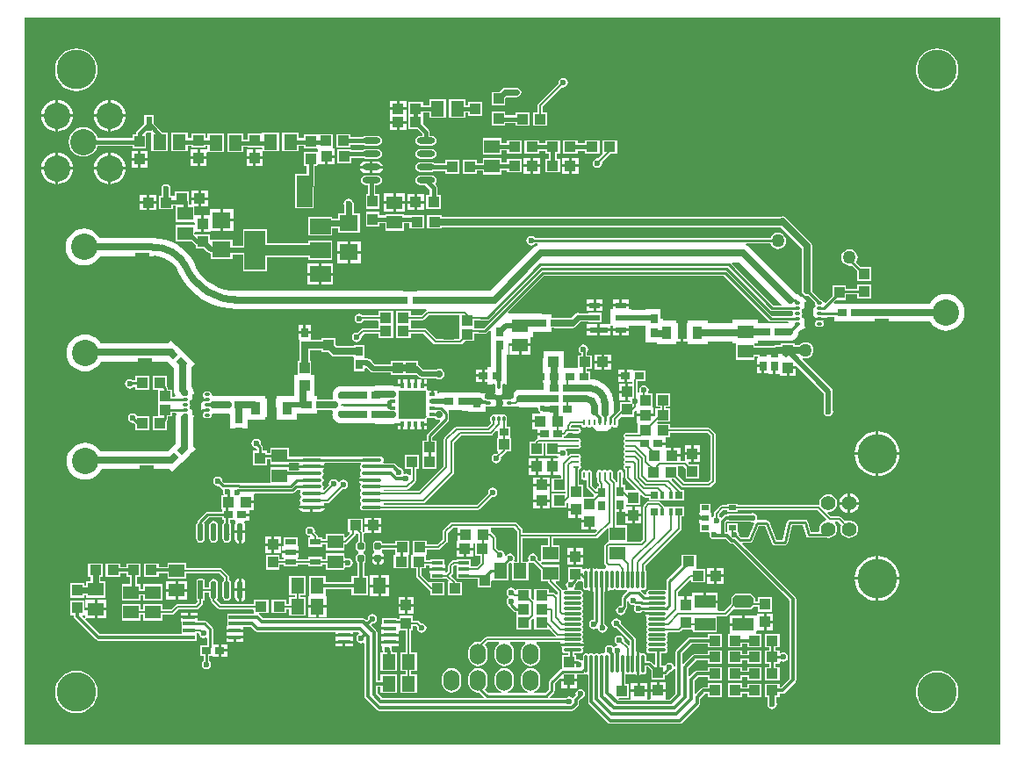
<source format=gbr>
G04 Layer_Physical_Order=1*
G04 Layer_Color=255*
%FSLAX45Y45*%
%MOMM*%
%TF.FileFunction,Copper,L1,Top,Signal*%
%TF.Part,Single*%
G01*
G75*
%TA.AperFunction,NonConductor*%
%ADD10C,0.01000*%
%TA.AperFunction,Conductor*%
%ADD11C,0.70000*%
%TA.AperFunction,SMDPad,CuDef*%
G04:AMPARAMS|DCode=12|XSize=0.6mm|YSize=0.75mm|CornerRadius=0.15mm|HoleSize=0mm|Usage=FLASHONLY|Rotation=0.000|XOffset=0mm|YOffset=0mm|HoleType=Round|Shape=RoundedRectangle|*
%AMROUNDEDRECTD12*
21,1,0.60000,0.45000,0,0,0.0*
21,1,0.30000,0.75000,0,0,0.0*
1,1,0.30000,0.15000,-0.22500*
1,1,0.30000,-0.15000,-0.22500*
1,1,0.30000,-0.15000,0.22500*
1,1,0.30000,0.15000,0.22500*
%
%ADD12ROUNDEDRECTD12*%
%ADD13O,1.75000X0.30000*%
%ADD14O,0.30000X1.75000*%
%ADD15O,2.00000X0.35000*%
%ADD16R,0.60000X1.40000*%
%ADD17R,2.00660X1.49860*%
%ADD18R,2.00660X3.81000*%
%ADD19O,1.75000X0.60000*%
%ADD20R,1.10000X0.60000*%
%ADD21R,1.00000X1.05000*%
%ADD22R,1.05000X2.20000*%
%ADD23R,0.70000X0.50000*%
%ADD24R,1.01600X1.01600*%
%ADD25O,0.50800X1.77800*%
G04:AMPARAMS|DCode=26|XSize=1.778mm|YSize=0.508mm|CornerRadius=0.0254mm|HoleSize=0mm|Usage=FLASHONLY|Rotation=90.000|XOffset=0mm|YOffset=0mm|HoleType=Round|Shape=RoundedRectangle|*
%AMROUNDEDRECTD26*
21,1,1.77800,0.45720,0,0,90.0*
21,1,1.72720,0.50800,0,0,90.0*
1,1,0.05080,0.22860,0.86360*
1,1,0.05080,0.22860,-0.86360*
1,1,0.05080,-0.22860,-0.86360*
1,1,0.05080,-0.22860,0.86360*
%
%ADD26ROUNDEDRECTD26*%
%ADD27R,1.01600X0.30480*%
%ADD28R,0.65000X0.70000*%
%ADD29R,0.45000X0.70000*%
%ADD30R,1.14300X0.38100*%
%ADD31R,2.00000X1.20000*%
G04:AMPARAMS|DCode=32|XSize=2mm|YSize=1.2mm|CornerRadius=0mm|HoleSize=0mm|Usage=FLASHONLY|Rotation=180.000|XOffset=0mm|YOffset=0mm|HoleType=Round|Shape=Octagon|*
%AMOCTAGOND32*
4,1,8,-1.00000,0.30000,-1.00000,-0.30000,-0.70000,-0.60000,0.70000,-0.60000,1.00000,-0.30000,1.00000,0.30000,0.70000,0.60000,-0.70000,0.60000,-1.00000,0.30000,0.0*
%
%ADD32OCTAGOND32*%

%ADD33R,1.80000X1.60000*%
%ADD34R,1.50000X1.30000*%
%ADD35R,1.30000X1.50000*%
%ADD36R,1.00000X1.10000*%
%ADD37R,1.10000X1.00000*%
%ADD38R,0.70000X0.90000*%
%ADD39R,1.75000X0.60000*%
%ADD40R,1.00000X0.60000*%
%ADD41R,0.90000X2.10000*%
%ADD42O,0.60000X0.30000*%
%ADD43R,0.55000X0.30000*%
%ADD44R,0.30000X0.55000*%
%ADD45R,3.30000X3.30000*%
%ADD46O,0.25000X0.65000*%
%ADD47O,0.65000X0.25000*%
%ADD48O,0.30000X0.60000*%
%ADD49R,0.40000X0.80000*%
%ADD50R,0.90000X1.30000*%
%ADD51R,1.01600X1.01600*%
%ADD52R,0.38000X0.28000*%
G04:AMPARAMS|DCode=53|XSize=0.5mm|YSize=0.25mm|CornerRadius=0.0625mm|HoleSize=0mm|Usage=FLASHONLY|Rotation=90.000|XOffset=0mm|YOffset=0mm|HoleType=Round|Shape=RoundedRectangle|*
%AMROUNDEDRECTD53*
21,1,0.50000,0.12500,0,0,90.0*
21,1,0.37500,0.25000,0,0,90.0*
1,1,0.12500,0.06250,0.18750*
1,1,0.12500,0.06250,-0.18750*
1,1,0.12500,-0.06250,-0.18750*
1,1,0.12500,-0.06250,0.18750*
%
%ADD53ROUNDEDRECTD53*%
G04:AMPARAMS|DCode=54|XSize=0.5mm|YSize=0.25mm|CornerRadius=0.0625mm|HoleSize=0mm|Usage=FLASHONLY|Rotation=0.000|XOffset=0mm|YOffset=0mm|HoleType=Round|Shape=RoundedRectangle|*
%AMROUNDEDRECTD54*
21,1,0.50000,0.12500,0,0,0.0*
21,1,0.37500,0.25000,0,0,0.0*
1,1,0.12500,0.18750,-0.06250*
1,1,0.12500,-0.18750,-0.06250*
1,1,0.12500,-0.18750,0.06250*
1,1,0.12500,0.18750,0.06250*
%
%ADD54ROUNDEDRECTD54*%
%ADD55R,0.90000X0.70000*%
G04:AMPARAMS|DCode=56|XSize=0.7mm|YSize=0.9mm|CornerRadius=0mm|HoleSize=0mm|Usage=FLASHONLY|Rotation=135.000|XOffset=0mm|YOffset=0mm|HoleType=Round|Shape=Rectangle|*
%AMROTATEDRECTD56*
4,1,4,0.56569,0.07071,-0.07071,-0.56569,-0.56569,-0.07071,0.07071,0.56569,0.56569,0.07071,0.0*
%
%ADD56ROTATEDRECTD56*%

G04:AMPARAMS|DCode=57|XSize=0.7mm|YSize=0.9mm|CornerRadius=0mm|HoleSize=0mm|Usage=FLASHONLY|Rotation=225.000|XOffset=0mm|YOffset=0mm|HoleType=Round|Shape=Rectangle|*
%AMROTATEDRECTD57*
4,1,4,-0.07071,0.56569,0.56569,-0.07071,0.07071,-0.56569,-0.56569,0.07071,-0.07071,0.56569,0.0*
%
%ADD57ROTATEDRECTD57*%

%TA.AperFunction,Conductor*%
%ADD58C,0.22000*%
%ADD59C,0.50000*%
%ADD60C,0.20000*%
%ADD61C,0.25000*%
%ADD62C,0.40000*%
%ADD63C,0.30000*%
%ADD64C,0.90000*%
%ADD65C,0.60000*%
%ADD66C,0.32000*%
%ADD67C,0.35000*%
%ADD68C,1.00000*%
%ADD69R,4.07500X3.65000*%
%ADD70R,0.90000X1.10000*%
%ADD71R,0.41467X0.91104*%
%ADD72R,3.13228X0.52443*%
%ADD73R,2.43254X0.29763*%
%ADD74R,0.88604X2.45798*%
%ADD75R,1.40000X1.20000*%
%ADD76R,0.70000X0.90000*%
%ADD77R,2.71478X0.18355*%
%ADD78R,1.80001X1.24267*%
%ADD79R,1.35000X1.60000*%
%TA.AperFunction,ComponentPad*%
%ADD80C,1.39700*%
%ADD81C,3.81000*%
%ADD82C,3.80000*%
%ADD83R,1.52400X2.03200*%
%ADD84O,1.52400X2.03200*%
%ADD85R,1.52400X3.04800*%
%ADD86O,1.52400X3.04800*%
%ADD87C,2.54000*%
%TA.AperFunction,ViaPad*%
%ADD88C,0.66000*%
%ADD89C,0.70000*%
%ADD90C,0.60000*%
%ADD91C,1.27000*%
G36*
X9405001Y-9999D02*
X1D01*
Y7000001D01*
X9405001D01*
Y-9999D01*
D02*
G37*
%LPC*%
G36*
X3441503Y2093005D02*
X3373804D01*
Y2030304D01*
X3441503D01*
Y2093005D01*
D02*
G37*
G36*
X5435902Y2131503D02*
X5373202D01*
Y2063803D01*
X5435902D01*
Y2131503D01*
D02*
G37*
G36*
X3348404Y2181104D02*
X3280703D01*
Y2118405D01*
X3348404D01*
Y2181104D01*
D02*
G37*
G36*
X3261103Y2170704D02*
X3121103D01*
Y2040704D01*
X3132595D01*
X3137856Y2028004D01*
X3097837Y1987985D01*
X3086103Y1992845D01*
Y2025704D01*
X2906104D01*
Y1971194D01*
X2876103D01*
Y1990704D01*
X2830491D01*
Y2000001D01*
X2828551Y2009756D01*
X2823025Y2018025D01*
X2799251Y2041799D01*
X2800883Y2050001D01*
X2797390Y2067559D01*
X2787445Y2082444D01*
X2772559Y2092390D01*
X2755001Y2095883D01*
X2737443Y2092390D01*
X2722558Y2082444D01*
X2712612Y2067559D01*
X2709120Y2050001D01*
X2712612Y2032443D01*
X2722558Y2017558D01*
X2737443Y2007612D01*
X2753585Y2004401D01*
X2754939Y2003404D01*
X2755024Y2001150D01*
X2748581Y1990704D01*
X2736104D01*
Y1900704D01*
X2876103D01*
Y1920214D01*
X2906104D01*
Y1865704D01*
X3086103D01*
Y1920214D01*
X3091603D01*
X3101358Y1922155D01*
X3109627Y1927680D01*
X3189127Y2007180D01*
X3194653Y2015450D01*
X3196593Y2025204D01*
Y2026206D01*
X3209293Y2031467D01*
X3218114Y2022646D01*
Y1953205D01*
X3216898Y1952964D01*
X3206975Y1946333D01*
X3200344Y1936410D01*
X3198016Y1924704D01*
Y1879704D01*
X3200344Y1867999D01*
X3206975Y1858075D01*
X3215206Y1852576D01*
X3216128Y1845704D01*
X3215206Y1838833D01*
X3206975Y1833333D01*
X3200344Y1823410D01*
X3198016Y1811704D01*
Y1766704D01*
X3200344Y1754999D01*
X3206975Y1745075D01*
X3211996Y1741720D01*
Y1614203D01*
X3153602D01*
Y1555810D01*
X2903602D01*
Y1614203D01*
X2743602D01*
Y1437303D01*
X2743602Y1434203D01*
X2736119Y1424603D01*
X2733202D01*
Y1336905D01*
X2823604D01*
X2914002D01*
Y1424603D01*
X2911085D01*
X2903602Y1434203D01*
X2903602Y1437303D01*
Y1492596D01*
X3153602D01*
Y1434203D01*
X3313602D01*
Y1614203D01*
X3275211D01*
Y1741720D01*
X3280232Y1745075D01*
X3286863Y1754999D01*
X3289191Y1766704D01*
Y1811704D01*
X3286863Y1823410D01*
X3280232Y1833333D01*
X3272002Y1838833D01*
X3271080Y1845704D01*
X3272002Y1852576D01*
X3280232Y1858075D01*
X3286863Y1867999D01*
X3289191Y1879704D01*
Y1924704D01*
X3286863Y1936410D01*
X3280232Y1946333D01*
X3270309Y1952964D01*
X3269093Y1953205D01*
Y2026091D01*
X3269094Y2027673D01*
X3280703Y2030304D01*
X3281703Y2030304D01*
X3287577D01*
X3288115Y2030304D01*
X3348404D01*
Y2093005D01*
X3280703D01*
Y2043004D01*
X3280703Y2039935D01*
X3268003Y2038684D01*
X3267153Y2042959D01*
X3261627Y2051228D01*
X3261103Y2051752D01*
Y2170704D01*
D02*
G37*
G36*
X2383403Y2001104D02*
X2320704D01*
Y1933404D01*
X2383403D01*
Y2001104D01*
D02*
G37*
G36*
X2471503D02*
X2408803D01*
Y1933404D01*
X2471503D01*
Y2001104D01*
D02*
G37*
G36*
X1825102Y2148294D02*
X1809339Y2145159D01*
X1795976Y2136230D01*
X1787046Y2122866D01*
X1783911Y2107103D01*
Y1980103D01*
X1787046Y1964340D01*
X1795976Y1950976D01*
X1809339Y1942047D01*
X1825102Y1938912D01*
X1840866Y1942047D01*
X1854229Y1950976D01*
X1863158Y1964340D01*
X1866294Y1980103D01*
Y2107103D01*
X1863158Y2122866D01*
X1854229Y2136230D01*
X1840866Y2145159D01*
X1825102Y2148294D01*
D02*
G37*
G36*
X3441503Y2181104D02*
X3373804D01*
Y2118405D01*
X3441503D01*
Y2181104D01*
D02*
G37*
G36*
X8044400Y2307301D02*
X7962698D01*
Y2225599D01*
X7974865Y2227201D01*
X7998036Y2236799D01*
X8017933Y2252066D01*
X8033201Y2271963D01*
X8042798Y2295134D01*
X8044400Y2307301D01*
D02*
G37*
G36*
X7937298D02*
X7855600D01*
X7857202Y2295134D01*
X7866799Y2271963D01*
X7882067Y2252066D01*
X7901964Y2236799D01*
X7925135Y2227201D01*
X7937298Y2225600D01*
Y2307301D01*
D02*
G37*
G36*
X2757300Y2269801D02*
X2646286D01*
X2647089Y2265762D01*
X2656571Y2251571D01*
X2670761Y2242089D01*
X2687500Y2238760D01*
X2757300D01*
Y2269801D01*
D02*
G37*
G36*
X5945400Y2285400D02*
X5882697D01*
Y2217700D01*
X5945400D01*
Y2285400D01*
D02*
G37*
G36*
X5857297Y2192300D02*
X5794600D01*
Y2124600D01*
X5857297D01*
Y2192300D01*
D02*
G37*
G36*
X5945400D02*
X5882697D01*
Y2124600D01*
X5945400D01*
Y2192300D01*
D02*
G37*
G36*
X5307301Y2247302D02*
X5244601D01*
Y2179602D01*
X5307301D01*
Y2247302D01*
D02*
G37*
G36*
X2130897Y2030902D02*
X2091803D01*
Y1930834D01*
X2098923Y1932250D01*
X2115727Y1943478D01*
X2126955Y1960282D01*
X2130897Y1980103D01*
Y2030902D01*
D02*
G37*
G36*
X3464795Y1776504D02*
X3421304D01*
Y1725513D01*
X3423604D01*
X3439367Y1728648D01*
X3452730Y1737577D01*
X3461659Y1750941D01*
X3464795Y1766704D01*
Y1776504D01*
D02*
G37*
G36*
X2646503Y1838003D02*
X2566105D01*
X2485704D01*
Y1795304D01*
X2496104D01*
Y1781194D01*
X2461103D01*
Y1820704D01*
X2331104D01*
Y1680704D01*
X2461103D01*
Y1730214D01*
X2496104D01*
Y1710704D01*
X2636103D01*
Y1725214D01*
X2736104D01*
Y1710704D01*
X2876103D01*
Y1725214D01*
X2906104D01*
Y1675704D01*
X3086103D01*
Y1698256D01*
X3098803Y1705044D01*
X3102443Y1702612D01*
X3120001Y1699120D01*
X3137559Y1702612D01*
X3152445Y1712558D01*
X3162390Y1727443D01*
X3165883Y1745001D01*
X3162390Y1762559D01*
X3152445Y1777445D01*
X3137559Y1787390D01*
X3120001Y1790883D01*
X3102443Y1787390D01*
X3098803Y1784958D01*
X3086103Y1791738D01*
Y1835704D01*
X2906104D01*
Y1776194D01*
X2876103D01*
Y1800704D01*
X2736104D01*
Y1776194D01*
X2636103D01*
Y1795304D01*
X2646503D01*
Y1838003D01*
D02*
G37*
G36*
X4232300Y1867300D02*
X4164600D01*
Y1804600D01*
X4232300D01*
Y1867300D01*
D02*
G37*
G36*
X3395904Y1776504D02*
X3352412D01*
Y1766704D01*
X3355548Y1750941D01*
X3364477Y1737577D01*
X3377840Y1728648D01*
X3393604Y1725513D01*
X3395904D01*
Y1776504D01*
D02*
G37*
G36*
X1558602Y1749203D02*
X1378603D01*
Y1705810D01*
X1293602D01*
Y1739203D01*
X1153602D01*
Y1609203D01*
X1293602D01*
Y1642596D01*
X1378603D01*
Y1589203D01*
X1558602D01*
Y1643713D01*
X1878047D01*
X1926613Y1595148D01*
Y1579860D01*
X1922976Y1577430D01*
X1914046Y1564066D01*
X1910911Y1548303D01*
Y1421303D01*
X1914046Y1405540D01*
X1922976Y1392176D01*
X1936339Y1383247D01*
X1952102Y1380112D01*
X1967866Y1383247D01*
X1981229Y1392176D01*
X1990158Y1405540D01*
X1993294Y1421303D01*
Y1548303D01*
X1990158Y1564066D01*
X1981229Y1577430D01*
X1977592Y1579860D01*
Y1605706D01*
X1975652Y1615460D01*
X1970126Y1623730D01*
X1906629Y1687227D01*
X1898360Y1692752D01*
X1888605Y1694693D01*
X1558602D01*
Y1749203D01*
D02*
G37*
G36*
X5297300Y1792300D02*
X5234600D01*
Y1724600D01*
X5297300D01*
Y1792300D01*
D02*
G37*
G36*
X5385400D02*
X5322700D01*
Y1724600D01*
X5385400D01*
Y1792300D01*
D02*
G37*
G36*
X4325400Y1867300D02*
X4257700D01*
Y1804600D01*
X4325400D01*
Y1867300D01*
D02*
G37*
G36*
X2636103Y1990704D02*
X2496104D01*
Y1906104D01*
X2485704D01*
Y1863403D01*
X2566105D01*
X2646503D01*
Y1906104D01*
X2636103D01*
Y1990704D01*
D02*
G37*
G36*
X3711104Y1960704D02*
X3571104D01*
Y1930243D01*
X3453090D01*
X3451863Y1936410D01*
X3445232Y1946333D01*
X3435309Y1952964D01*
X3423604Y1955292D01*
X3393604D01*
X3381898Y1952964D01*
X3371975Y1946333D01*
X3365344Y1936410D01*
X3363016Y1924704D01*
Y1879704D01*
X3365344Y1867999D01*
X3371975Y1858075D01*
X3369700Y1844321D01*
X3364477Y1840831D01*
X3355548Y1827468D01*
X3352412Y1811704D01*
Y1801904D01*
X3464795D01*
Y1811704D01*
X3461659Y1827468D01*
X3452730Y1840831D01*
X3447507Y1844321D01*
X3445232Y1858076D01*
X3451863Y1867999D01*
X3453090Y1874166D01*
X3571104D01*
Y1830704D01*
X3564586Y1820704D01*
X3561104D01*
Y1690704D01*
X3701103D01*
Y1820704D01*
X3707621Y1830704D01*
X3711104D01*
Y1960704D01*
D02*
G37*
G36*
X2066403Y2030902D02*
X2027307D01*
Y1980103D01*
X2031250Y1960282D01*
X2042478Y1943478D01*
X2059281Y1932250D01*
X2066403Y1930834D01*
Y2030902D01*
D02*
G37*
G36*
X2471503Y1908004D02*
X2408803D01*
Y1840304D01*
X2471503D01*
Y1908004D01*
D02*
G37*
G36*
X5297300Y1885400D02*
X5234600D01*
Y1817700D01*
X5297300D01*
Y1885400D01*
D02*
G37*
G36*
X5385400D02*
X5322700D01*
Y1817700D01*
X5385400D01*
Y1885400D01*
D02*
G37*
G36*
X2383403Y1908004D02*
X2320704D01*
Y1840304D01*
X2383403D01*
Y1908004D01*
D02*
G37*
G36*
X2893715Y2269801D02*
X2782700D01*
Y2238760D01*
X2852500D01*
X2869239Y2242089D01*
X2883429Y2251571D01*
X2892911Y2265762D01*
X2893715Y2269801D01*
D02*
G37*
G36*
X4623605Y3179791D02*
X4611900Y3177463D01*
X4607875Y3174774D01*
X4598605Y3171884D01*
X4589336Y3174774D01*
X4585311Y3177463D01*
X4573605Y3179791D01*
X4561900Y3177463D01*
X4557875Y3174774D01*
X4548605Y3171884D01*
X4539336Y3174774D01*
X4535311Y3177463D01*
X4523605Y3179791D01*
X4511900Y3177463D01*
X4501977Y3170833D01*
X4495346Y3160909D01*
X4493018Y3149204D01*
Y3119204D01*
X4495346Y3107498D01*
X4498116Y3103353D01*
Y3094764D01*
X4463045Y3059694D01*
X4169204D01*
X4159450Y3057754D01*
X4151180Y3052228D01*
X4051977Y2953025D01*
X4046452Y2944756D01*
X4044512Y2935001D01*
Y2680560D01*
X3801942Y2437990D01*
X3468192D01*
X3463035Y2450690D01*
X3464393Y2452010D01*
X3687500D01*
X3697255Y2453951D01*
X3705524Y2459476D01*
X3768025Y2521977D01*
X3773551Y2530247D01*
X3775491Y2540001D01*
Y2655000D01*
X3805000D01*
Y2785000D01*
X3665000D01*
Y2655000D01*
X3724512D01*
Y2589761D01*
X3711812Y2585908D01*
X3707444Y2592444D01*
X3692559Y2602390D01*
X3675001Y2605883D01*
X3665654Y2604023D01*
X3654841Y2614763D01*
X3655883Y2620001D01*
X3652390Y2637559D01*
X3642445Y2652445D01*
X3627559Y2662390D01*
X3610001Y2665883D01*
X3609015Y2665687D01*
X3579853Y2694850D01*
X3569599Y2701701D01*
X3557503Y2704107D01*
X3463387D01*
X3461077Y2707193D01*
X3457761Y2716807D01*
X3463114Y2724819D01*
X3465637Y2737500D01*
X3463114Y2750181D01*
X3455931Y2760931D01*
X3445181Y2768114D01*
X3432500Y2770637D01*
X3267500D01*
X3254819Y2768114D01*
X3250965Y2765539D01*
X2869036D01*
X2865181Y2768114D01*
X2852500Y2770637D01*
X2687500D01*
X2674819Y2768114D01*
X2670964Y2765539D01*
X2550000D01*
Y2855000D01*
X2370000D01*
Y2803038D01*
X2335000D01*
Y2825000D01*
X2298039D01*
Y2860003D01*
X2295904Y2870733D01*
X2289826Y2879829D01*
X2279849Y2889806D01*
X2280883Y2895001D01*
X2277390Y2912559D01*
X2267445Y2927444D01*
X2252559Y2937390D01*
X2235001Y2940883D01*
X2217443Y2937390D01*
X2202558Y2927444D01*
X2192612Y2912559D01*
X2189120Y2895001D01*
X2192612Y2877443D01*
X2202558Y2862558D01*
X2217443Y2852612D01*
X2235001Y2849120D01*
X2241961Y2837555D01*
Y2825000D01*
X2205000D01*
Y2685000D01*
X2335000D01*
Y2746961D01*
X2370000D01*
Y2695000D01*
X2550000D01*
Y2709461D01*
X2645327D01*
X2652116Y2696761D01*
X2647089Y2689238D01*
X2646286Y2685200D01*
X2770000D01*
X2893714D01*
X2892911Y2689238D01*
X2887884Y2696761D01*
X2894673Y2709461D01*
X3241459D01*
X3245312Y2696761D01*
X3244069Y2695931D01*
X3236886Y2685181D01*
X3234363Y2672500D01*
X3236886Y2659819D01*
X3244069Y2649069D01*
X3246212Y2647637D01*
Y2632363D01*
X3244069Y2630931D01*
X3236886Y2620181D01*
X3234363Y2607500D01*
X3236886Y2594819D01*
X3244069Y2584069D01*
Y2578439D01*
X3236571Y2573429D01*
X3227089Y2559238D01*
X3226285Y2555199D01*
X3350001D01*
Y2529799D01*
X3226286D01*
X3227089Y2525761D01*
X3236571Y2511571D01*
X3244069Y2506561D01*
Y2500931D01*
X3236886Y2490181D01*
X3234363Y2477500D01*
X3236886Y2464819D01*
X3244069Y2454069D01*
X3246212Y2452637D01*
Y2437363D01*
X3244069Y2435931D01*
X3236886Y2425181D01*
X3234363Y2412500D01*
X3236886Y2399819D01*
X3244069Y2389069D01*
X3246212Y2387637D01*
Y2372363D01*
X3244069Y2370931D01*
X3236886Y2360181D01*
X3234363Y2347500D01*
X3236886Y2334819D01*
X3244069Y2324069D01*
X3246212Y2322637D01*
Y2307363D01*
X3244069Y2305931D01*
X3236886Y2295181D01*
X3234363Y2282500D01*
X3236886Y2269819D01*
X3244069Y2259069D01*
X3254819Y2251886D01*
X3267500Y2249364D01*
X3432500D01*
X3445181Y2251886D01*
X3452850Y2257010D01*
X4372500D01*
X4382255Y2258951D01*
X4390524Y2264476D01*
X4506799Y2380751D01*
X4515001Y2379120D01*
X4532559Y2382612D01*
X4547445Y2392558D01*
X4557390Y2407443D01*
X4560883Y2425001D01*
X4557390Y2442559D01*
X4547445Y2457444D01*
X4532559Y2467390D01*
X4515001Y2470883D01*
X4497443Y2467390D01*
X4482558Y2457444D01*
X4472612Y2442559D01*
X4469120Y2425001D01*
X4470751Y2416799D01*
X4361942Y2307990D01*
X3468192D01*
X3463034Y2320690D01*
X3464392Y2322010D01*
X3842500D01*
X3852255Y2323951D01*
X3860524Y2329476D01*
X4133025Y2601978D01*
X4138551Y2610247D01*
X4140491Y2620001D01*
Y2904443D01*
X4209762Y2973715D01*
X4493604D01*
X4503358Y2975655D01*
X4511628Y2981180D01*
X4551873Y3021426D01*
X4563607Y3016566D01*
Y2959205D01*
X4557089Y2949205D01*
X4553607D01*
Y2819205D01*
X4561564D01*
X4566424Y2807472D01*
X4554033Y2795081D01*
X4550001Y2795883D01*
X4532443Y2792390D01*
X4517558Y2782445D01*
X4507612Y2767559D01*
X4504120Y2750001D01*
X4507612Y2732443D01*
X4517558Y2717558D01*
X4532443Y2707612D01*
X4550001Y2704120D01*
X4567559Y2707612D01*
X4582444Y2717558D01*
X4592390Y2732443D01*
X4595883Y2750001D01*
X4593422Y2762374D01*
X4641631Y2810583D01*
X4647156Y2818852D01*
X4647226Y2819205D01*
X4693607D01*
Y2949205D01*
X4690124D01*
X4683606Y2959205D01*
Y3059205D01*
X4649095D01*
Y3103353D01*
X4651865Y3107498D01*
X4654193Y3119204D01*
Y3149204D01*
X4651865Y3160909D01*
X4645234Y3170833D01*
X4635311Y3177463D01*
X4623605Y3179791D01*
D02*
G37*
G36*
X5795902Y3381503D02*
X5733202D01*
Y3313803D01*
X5795902D01*
Y3381503D01*
D02*
G37*
G36*
X583601Y3947058D02*
X548903Y3943640D01*
X515538Y3933519D01*
X484789Y3917084D01*
X457837Y3894965D01*
X435719Y3868013D01*
X419283Y3837264D01*
X409162Y3803900D01*
X405744Y3769202D01*
X409162Y3734503D01*
X419283Y3701139D01*
X435719Y3670390D01*
X457837Y3643438D01*
X484789Y3621319D01*
X515538Y3604884D01*
X548903Y3594763D01*
X583601Y3591345D01*
X618299Y3594763D01*
X651663Y3604884D01*
X682412Y3621319D01*
X709364Y3643438D01*
X731483Y3670390D01*
X740610Y3687466D01*
X1379827D01*
X1431109Y3636184D01*
X1431109Y3636183D01*
Y3636183D01*
X1439266Y3626862D01*
Y3412802D01*
X1442188Y3390613D01*
X1450752Y3369936D01*
X1458422Y3359940D01*
X1452159Y3347240D01*
X1425000D01*
Y3415000D01*
X1383039D01*
Y3430000D01*
X1380904Y3440730D01*
X1375000Y3449566D01*
Y3545000D01*
X1235000D01*
Y3415000D01*
X1272300D01*
X1285000Y3415000D01*
Y3285001D01*
X1285000D01*
Y3284999D01*
X1285000D01*
Y3155000D01*
X1272300Y3155000D01*
X1235000D01*
Y3025000D01*
X1375000D01*
Y3115433D01*
X1380905Y3124270D01*
X1383039Y3135000D01*
Y3155000D01*
X1425000D01*
Y3191961D01*
X1458454D01*
X1466939Y3179261D01*
X1462188Y3167790D01*
X1459267Y3145601D01*
Y2896974D01*
X1386226Y2823934D01*
X730725D01*
X709363Y2849964D01*
X682411Y2872083D01*
X651662Y2888518D01*
X618298Y2898639D01*
X583600Y2902057D01*
X548901Y2898639D01*
X515537Y2888518D01*
X484788Y2872083D01*
X457836Y2849964D01*
X435717Y2823012D01*
X419282Y2792263D01*
X409161Y2758899D01*
X405743Y2724201D01*
X409161Y2689502D01*
X419282Y2656138D01*
X435717Y2625389D01*
X457836Y2598437D01*
X484788Y2576318D01*
X515537Y2559883D01*
X548901Y2549762D01*
X583600Y2546344D01*
X618298Y2549762D01*
X651662Y2559883D01*
X682411Y2576318D01*
X709363Y2598437D01*
X731482Y2625389D01*
X745955Y2652467D01*
X1393759D01*
X1424467Y2621759D01*
X1516391Y2713683D01*
X1590425Y2787718D01*
X1605623Y2799379D01*
X1617285Y2814577D01*
X1650741Y2848033D01*
X1630733Y2868040D01*
Y3145601D01*
X1630359Y3148446D01*
X1631927Y3152233D01*
X1634161Y3169201D01*
X1631927Y3186170D01*
X1625378Y3201982D01*
X1614959Y3215560D01*
X1601381Y3225979D01*
X1597522Y3227577D01*
X1596860Y3230907D01*
X1594171Y3234932D01*
X1591281Y3244202D01*
X1594171Y3253471D01*
X1596860Y3257496D01*
X1599188Y3269201D01*
X1596860Y3280907D01*
X1590229Y3290830D01*
Y3297573D01*
X1596860Y3307496D01*
X1597522Y3310826D01*
X1601381Y3312424D01*
X1614959Y3322843D01*
X1625378Y3336421D01*
X1631927Y3352233D01*
X1634161Y3369202D01*
X1631927Y3386170D01*
X1631562Y3387052D01*
X1632134Y3391401D01*
X1629213Y3413591D01*
X1620648Y3434268D01*
X1610733Y3447190D01*
Y3631959D01*
X1643241Y3664467D01*
X1508891Y3798817D01*
X1508891Y3798817D01*
X1481355Y3826353D01*
X1475624Y3833822D01*
X1468155Y3839553D01*
X1416967Y3890741D01*
X1385159Y3858933D01*
X736337D01*
X731483Y3868013D01*
X709364Y3894965D01*
X682412Y3917084D01*
X651663Y3933519D01*
X618299Y3943640D01*
X583601Y3947058D01*
D02*
G37*
G36*
X1778601Y3399789D02*
X1748601D01*
X1736895Y3397461D01*
X1726972Y3390830D01*
X1720341Y3380907D01*
X1718013Y3369202D01*
X1720341Y3357496D01*
X1726972Y3347573D01*
X1730533Y3345193D01*
X1730943Y3340475D01*
X1728543Y3331249D01*
X1715820Y3325979D01*
X1702242Y3315560D01*
X1691824Y3301982D01*
X1685274Y3286170D01*
X1683040Y3269201D01*
X1685274Y3252233D01*
X1691824Y3236421D01*
X1702242Y3222843D01*
X1715820Y3212424D01*
X1728543Y3207154D01*
X1730943Y3197928D01*
X1730533Y3193210D01*
X1726972Y3190830D01*
X1720341Y3180907D01*
X1718013Y3169201D01*
X1720341Y3157496D01*
X1726972Y3147573D01*
X1736895Y3140942D01*
X1748601Y3138614D01*
X1778601D01*
X1790306Y3140942D01*
X1800230Y3147573D01*
X1806860Y3157496D01*
X1809188Y3169201D01*
X1808586Y3172230D01*
X1819138Y3183651D01*
X1820525Y3183468D01*
X1968601D01*
X1971566Y3183859D01*
X1984267Y3176538D01*
Y3175000D01*
X1985000Y3169428D01*
Y3040000D01*
X2155000D01*
Y3122500D01*
X2325000D01*
Y3147100D01*
X2367300D01*
Y3237500D01*
Y3327900D01*
X2325000D01*
Y3352500D01*
X2215574D01*
X2210000Y3353234D01*
X2165000D01*
Y3354201D01*
X1974173D01*
X1968601Y3354935D01*
X1820525D01*
X1819138Y3354752D01*
X1808586Y3366173D01*
X1809188Y3369202D01*
X1806860Y3380907D01*
X1800230Y3390830D01*
X1790306Y3397461D01*
X1778601Y3399789D01*
D02*
G37*
G36*
X1045001Y3185883D02*
X1027443Y3182390D01*
X1012558Y3172445D01*
X1002612Y3157559D01*
X999120Y3140001D01*
X1002612Y3122443D01*
X1012558Y3107558D01*
X1027443Y3097612D01*
X1045001Y3094120D01*
X1050197Y3095153D01*
X1065000Y3080350D01*
Y3025000D01*
X1205000D01*
Y3155000D01*
X1087899D01*
X1087390Y3157559D01*
X1077444Y3172445D01*
X1062559Y3182390D01*
X1045001Y3185883D01*
D02*
G37*
G36*
X3629800Y3069800D02*
X3602100D01*
Y3029600D01*
X3629800D01*
Y3069800D01*
D02*
G37*
G36*
X3877900Y3069799D02*
X3850199D01*
Y3029600D01*
X3877900D01*
Y3069799D01*
D02*
G37*
G36*
X5795902Y3474603D02*
X5733202D01*
Y3406903D01*
X5795902D01*
Y3474603D01*
D02*
G37*
G36*
X5782301Y3537299D02*
X5724600D01*
Y3489600D01*
X5782301D01*
Y3537299D01*
D02*
G37*
G36*
X1205000Y3545000D02*
X1065000D01*
Y3508038D01*
X1039072D01*
X1032559Y3512390D01*
X1015001Y3515883D01*
X997443Y3512390D01*
X982558Y3502444D01*
X972612Y3487559D01*
X969120Y3470001D01*
X972612Y3452443D01*
X982558Y3437558D01*
X997443Y3427612D01*
X1015001Y3424120D01*
X1032559Y3427612D01*
X1047444Y3437558D01*
X1052300Y3444825D01*
X1065000Y3440973D01*
Y3415000D01*
X1205000D01*
Y3545000D01*
D02*
G37*
G36*
X2760400Y3952301D02*
X2700002D01*
X2639600D01*
Y3894600D01*
X2650000D01*
Y3839925D01*
X2649020Y3835000D01*
Y3695000D01*
X2635000D01*
Y3560000D01*
X2600000D01*
Y3352500D01*
X2435000D01*
Y3327900D01*
X2392700D01*
Y3237500D01*
Y3147100D01*
X2435000D01*
Y3122500D01*
X2625000D01*
Y3174371D01*
X2630001Y3185000D01*
X2683030D01*
X2688602Y3184267D01*
X2694174Y3185000D01*
X2820000D01*
Y3220000D01*
X2846060D01*
X2855000Y3218222D01*
X2962530D01*
X2970586Y3208405D01*
X2969999Y3205452D01*
Y3180556D01*
X2969268Y3175001D01*
X2969999Y3169447D01*
Y3167952D01*
X2970581Y3165026D01*
X2972189Y3152812D01*
X2973770Y3148996D01*
X2974365Y3146004D01*
X2976060Y3143468D01*
X2980754Y3132134D01*
X2994379Y3114379D01*
X3012135Y3100754D01*
X3032812Y3092189D01*
X3055001Y3089268D01*
X3253602D01*
X3259165Y3090000D01*
X3367057D01*
X3367811Y3089688D01*
X3390000Y3086767D01*
X3550000D01*
X3572189Y3089688D01*
X3589400Y3096817D01*
X3592867Y3095200D01*
X3642500D01*
Y3082500D01*
X3655200D01*
Y3029600D01*
X3694800D01*
Y3082499D01*
X3720200D01*
Y3029600D01*
X3759799D01*
Y3082499D01*
X3785199D01*
Y3029600D01*
X3824799D01*
Y3082499D01*
X3837499D01*
Y3095199D01*
X3877900D01*
Y3127018D01*
X3877900Y3132741D01*
X3882010Y3138390D01*
X3887659Y3142500D01*
X3954912D01*
X3958953Y3136452D01*
X3975492Y3125401D01*
X3995001Y3121521D01*
X4004159Y3123342D01*
X4010415Y3111638D01*
X3886255Y2987478D01*
X3880509Y2978878D01*
X3878491Y2968733D01*
X3878491Y2968732D01*
Y2925000D01*
X3835000D01*
Y2795001D01*
X3835000D01*
Y2784999D01*
X3835000D01*
Y2655000D01*
X3975000D01*
Y2784999D01*
X3975000D01*
Y2795001D01*
X3975000D01*
Y2925000D01*
X3931509D01*
Y2957752D01*
X4084582Y3110825D01*
X4084583Y3110826D01*
X4090329Y3119426D01*
X4092347Y3129571D01*
Y3187931D01*
X4090329Y3198075D01*
X4087506Y3202300D01*
X4093244Y3215000D01*
X4213380D01*
X4225000Y3213470D01*
X4275000D01*
Y3190000D01*
X4445000D01*
Y3216096D01*
X4453606Y3223643D01*
X4483605D01*
X4500574Y3225877D01*
X4516385Y3232427D01*
X4529964Y3242845D01*
X4540382Y3256424D01*
X4546932Y3272235D01*
X4549166Y3289204D01*
X4546932Y3306172D01*
X4540382Y3321984D01*
X4529964Y3335562D01*
X4516385Y3345981D01*
X4500574Y3352531D01*
X4483605Y3354764D01*
X4472512D01*
X4459984Y3356263D01*
X4495001Y3330001D01*
X4490001Y3325001D01*
X4435001D01*
Y3374998D01*
X4435000Y3375000D01*
X4445000Y3367500D01*
Y3380000D01*
X4412058D01*
X4407191Y3382016D01*
X4385001Y3384937D01*
X4320000D01*
Y3385000D01*
X4000000D01*
Y3378147D01*
X3982900D01*
Y3407900D01*
X3890035D01*
X3886480Y3416481D01*
X3877900Y3420035D01*
Y3444799D01*
X3837498D01*
Y3457499D01*
X3824798D01*
Y3510400D01*
X3785199D01*
Y3457499D01*
X3759799D01*
Y3510400D01*
X3720199D01*
Y3457500D01*
X3694799D01*
Y3510400D01*
X3655199D01*
Y3457500D01*
X3642499D01*
Y3444800D01*
X3592866D01*
X3589400Y3443183D01*
X3572189Y3450312D01*
X3550000Y3453233D01*
X3391899D01*
X3369710Y3450312D01*
X3367032Y3449203D01*
X3264174D01*
X3258602Y3449936D01*
X3055001D01*
X3032812Y3447015D01*
X3012135Y3438450D01*
X2994379Y3424826D01*
X2980754Y3407070D01*
X2975187Y3393629D01*
X2974365Y3392399D01*
X2974076Y3390949D01*
X2972189Y3386393D01*
X2970269Y3371810D01*
X2969999Y3370452D01*
Y3369758D01*
X2969268Y3364203D01*
X2969999Y3358649D01*
Y3332952D01*
X2970587Y3329998D01*
X2962530Y3320181D01*
X2855000D01*
X2854090Y3320000D01*
X2820000D01*
Y3355000D01*
X2800000D01*
Y3560000D01*
X2765000D01*
Y3695000D01*
X2750980D01*
Y3794020D01*
X2865000D01*
Y3775000D01*
X2927904D01*
X2953952Y3748952D01*
X2970491Y3737901D01*
X2990000Y3734020D01*
X3171020D01*
X3180000Y3725040D01*
Y3715000D01*
X3180000Y3712300D01*
Y3678933D01*
X3179218Y3675001D01*
X3180000Y3671069D01*
Y3595000D01*
X3280000D01*
Y3618993D01*
X3292700Y3625782D01*
X3297443Y3622612D01*
X3300277Y3622049D01*
X3331164Y3591162D01*
X3331164Y3591161D01*
X3344395Y3582321D01*
X3360003Y3579216D01*
X3360004Y3579216D01*
X3535000D01*
Y3555000D01*
X3652300D01*
X3664999Y3555000D01*
Y3554999D01*
X3665001D01*
Y3555000D01*
X3782326D01*
X3801162Y3536164D01*
X3801163Y3536163D01*
X3814394Y3527322D01*
X3830001Y3524218D01*
X3971041D01*
X3980492Y3517902D01*
X4000001Y3514022D01*
X4019510Y3517902D01*
X4036049Y3528953D01*
X4047100Y3545492D01*
X4050981Y3565001D01*
X4047100Y3584510D01*
X4036049Y3601049D01*
X4019510Y3612100D01*
X4000001Y3615981D01*
X3980492Y3612100D01*
X3971041Y3605785D01*
X3846894D01*
X3798841Y3653838D01*
X3795000Y3656405D01*
Y3695000D01*
X3677700D01*
X3665001Y3695000D01*
Y3695000D01*
X3664999D01*
Y3695000D01*
X3535000D01*
Y3660783D01*
X3376896D01*
X3357954Y3679725D01*
X3357390Y3682559D01*
X3347444Y3697444D01*
X3332559Y3707390D01*
X3326816Y3708533D01*
X3320609Y3712680D01*
X3305001Y3715785D01*
X3305000Y3715785D01*
X3288413D01*
X3280000Y3725000D01*
X3280000Y3728485D01*
Y3780075D01*
X3280979Y3785000D01*
X3280000Y3789925D01*
Y3845000D01*
X3180000D01*
Y3835980D01*
X3011116D01*
X2995000Y3852096D01*
Y3915000D01*
X2865000D01*
Y3895980D01*
X2760400D01*
Y3952301D01*
D02*
G37*
G36*
X4412299Y3537302D02*
X4354600D01*
Y3489600D01*
X4412299D01*
Y3537302D01*
D02*
G37*
G36*
X3877900Y3510400D02*
X3850198D01*
Y3470199D01*
X3877900D01*
Y3510400D01*
D02*
G37*
G36*
X3629799D02*
X3602100D01*
Y3470200D01*
X3629799D01*
Y3510400D01*
D02*
G37*
G36*
X4960902Y3526503D02*
X4903202D01*
Y3478803D01*
X4960902D01*
Y3526503D01*
D02*
G37*
G36*
X8233702Y3012695D02*
Y2809699D01*
X8436694D01*
X8433776Y2839325D01*
X8421431Y2880022D01*
X8401383Y2917529D01*
X8374403Y2950404D01*
X8341528Y2977384D01*
X8304021Y2997432D01*
X8263324Y3009777D01*
X8233702Y3012695D01*
D02*
G37*
G36*
X7962698Y2414400D02*
Y2332701D01*
X8044400D01*
X8042798Y2344865D01*
X8033201Y2368035D01*
X8017933Y2387932D01*
X7998036Y2403200D01*
X7974865Y2412798D01*
X7962698Y2414400D01*
D02*
G37*
G36*
X5065401Y2482302D02*
X4985001D01*
X4904602D01*
Y2419602D01*
Y2357701D01*
X4985001D01*
X5065401D01*
Y2419602D01*
Y2482302D01*
D02*
G37*
G36*
X4972301Y2570402D02*
X4904602D01*
Y2507702D01*
X4972301D01*
Y2570402D01*
D02*
G37*
G36*
X7937298Y2414399D02*
X7925135Y2412798D01*
X7901964Y2403200D01*
X7882067Y2387932D01*
X7866799Y2368035D01*
X7857202Y2344865D01*
X7855600Y2332701D01*
X7937298D01*
Y2414399D01*
D02*
G37*
G36*
X4972301Y2332301D02*
X4904602D01*
Y2269602D01*
X4972301D01*
Y2332301D01*
D02*
G37*
G36*
X5065401D02*
X4997701D01*
Y2269602D01*
X5065401D01*
Y2332301D01*
D02*
G37*
G36*
X7750001Y2405582D02*
X7727850Y2402666D01*
X7707209Y2394116D01*
X7689485Y2380515D01*
X7675884Y2362791D01*
X7667334Y2342150D01*
X7664418Y2319999D01*
X7665558Y2311340D01*
X7655204Y2300699D01*
X7654177Y2300491D01*
X6955864D01*
X6955859Y2300490D01*
X6877500D01*
Y2315000D01*
X6777500D01*
Y2300490D01*
X6725000D01*
X6715246Y2298550D01*
X6706976Y2293024D01*
X6651978Y2238025D01*
X6646452Y2229756D01*
X6644512Y2220001D01*
Y2192379D01*
X6642170Y2190526D01*
X6637558Y2187444D01*
X6636754Y2186240D01*
X6634857Y2184739D01*
X6622900Y2188366D01*
Y2229447D01*
X6622900Y2229447D01*
Y2230401D01*
X6612500Y2235953D01*
X6612500Y2243100D01*
Y2315000D01*
X6512500D01*
X6512500Y2235953D01*
X6502099Y2230401D01*
X6502100Y2229447D01*
X6502100Y2229447D01*
Y2192700D01*
X6562500D01*
Y2167300D01*
X6502100D01*
Y2130554D01*
X6502100Y2130553D01*
Y2129600D01*
X6512500Y2124048D01*
X6512500Y2116900D01*
Y2045000D01*
X6597299D01*
X6599454Y2043442D01*
X6606553Y2032300D01*
X6604105Y2019996D01*
X6607598Y2002438D01*
X6617544Y1987553D01*
X6632429Y1977607D01*
X6649987Y1974114D01*
X6651491Y1974414D01*
X6762479D01*
X6798520Y1938373D01*
X6808443Y1931742D01*
X6820149Y1929414D01*
X6832331D01*
X7379414Y1382331D01*
Y627671D01*
X7297732Y545989D01*
X7279599D01*
Y580401D01*
X7139599D01*
Y450402D01*
X7168815D01*
Y399360D01*
X7167612Y397559D01*
X7164120Y380001D01*
X7167612Y362443D01*
X7177558Y347558D01*
X7192443Y337612D01*
X7210001Y334120D01*
X7227559Y337612D01*
X7242444Y347558D01*
X7252390Y362443D01*
X7255883Y380001D01*
X7252390Y397559D01*
X7250383Y400564D01*
Y450402D01*
X7279599D01*
Y484814D01*
X7310400D01*
X7310402Y484814D01*
X7322107Y487142D01*
X7332031Y493773D01*
X7431630Y593372D01*
X7431630Y593372D01*
X7438261Y603296D01*
X7440589Y615001D01*
Y1395000D01*
X7440589Y1395001D01*
X7438261Y1406707D01*
X7431630Y1416630D01*
X7431630Y1416631D01*
X6921502Y1926759D01*
X6926362Y1938492D01*
X6995626D01*
X7000579Y1939477D01*
X7005546Y1940418D01*
X7005649Y1940486D01*
X7005771Y1940510D01*
X7009972Y1943317D01*
X7014199Y1946085D01*
X7014268Y1946188D01*
X7014371Y1946256D01*
X7017185Y1950467D01*
X7020024Y1954633D01*
X7083289Y2103492D01*
X7136054D01*
X7205388Y1930156D01*
X7205478Y1930018D01*
X7205510Y1929856D01*
X7208301Y1925680D01*
X7211029Y1921486D01*
X7211165Y1921393D01*
X7211256Y1921256D01*
X7215427Y1918470D01*
X7219559Y1915635D01*
X7219720Y1915601D01*
X7219857Y1915510D01*
X7224765Y1914533D01*
X7229678Y1913494D01*
X7229840Y1913524D01*
X7230001Y1913492D01*
X7330001D01*
X7331821Y1913854D01*
X7333675Y1913748D01*
X7336850Y1914854D01*
X7340146Y1915510D01*
X7341689Y1916541D01*
X7343442Y1917152D01*
X7345951Y1919389D01*
X7348746Y1921256D01*
X7349778Y1922800D01*
X7351163Y1924035D01*
X7352625Y1927061D01*
X7354493Y1929856D01*
X7354855Y1931677D01*
X7355662Y1933348D01*
X7401070Y2108492D01*
X7505686D01*
X7533626Y2007906D01*
X7534359Y2006453D01*
X7534677Y2004857D01*
X7536669Y2001874D01*
X7538285Y1998672D01*
X7539519Y1997609D01*
X7540423Y1996256D01*
X7543406Y1994263D01*
X7546124Y1991923D01*
X7547670Y1991414D01*
X7549023Y1990510D01*
X7552541Y1989810D01*
X7555948Y1988688D01*
X7557572Y1988810D01*
X7559168Y1988492D01*
X7720385D01*
X7723538Y1989119D01*
X7727848Y1987334D01*
X7749998Y1984418D01*
X7772148Y1987334D01*
X7792789Y1995883D01*
X7810514Y2009484D01*
X7824114Y2027209D01*
X7832664Y2047850D01*
X7835580Y2070000D01*
X7832664Y2092150D01*
X7824114Y2112791D01*
X7813356Y2126812D01*
X7818399Y2139512D01*
X7844441D01*
X7874500Y2109452D01*
X7867334Y2092150D01*
X7864418Y2070000D01*
X7867334Y2047850D01*
X7875884Y2027209D01*
X7889484Y2009484D01*
X7907209Y1995883D01*
X7927850Y1987334D01*
X7950000Y1984418D01*
X7972150Y1987334D01*
X7992791Y1995883D01*
X8010516Y2009484D01*
X8024117Y2027209D01*
X8032666Y2047850D01*
X8035582Y2070000D01*
X8032666Y2092150D01*
X8024117Y2112791D01*
X8010516Y2130516D01*
X7992791Y2144116D01*
X7972150Y2152666D01*
X7950000Y2155582D01*
X7927850Y2152666D01*
X7910548Y2145500D01*
X7873023Y2183025D01*
X7864753Y2188551D01*
X7854999Y2190491D01*
X7775559D01*
X7742817Y2223233D01*
X7748434Y2234623D01*
X7750001Y2234417D01*
X7772151Y2237333D01*
X7792792Y2245883D01*
X7810516Y2259484D01*
X7824117Y2277208D01*
X7832667Y2297849D01*
X7835583Y2319999D01*
X7832667Y2342150D01*
X7824117Y2362791D01*
X7810516Y2380515D01*
X7792792Y2394116D01*
X7772151Y2402666D01*
X7750001Y2405582D01*
D02*
G37*
G36*
X5065401Y2570402D02*
X4997701D01*
Y2507702D01*
X5065401D01*
Y2570402D01*
D02*
G37*
G36*
X4925903Y2661503D02*
X4863202D01*
Y2593803D01*
X4925903D01*
Y2661503D01*
D02*
G37*
G36*
Y2754603D02*
X4863202D01*
Y2686903D01*
X4925903D01*
Y2754603D01*
D02*
G37*
G36*
X8208302Y3012695D02*
X8178677Y3009777D01*
X8137979Y2997432D01*
X8100472Y2977384D01*
X8067597Y2950404D01*
X8040617Y2917529D01*
X8020569Y2880022D01*
X8008224Y2839325D01*
X8005306Y2809699D01*
X8208302D01*
Y3012695D01*
D02*
G37*
G36*
X5075900Y2754603D02*
X4951303D01*
Y2674203D01*
Y2593803D01*
X5075900D01*
Y2674203D01*
Y2754603D01*
D02*
G37*
G36*
X2550000Y2665000D02*
X2370000D01*
Y2513040D01*
X2078779D01*
X2078232Y2513405D01*
X2067502Y2515540D01*
X1924115D01*
X1910679Y2528976D01*
X1910883Y2530001D01*
X1907390Y2547559D01*
X1897445Y2562444D01*
X1882559Y2572390D01*
X1865001Y2575883D01*
X1847443Y2572390D01*
X1832558Y2562444D01*
X1822612Y2547559D01*
X1819120Y2530001D01*
X1822612Y2512443D01*
X1832558Y2497558D01*
X1847443Y2487612D01*
X1865001Y2484120D01*
X1874367Y2485983D01*
X1892675Y2467675D01*
X1901771Y2461597D01*
X1910551Y2459851D01*
X1917418Y2450000D01*
X1917454Y2446763D01*
X1914120Y2430001D01*
X1917612Y2412443D01*
X1920782Y2407700D01*
X1913993Y2395000D01*
X1895000D01*
Y2265000D01*
X1905000Y2260000D01*
Y2238038D01*
X1765000D01*
X1754270Y2235904D01*
X1745174Y2229826D01*
X1678276Y2162928D01*
X1672198Y2153832D01*
X1670064Y2143102D01*
Y2136957D01*
X1668976Y2136230D01*
X1660046Y2122866D01*
X1656911Y2107103D01*
Y1980103D01*
X1660046Y1964340D01*
X1668976Y1950976D01*
X1682339Y1942047D01*
X1698102Y1938912D01*
X1713866Y1942047D01*
X1727229Y1950976D01*
X1736158Y1964340D01*
X1739294Y1980103D01*
Y2107103D01*
X1736158Y2122866D01*
X1728692Y2134040D01*
X1776614Y2181961D01*
X1905000D01*
Y2160000D01*
X1924064D01*
Y2136957D01*
X1922976Y2136230D01*
X1914046Y2122866D01*
X1910911Y2107103D01*
Y1980103D01*
X1914046Y1964340D01*
X1922976Y1950976D01*
X1936339Y1942047D01*
X1952102Y1938912D01*
X1967866Y1942047D01*
X1981229Y1950976D01*
X1990158Y1964340D01*
X1993294Y1980103D01*
Y2107103D01*
X1990158Y2122866D01*
X1981229Y2136230D01*
X1980141Y2136957D01*
Y2160000D01*
X2024600D01*
Y2149600D01*
X2031127D01*
X2037915Y2136900D01*
X2031250Y2126924D01*
X2027307Y2107103D01*
Y2056302D01*
X2079103D01*
X2130897D01*
Y2107103D01*
X2126955Y2126924D01*
X2120289Y2136900D01*
X2127078Y2149600D01*
X2165400D01*
Y2197302D01*
X2095002D01*
Y2222702D01*
X2165400D01*
Y2254600D01*
X2215400D01*
Y2317300D01*
X2135000D01*
Y2342700D01*
X2215400D01*
Y2405400D01*
X2215400D01*
X2218145Y2416963D01*
X2581570D01*
X2592300Y2419097D01*
X2601396Y2425175D01*
X2625682Y2449461D01*
X2661459D01*
X2665312Y2436761D01*
X2664069Y2435931D01*
X2656886Y2425181D01*
X2654363Y2412500D01*
X2656886Y2399819D01*
X2664069Y2389069D01*
X2666212Y2387637D01*
Y2372363D01*
X2664069Y2370931D01*
X2656886Y2360181D01*
X2654363Y2347500D01*
X2656886Y2334819D01*
X2664069Y2324069D01*
Y2318439D01*
X2656571Y2313429D01*
X2647089Y2299239D01*
X2646286Y2295201D01*
X2770000D01*
X2893714D01*
X2892911Y2299239D01*
X2886182Y2309310D01*
X2891625Y2321824D01*
X2891807Y2322010D01*
X2922500D01*
X2932254Y2323951D01*
X2940524Y2329476D01*
X3066799Y2455751D01*
X3075001Y2454120D01*
X3092559Y2457612D01*
X3107444Y2467558D01*
X3117390Y2482443D01*
X3120883Y2500001D01*
X3117390Y2517559D01*
X3107444Y2532445D01*
X3092559Y2542390D01*
X3075001Y2545883D01*
X3057443Y2542390D01*
X3042558Y2532445D01*
X3035480Y2521852D01*
X3027150Y2522302D01*
X3021815Y2523421D01*
X3012445Y2537445D01*
X2997559Y2547390D01*
X2980001Y2550883D01*
X2962443Y2547390D01*
X2947558Y2537445D01*
X2937612Y2522559D01*
X2934120Y2505001D01*
X2935751Y2496799D01*
X2887549Y2448596D01*
X2877684Y2456692D01*
X2883114Y2464819D01*
X2885637Y2477500D01*
X2883114Y2490181D01*
X2875931Y2500931D01*
X2873789Y2502363D01*
Y2517637D01*
X2875931Y2519069D01*
X2883114Y2529819D01*
X2885637Y2542500D01*
X2883114Y2555181D01*
X2875931Y2565931D01*
X2873788Y2567363D01*
Y2582637D01*
X2875931Y2584069D01*
X2883114Y2594819D01*
X2885637Y2607500D01*
X2883114Y2620181D01*
X2875931Y2630931D01*
Y2636561D01*
X2883429Y2641571D01*
X2892911Y2655761D01*
X2893715Y2659800D01*
X2770000D01*
X2646286D01*
X2647089Y2655761D01*
X2650412Y2650788D01*
X2643624Y2638088D01*
X2550000D01*
Y2665000D01*
D02*
G37*
G36*
X8208302Y2784299D02*
X8005307D01*
X8008224Y2754677D01*
X8020569Y2713980D01*
X8040617Y2676473D01*
X8067597Y2643598D01*
X8100472Y2616618D01*
X8137979Y2596570D01*
X8178677Y2584225D01*
X8208302Y2581307D01*
Y2784299D01*
D02*
G37*
G36*
X8436694D02*
X8233702D01*
Y2581308D01*
X8263324Y2584225D01*
X8304021Y2596570D01*
X8341528Y2616618D01*
X8374403Y2643598D01*
X8401383Y2676473D01*
X8421431Y2713980D01*
X8433776Y2754677D01*
X8436694Y2784299D01*
D02*
G37*
G36*
X1123602Y1739203D02*
X983603D01*
Y1705810D01*
X923602D01*
Y1739203D01*
X783602D01*
Y1609203D01*
X923602D01*
Y1642596D01*
X983603D01*
Y1609203D01*
X1021995D01*
Y1539203D01*
X938602D01*
Y1379203D01*
X1118602D01*
Y1427596D01*
X1148602D01*
Y1379203D01*
X1328602D01*
Y1539203D01*
X1148602D01*
Y1490810D01*
X1118602D01*
Y1539203D01*
X1085210D01*
Y1609203D01*
X1123602D01*
Y1739203D01*
D02*
G37*
G36*
X2015906Y1013991D02*
X1946052D01*
Y982241D01*
X2015906D01*
Y1013991D01*
D02*
G37*
G36*
X2111152D02*
X2041306D01*
Y982241D01*
X2111152D01*
Y1013991D01*
D02*
G37*
G36*
X3166151Y1033966D02*
X3001051D01*
Y1002216D01*
Y994342D01*
X3166151D01*
Y1002216D01*
Y1033966D01*
D02*
G37*
G36*
Y968942D02*
X3096301D01*
Y937192D01*
X3166151D01*
Y968942D01*
D02*
G37*
G36*
X1955400Y960400D02*
X1897699D01*
Y912699D01*
X1955400D01*
Y960400D01*
D02*
G37*
G36*
X7127297Y1255400D02*
X7064600D01*
Y1243850D01*
X7055400Y1235400D01*
X7051900Y1235400D01*
X6942699D01*
Y1150000D01*
X6929999D01*
Y1137300D01*
X6804600D01*
Y1073902D01*
X6804600Y1064600D01*
X6793308Y1061202D01*
X6787859D01*
Y929602D01*
X6919459D01*
Y963794D01*
X6969599D01*
Y930402D01*
X7109599D01*
Y1060401D01*
X7066361D01*
X7055400Y1064600D01*
X7055400Y1073102D01*
Y1086150D01*
X7064600Y1094600D01*
X7068100Y1094600D01*
X7127297D01*
Y1175000D01*
Y1255400D01*
D02*
G37*
G36*
X3070901Y968942D02*
X3001051D01*
Y937192D01*
X3070901D01*
Y968942D01*
D02*
G37*
G36*
X3606151Y1034013D02*
X3523598D01*
X3441051D01*
Y1002263D01*
Y994389D01*
X3523598D01*
X3606151D01*
Y1002263D01*
Y1034013D01*
D02*
G37*
G36*
X3745000Y1235000D02*
X3615000D01*
Y1204800D01*
X3595751D01*
Y1210811D01*
X3451451D01*
Y1156187D01*
X3441051D01*
Y1124437D01*
X3523598D01*
Y1099037D01*
X3441051D01*
Y1067287D01*
Y1059413D01*
X3523598D01*
X3606151D01*
Y1085966D01*
X3615000Y1095000D01*
X3679510D01*
Y880000D01*
X3625000D01*
Y700000D01*
X3679510D01*
Y670000D01*
X3625000D01*
Y490000D01*
X3785000D01*
Y670000D01*
X3730490D01*
Y700000D01*
X3785000D01*
Y880000D01*
X3730490D01*
Y1095000D01*
X3745000D01*
Y1139510D01*
X3771825D01*
X3787758Y1123578D01*
X3786126Y1115375D01*
X3789619Y1097817D01*
X3799565Y1082932D01*
X3814450Y1072986D01*
X3832008Y1069494D01*
X3849566Y1072986D01*
X3864451Y1082932D01*
X3874397Y1097817D01*
X3877889Y1115375D01*
X3874397Y1132933D01*
X3864451Y1147819D01*
X3849566Y1157765D01*
X3832008Y1161257D01*
X3823805Y1159626D01*
X3800407Y1183024D01*
X3792138Y1188549D01*
X3782383Y1190490D01*
X3745000D01*
Y1235000D01*
D02*
G37*
G36*
X789002Y1286503D02*
X701301D01*
Y1208803D01*
X789002D01*
Y1286503D01*
D02*
G37*
G36*
X2810904Y1311505D02*
X2733202D01*
Y1223803D01*
X2810904D01*
Y1311505D01*
D02*
G37*
G36*
X7215400Y1255400D02*
X7152697D01*
Y1187700D01*
X7215400D01*
Y1255400D01*
D02*
G37*
G36*
X2111152Y1079015D02*
X2028606D01*
X1946052D01*
Y1047265D01*
Y1039391D01*
X2028606D01*
X2111152D01*
Y1047265D01*
Y1079015D01*
D02*
G37*
G36*
X7215400Y1162300D02*
X7152697D01*
Y1094600D01*
X7215400D01*
Y1162300D01*
D02*
G37*
G36*
X6917299Y1235400D02*
X6804600D01*
Y1162700D01*
X6917299D01*
Y1235400D01*
D02*
G37*
G36*
X1955400Y887299D02*
X1897699D01*
Y839600D01*
X1955400D01*
Y887299D01*
D02*
G37*
G36*
X5912301Y585400D02*
X5844600D01*
Y522701D01*
X5912301D01*
Y585400D01*
D02*
G37*
G36*
X6005400D02*
X5937701D01*
Y522701D01*
X6005400D01*
Y585400D01*
D02*
G37*
G36*
X6097296Y595400D02*
X6034600D01*
Y527700D01*
X6097296D01*
Y595400D01*
D02*
G37*
G36*
X4119000Y730387D02*
X4095192Y727253D01*
X4073007Y718063D01*
X4053955Y703445D01*
X4039337Y684394D01*
X4030147Y662208D01*
X4027013Y638400D01*
Y587600D01*
X4030147Y563792D01*
X4039337Y541606D01*
X4053955Y522555D01*
X4073007Y507937D01*
X4095192Y498748D01*
X4119000Y495613D01*
X4142808Y498748D01*
X4164993Y507937D01*
X4184044Y522555D01*
X4198663Y541606D01*
X4207852Y563792D01*
X4210987Y587600D01*
Y638400D01*
X4207852Y662208D01*
X4198663Y684394D01*
X4184044Y703445D01*
X4164993Y718063D01*
X4142808Y727253D01*
X4119000Y730387D01*
D02*
G37*
G36*
X500000Y705992D02*
X459813Y702034D01*
X421170Y690312D01*
X385557Y671276D01*
X354342Y645658D01*
X328724Y614443D01*
X309688Y578830D01*
X297966Y540187D01*
X294008Y500000D01*
X297966Y459813D01*
X309688Y421170D01*
X328724Y385557D01*
X354342Y354342D01*
X385557Y328724D01*
X421170Y309688D01*
X459813Y297966D01*
X500000Y294008D01*
X540187Y297966D01*
X578830Y309688D01*
X614443Y328724D01*
X645658Y354342D01*
X671276Y385557D01*
X690312Y421170D01*
X702034Y459813D01*
X705992Y500000D01*
X702034Y540187D01*
X690312Y578830D01*
X671276Y614443D01*
X645658Y645658D01*
X614443Y671276D01*
X578830Y690312D01*
X540187Y702034D01*
X500000Y705992D01*
D02*
G37*
G36*
X8800001Y705993D02*
X8759815Y702035D01*
X8721172Y690313D01*
X8685559Y671277D01*
X8654343Y645659D01*
X8628726Y614444D01*
X8609690Y578831D01*
X8597968Y540188D01*
X8594010Y500001D01*
X8597968Y459814D01*
X8609690Y421172D01*
X8628726Y385559D01*
X8654343Y354343D01*
X8685559Y328726D01*
X8721172Y309690D01*
X8759815Y297968D01*
X8800001Y294010D01*
X8840188Y297968D01*
X8878831Y309690D01*
X8914444Y328726D01*
X8945660Y354343D01*
X8971277Y385559D01*
X8990313Y421172D01*
X9002035Y459814D01*
X9005993Y500001D01*
X9002035Y540188D01*
X8990313Y578831D01*
X8971277Y614444D01*
X8945660Y645659D01*
X8914444Y671277D01*
X8878831Y690313D01*
X8840188Y702035D01*
X8800001Y705993D01*
D02*
G37*
G36*
X6919459Y581202D02*
X6787859D01*
Y449602D01*
X6919459D01*
Y483794D01*
X6969599D01*
Y450402D01*
X7109599D01*
Y580401D01*
X6969599D01*
Y547009D01*
X6919459D01*
Y581202D01*
D02*
G37*
G36*
X6185400Y595400D02*
X6122696D01*
Y527700D01*
X6185400D01*
Y595400D01*
D02*
G37*
G36*
X6919459Y901201D02*
X6787859D01*
Y769601D01*
X6919459D01*
Y803794D01*
X6969599D01*
Y770402D01*
X7109599D01*
Y900401D01*
X6969599D01*
Y867009D01*
X6919459D01*
Y901201D01*
D02*
G37*
G36*
X7279599Y1060401D02*
X7139599D01*
Y930402D01*
X7181560D01*
Y900401D01*
X7139599D01*
Y770402D01*
X7181560D01*
Y740401D01*
X7139599D01*
Y610402D01*
X7279599D01*
Y740401D01*
X7237638D01*
Y770402D01*
X7279599D01*
Y789261D01*
X7292299Y796050D01*
X7297443Y792612D01*
X7315001Y789120D01*
X7332559Y792612D01*
X7347445Y802558D01*
X7357390Y817443D01*
X7360883Y835001D01*
X7357390Y852559D01*
X7347445Y867445D01*
X7332559Y877390D01*
X7315001Y880883D01*
X7297443Y877390D01*
X7292299Y873953D01*
X7279599Y880741D01*
Y900401D01*
X7237638D01*
Y930402D01*
X7279599D01*
Y1060401D01*
D02*
G37*
G36*
X573602Y1379203D02*
X443602D01*
Y1239203D01*
X476995D01*
Y1231400D01*
X479401Y1219305D01*
X486253Y1209051D01*
X691010Y1004293D01*
X701264Y997442D01*
X713360Y995036D01*
X1516452D01*
Y992593D01*
X1660752D01*
Y1066177D01*
X1678155D01*
X1679120Y1065001D01*
X1682612Y1047443D01*
X1692558Y1032558D01*
X1707443Y1022612D01*
X1725001Y1019120D01*
X1742559Y1022612D01*
X1749263Y1027091D01*
X1761963Y1020303D01*
Y950000D01*
X1695000D01*
Y850000D01*
X1726961D01*
Y800387D01*
X1722558Y797444D01*
X1712612Y782559D01*
X1709120Y765001D01*
X1712612Y747443D01*
X1722558Y732558D01*
X1737443Y722612D01*
X1755001Y719120D01*
X1772559Y722612D01*
X1787444Y732558D01*
X1797390Y747443D01*
X1800883Y765001D01*
X1797390Y782559D01*
X1787444Y797444D01*
X1783038Y800389D01*
Y850000D01*
X1814600D01*
Y839600D01*
X1872299D01*
Y899999D01*
Y960400D01*
X1818040D01*
Y1105001D01*
X1815906Y1115731D01*
X1809827Y1124828D01*
X1758138Y1176517D01*
X1749041Y1182595D01*
X1738311Y1184730D01*
X1671152D01*
Y1209015D01*
X1506052D01*
Y1177265D01*
X1516452D01*
Y1058250D01*
X726452D01*
X588599Y1196103D01*
X593860Y1208803D01*
X598559Y1208803D01*
X675901D01*
Y1286503D01*
X588202D01*
Y1219740D01*
X588202Y1214461D01*
X575502Y1209200D01*
X557232Y1227470D01*
X562092Y1239203D01*
X573602D01*
Y1379203D01*
D02*
G37*
G36*
X3606151Y968989D02*
X3523598D01*
X3441051D01*
Y937239D01*
X3444969D01*
X3452012Y924539D01*
X3449120Y910001D01*
X3452561Y892700D01*
X3453008Y890400D01*
X3445815Y880000D01*
X3435000D01*
Y700000D01*
X3595000D01*
Y880000D01*
X3546607D01*
Y890003D01*
X3544201Y902098D01*
X3540433Y907738D01*
X3540883Y910001D01*
X3537991Y924539D01*
X3545034Y937239D01*
X3606151D01*
Y968989D01*
D02*
G37*
G36*
X5237297Y602300D02*
X5174600D01*
Y534600D01*
X5237297D01*
Y602300D01*
D02*
G37*
G36*
X5325400D02*
X5262697D01*
Y534600D01*
X5325400D01*
Y602300D01*
D02*
G37*
G36*
X6919459Y741201D02*
X6787859D01*
Y609602D01*
X6919459D01*
Y643794D01*
X6969599D01*
Y610402D01*
X7109599D01*
Y740401D01*
X6969599D01*
Y707009D01*
X6919459D01*
Y741201D01*
D02*
G37*
G36*
X2914002Y1311505D02*
X2836304D01*
Y1223803D01*
X2914002D01*
Y1311505D01*
D02*
G37*
G36*
X2066403Y1597572D02*
X2059281Y1596156D01*
X2042478Y1584928D01*
X2031250Y1568124D01*
X2027307Y1548303D01*
Y1497502D01*
X2066403D01*
Y1597572D01*
D02*
G37*
G36*
X2091803Y1597572D02*
Y1497502D01*
X2130897D01*
Y1548303D01*
X2126955Y1568124D01*
X2115727Y1584928D01*
X2098923Y1596156D01*
X2091803Y1597572D01*
D02*
G37*
G36*
X753602Y1739203D02*
X613603D01*
Y1609203D01*
X637721D01*
Y1569203D01*
X598602D01*
Y1525085D01*
X573602D01*
Y1549203D01*
X443602D01*
Y1409203D01*
X573602D01*
Y1433321D01*
X598602D01*
Y1409203D01*
X778602D01*
Y1569203D01*
X729484D01*
Y1609203D01*
X753602D01*
Y1739203D01*
D02*
G37*
G36*
X1569002Y1569603D02*
X1481300D01*
Y1491903D01*
X1569002D01*
Y1569603D01*
D02*
G37*
G36*
X3410900Y1511501D02*
X3333202D01*
Y1423803D01*
X3410900D01*
Y1511501D01*
D02*
G37*
G36*
X3514002D02*
X3436300D01*
Y1423803D01*
X3514002D01*
Y1511501D01*
D02*
G37*
G36*
X1455900Y1569603D02*
X1368202D01*
Y1491903D01*
X1455900D01*
Y1569603D01*
D02*
G37*
G36*
X3410900Y1624603D02*
X3333202D01*
Y1536901D01*
X3410900D01*
Y1624603D01*
D02*
G37*
G36*
X8233702Y1808694D02*
Y1605699D01*
X8436694D01*
X8433776Y1635324D01*
X8421431Y1676022D01*
X8401383Y1713529D01*
X8374403Y1746404D01*
X8341528Y1773384D01*
X8304021Y1793432D01*
X8263324Y1805777D01*
X8233702Y1808694D01*
D02*
G37*
G36*
X6652298Y1695400D02*
X6584600D01*
Y1632698D01*
X6652298D01*
Y1695400D01*
D02*
G37*
G36*
X6745400D02*
X6677698D01*
Y1632698D01*
X6745400D01*
Y1695400D01*
D02*
G37*
G36*
X8208302Y1808695D02*
X8178677Y1805777D01*
X8137979Y1793432D01*
X8100472Y1773384D01*
X8067597Y1746404D01*
X8040617Y1713529D01*
X8020569Y1676022D01*
X8008224Y1635324D01*
X8005306Y1605699D01*
X8208302D01*
Y1808695D01*
D02*
G37*
G36*
X3514002Y1624603D02*
X3436300D01*
Y1536901D01*
X3514002D01*
Y1624603D01*
D02*
G37*
G36*
X6652298Y1607298D02*
X6584600D01*
Y1544600D01*
X6652298D01*
Y1607298D01*
D02*
G37*
G36*
X6745400D02*
X6677698D01*
Y1544600D01*
X6745400D01*
Y1607298D01*
D02*
G37*
G36*
X1569002Y1466503D02*
X1481300D01*
Y1388803D01*
X1569002D01*
Y1466503D01*
D02*
G37*
G36*
X675901Y1389603D02*
X588202D01*
Y1311903D01*
X675901D01*
Y1389603D01*
D02*
G37*
G36*
X789002D02*
X701301D01*
Y1311903D01*
X789002D01*
Y1389603D01*
D02*
G37*
G36*
X3667300Y1415400D02*
X3604600D01*
Y1347700D01*
X3667300D01*
Y1415400D01*
D02*
G37*
G36*
X3755400Y1322300D02*
X3692700D01*
Y1254600D01*
X3755400D01*
Y1322300D01*
D02*
G37*
G36*
X1575902Y1266165D02*
X1506052D01*
Y1234415D01*
X1575902D01*
Y1266165D01*
D02*
G37*
G36*
X1671152D02*
X1601302D01*
Y1234415D01*
X1671152D01*
Y1266165D01*
D02*
G37*
G36*
X3667300Y1322300D02*
X3604600D01*
Y1254600D01*
X3667300D01*
Y1322300D01*
D02*
G37*
G36*
X3755400Y1415400D02*
X3692700D01*
Y1347700D01*
X3755400D01*
Y1415400D01*
D02*
G37*
G36*
X8436694Y1580299D02*
X8233702D01*
Y1377307D01*
X8263324Y1380225D01*
X8304021Y1392570D01*
X8341528Y1412618D01*
X8374403Y1439598D01*
X8401383Y1472473D01*
X8421431Y1509979D01*
X8433776Y1550677D01*
X8436694Y1580299D01*
D02*
G37*
G36*
X6685400Y1455400D02*
X6572701D01*
Y1382700D01*
X6685400D01*
Y1455400D01*
D02*
G37*
G36*
X1455900Y1466503D02*
X1368202D01*
Y1388803D01*
X1455900D01*
Y1466503D01*
D02*
G37*
G36*
X8208302Y1580299D02*
X8005307D01*
X8008224Y1550677D01*
X8020569Y1509979D01*
X8040617Y1472473D01*
X8067597Y1439598D01*
X8100472Y1412618D01*
X8137979Y1392570D01*
X8178677Y1380225D01*
X8208302Y1377307D01*
Y1580299D01*
D02*
G37*
G36*
X2713602Y1614203D02*
X2553602D01*
Y1434203D01*
X2608113D01*
Y1414203D01*
X2553602D01*
Y1349693D01*
X2523602D01*
Y1389203D01*
X2383603D01*
Y1259203D01*
X2523602D01*
Y1298713D01*
X2553602D01*
Y1234203D01*
X2713602D01*
Y1414203D01*
X2659092D01*
Y1434203D01*
X2713602D01*
Y1614203D01*
D02*
G37*
G36*
X2066403Y1472102D02*
X2027307D01*
Y1421303D01*
X2031250Y1401482D01*
X2042478Y1384678D01*
X2059281Y1373450D01*
X2066403Y1372034D01*
Y1472102D01*
D02*
G37*
G36*
X2130897D02*
X2091803D01*
Y1372034D01*
X2098923Y1373450D01*
X2115727Y1384678D01*
X2126955Y1401482D01*
X2130897Y1421303D01*
Y1472102D01*
D02*
G37*
G36*
X1665906Y5636504D02*
X1603202D01*
Y5568803D01*
X1665906D01*
Y5636504D01*
D02*
G37*
G36*
X835302Y5702089D02*
Y5562903D01*
X974489D01*
X972797Y5580079D01*
X964083Y5608806D01*
X949931Y5635281D01*
X930887Y5658487D01*
X907681Y5677532D01*
X881205Y5691683D01*
X852478Y5700398D01*
X835302Y5702089D01*
D02*
G37*
G36*
X2205906Y5636504D02*
X2143202D01*
Y5568803D01*
X2205906D01*
Y5636504D01*
D02*
G37*
G36*
X1754002D02*
X1691306D01*
Y5568803D01*
X1754002D01*
Y5636504D01*
D02*
G37*
G36*
X301902Y5702089D02*
X284726Y5700398D01*
X255999Y5691683D01*
X229524Y5677532D01*
X206318Y5658487D01*
X187273Y5635281D01*
X173122Y5608806D01*
X164407Y5580079D01*
X162716Y5562903D01*
X301902D01*
Y5702089D01*
D02*
G37*
G36*
X1184002Y5626503D02*
X1121305D01*
Y5558803D01*
X1184002D01*
Y5626503D01*
D02*
G37*
G36*
X809902Y5702089D02*
X792726Y5700398D01*
X763999Y5691683D01*
X737524Y5677532D01*
X714318Y5658487D01*
X695273Y5635281D01*
X681122Y5608806D01*
X672407Y5580079D01*
X670716Y5562903D01*
X809902D01*
Y5702089D01*
D02*
G37*
G36*
X327302D02*
Y5562903D01*
X466489D01*
X464797Y5580079D01*
X456083Y5608806D01*
X441931Y5635281D01*
X422887Y5658487D01*
X399681Y5677532D01*
X373205Y5691683D01*
X344478Y5700398D01*
X327302Y5702089D01*
D02*
G37*
G36*
X2294002Y5636504D02*
X2231306D01*
Y5568803D01*
X2294002D01*
Y5636504D01*
D02*
G37*
G36*
X5344002Y5649603D02*
X5276301D01*
Y5586905D01*
X5344002D01*
Y5649603D01*
D02*
G37*
G36*
X5250901D02*
X5183202D01*
Y5586905D01*
X5250901D01*
Y5649603D01*
D02*
G37*
G36*
X4193602Y5629203D02*
X4053603D01*
Y5596389D01*
X3956192D01*
X3946160Y5603092D01*
X3928602Y5606584D01*
X3813602D01*
X3796044Y5603092D01*
X3781159Y5593146D01*
X3771213Y5578261D01*
X3767720Y5560703D01*
X3771213Y5543145D01*
X3781159Y5528260D01*
X3796044Y5518314D01*
X3813602Y5514821D01*
X3928602D01*
X3946160Y5518314D01*
X3956192Y5525017D01*
X4053603D01*
Y5499203D01*
X4193602D01*
Y5629203D01*
D02*
G37*
G36*
X2994002Y5651501D02*
X2926301D01*
Y5588803D01*
X2994002D01*
Y5651501D01*
D02*
G37*
G36*
X3403602Y5617188D02*
X3358804D01*
Y5573401D01*
X3457562D01*
X3455788Y5582319D01*
X3443543Y5600644D01*
X3425218Y5612888D01*
X3403602Y5617188D01*
D02*
G37*
G36*
X3333404D02*
X3288602D01*
X3266986Y5612888D01*
X3248661Y5600644D01*
X3236416Y5582319D01*
X3234643Y5573401D01*
X3333404D01*
Y5617188D01*
D02*
G37*
G36*
X4974002Y5649603D02*
X4906302D01*
Y5586903D01*
X4974002D01*
Y5649603D01*
D02*
G37*
G36*
X4880902D02*
X4813202D01*
Y5586903D01*
X4880902D01*
Y5649603D01*
D02*
G37*
G36*
X1767900Y5332900D02*
X1700201D01*
Y5270200D01*
X1767900D01*
Y5332900D01*
D02*
G37*
G36*
X1674801D02*
X1607100D01*
Y5270200D01*
X1674801D01*
Y5332900D01*
D02*
G37*
G36*
X466489Y5537503D02*
X327302D01*
Y5398316D01*
X344478Y5400008D01*
X373205Y5408722D01*
X399681Y5422874D01*
X422887Y5441918D01*
X441931Y5465124D01*
X456083Y5491600D01*
X464797Y5520327D01*
X466489Y5537503D01*
D02*
G37*
G36*
X301902D02*
X162716D01*
X164407Y5520327D01*
X173122Y5491600D01*
X187273Y5465124D01*
X206318Y5441918D01*
X229524Y5422874D01*
X255999Y5408722D01*
X284726Y5400008D01*
X301902Y5398316D01*
Y5537503D01*
D02*
G37*
G36*
X1275400Y5295400D02*
X1207701D01*
Y5232700D01*
X1275400D01*
Y5295400D01*
D02*
G37*
G36*
X1182301D02*
X1114600D01*
Y5232700D01*
X1182301D01*
Y5295400D01*
D02*
G37*
G36*
X3854002Y5299603D02*
X3786304D01*
Y5236901D01*
X3854002D01*
Y5299603D01*
D02*
G37*
G36*
X3760904D02*
X3693202D01*
Y5236901D01*
X3760904D01*
Y5299603D01*
D02*
G37*
G36*
X809902Y5537503D02*
X670716D01*
X672407Y5520327D01*
X681122Y5491600D01*
X695273Y5465124D01*
X714318Y5441918D01*
X737524Y5422874D01*
X763999Y5408722D01*
X792726Y5400008D01*
X809902Y5398316D01*
Y5537503D01*
D02*
G37*
G36*
X3333404Y5548001D02*
X3234644D01*
X3236416Y5539087D01*
X3248661Y5520762D01*
X3266986Y5508517D01*
X3288602Y5504218D01*
X3333404D01*
Y5548001D01*
D02*
G37*
G36*
X5344002Y5561505D02*
X5276301D01*
Y5498803D01*
X5344002D01*
Y5561505D01*
D02*
G37*
G36*
X1095905Y5626503D02*
X1033202D01*
Y5558803D01*
X1095905D01*
Y5626503D01*
D02*
G37*
G36*
X3457561Y5548001D02*
X3358804D01*
Y5504218D01*
X3403602D01*
X3425218Y5508517D01*
X3443543Y5520762D01*
X3455788Y5539087D01*
X3457561Y5548001D01*
D02*
G37*
G36*
X4880902Y5561503D02*
X4813202D01*
Y5498803D01*
X4880902D01*
Y5561503D01*
D02*
G37*
G36*
X974489Y5537503D02*
X835302D01*
Y5398316D01*
X852478Y5400008D01*
X881205Y5408722D01*
X907681Y5422874D01*
X930887Y5441918D01*
X949931Y5465124D01*
X964083Y5491600D01*
X972797Y5520327D01*
X974489Y5537503D01*
D02*
G37*
G36*
X5250901Y5561505D02*
X5183202D01*
Y5498803D01*
X5250901D01*
Y5561505D01*
D02*
G37*
G36*
X4974002Y5561503D02*
X4906302D01*
Y5498803D01*
X4974002D01*
Y5561503D01*
D02*
G37*
G36*
X4598602Y5649203D02*
X4418603D01*
Y5599889D01*
X4363602D01*
Y5629203D01*
X4223602D01*
Y5499203D01*
X4363602D01*
Y5528517D01*
X4418603D01*
Y5489203D01*
X4598602D01*
Y5533517D01*
X4653603D01*
Y5509203D01*
X4793602D01*
Y5639203D01*
X4653603D01*
Y5604889D01*
X4598602D01*
Y5649203D01*
D02*
G37*
G36*
X4253602Y6214203D02*
X4093602D01*
Y6034203D01*
X4253602D01*
Y6085977D01*
X4281042D01*
Y6055863D01*
X4412642D01*
Y6187463D01*
X4281042D01*
Y6157349D01*
X4253602D01*
Y6214203D01*
D02*
G37*
G36*
X3684002Y6111502D02*
X3603603D01*
X3523203D01*
Y6048803D01*
Y6006902D01*
X3603603D01*
X3684002D01*
Y6048803D01*
Y6111502D01*
D02*
G37*
G36*
X327302Y6210089D02*
Y6070903D01*
X466489D01*
X464797Y6088079D01*
X456083Y6116806D01*
X441931Y6143281D01*
X422887Y6166487D01*
X399681Y6185532D01*
X373205Y6199683D01*
X344478Y6208398D01*
X327302Y6210089D01*
D02*
G37*
G36*
X301902D02*
X284726Y6208398D01*
X255999Y6199683D01*
X229524Y6185532D01*
X206318Y6166487D01*
X187273Y6143281D01*
X173122Y6116806D01*
X164407Y6088079D01*
X162716Y6070903D01*
X301902D01*
Y6210089D01*
D02*
G37*
G36*
X3590903Y5981502D02*
X3523203D01*
Y5918803D01*
X3590903D01*
Y5981502D01*
D02*
G37*
G36*
X974489Y6045503D02*
X835302D01*
Y5906316D01*
X852478Y5908008D01*
X881205Y5916722D01*
X907681Y5930874D01*
X930887Y5949918D01*
X949931Y5973124D01*
X964083Y5999600D01*
X972797Y6028327D01*
X974489Y6045503D01*
D02*
G37*
G36*
X4636162Y6093483D02*
X4504562D01*
Y5961883D01*
X4636162D01*
Y5988517D01*
X4733602D01*
Y5959203D01*
X4873602D01*
Y6089203D01*
X4733602D01*
Y6059889D01*
X4636162D01*
Y6093483D01*
D02*
G37*
G36*
X3684002Y5981502D02*
X3616303D01*
Y5918803D01*
X3684002D01*
Y5981502D01*
D02*
G37*
G36*
X809902Y6210089D02*
X792726Y6208398D01*
X763999Y6199683D01*
X737524Y6185532D01*
X714318Y6166487D01*
X695273Y6143281D01*
X681122Y6116806D01*
X672407Y6088079D01*
X670716Y6070903D01*
X809902D01*
Y6210089D01*
D02*
G37*
G36*
X500000Y6705992D02*
X459813Y6702034D01*
X421170Y6690311D01*
X385557Y6671276D01*
X354342Y6645658D01*
X328724Y6614443D01*
X309688Y6578830D01*
X297966Y6540187D01*
X294008Y6500000D01*
X297966Y6459813D01*
X309688Y6421170D01*
X328724Y6385557D01*
X354342Y6354342D01*
X385557Y6328724D01*
X421170Y6309688D01*
X459813Y6297966D01*
X500000Y6294008D01*
X540187Y6297966D01*
X578830Y6309688D01*
X614443Y6328724D01*
X645658Y6354342D01*
X671276Y6385557D01*
X690312Y6421170D01*
X702034Y6459813D01*
X705992Y6500000D01*
X702034Y6540187D01*
X690312Y6578830D01*
X671276Y6614443D01*
X645658Y6645658D01*
X614443Y6671276D01*
X578830Y6690311D01*
X540187Y6702034D01*
X500000Y6705992D01*
D02*
G37*
G36*
X4063602Y6214203D02*
X3903603D01*
Y6159889D01*
X3843602D01*
Y6189203D01*
X3703602D01*
Y6059204D01*
X3703602D01*
Y6059202D01*
X3703602D01*
Y5929203D01*
X3788135D01*
X3835416Y5881922D01*
Y5860584D01*
X3813602D01*
X3796044Y5857092D01*
X3781159Y5847146D01*
X3771213Y5832261D01*
X3767720Y5814703D01*
X3771213Y5797145D01*
X3781159Y5782260D01*
X3796044Y5772314D01*
X3813602Y5768821D01*
X3928602D01*
X3946160Y5772314D01*
X3961045Y5782260D01*
X3970991Y5797145D01*
X3974484Y5814703D01*
X3970991Y5832261D01*
X3961045Y5847146D01*
X3946160Y5857092D01*
X3928602Y5860584D01*
X3906788D01*
Y5896703D01*
X3904071Y5910360D01*
X3896336Y5921937D01*
X3843602Y5974670D01*
Y6046503D01*
X3843602Y6059202D01*
X3843603D01*
Y6059204D01*
X3843602D01*
Y6088517D01*
X3903603D01*
Y6034203D01*
X4063602D01*
Y6214203D01*
D02*
G37*
G36*
X5195001Y6420883D02*
X5177443Y6417390D01*
X5162558Y6407444D01*
X5152612Y6392559D01*
X5149120Y6375001D01*
X5150751Y6366799D01*
X4955578Y6171626D01*
X4950053Y6163357D01*
X4948113Y6153602D01*
Y6089203D01*
X4903602D01*
Y5959203D01*
X5043602D01*
Y6089203D01*
X4999092D01*
Y6143044D01*
X5186799Y6330751D01*
X5195001Y6329120D01*
X5212559Y6332612D01*
X5227444Y6342558D01*
X5237390Y6357443D01*
X5240883Y6375001D01*
X5237390Y6392559D01*
X5227444Y6407444D01*
X5212559Y6417390D01*
X5195001Y6420883D01*
D02*
G37*
G36*
X8800001Y6705993D02*
X8759815Y6702035D01*
X8721172Y6690313D01*
X8685559Y6671277D01*
X8654343Y6645659D01*
X8628726Y6614444D01*
X8609690Y6578831D01*
X8597968Y6540188D01*
X8594010Y6500001D01*
X8597968Y6459814D01*
X8609690Y6421172D01*
X8628726Y6385558D01*
X8654343Y6354343D01*
X8685559Y6328725D01*
X8721172Y6309690D01*
X8759815Y6297968D01*
X8800001Y6294010D01*
X8840188Y6297968D01*
X8878831Y6309690D01*
X8914444Y6328725D01*
X8945660Y6354343D01*
X8971277Y6385558D01*
X8990313Y6421172D01*
X9002035Y6459814D01*
X9005993Y6500001D01*
X9002035Y6540188D01*
X8990313Y6578831D01*
X8971277Y6614444D01*
X8945660Y6645659D01*
X8914444Y6671277D01*
X8878831Y6690313D01*
X8840188Y6702035D01*
X8800001Y6705993D01*
D02*
G37*
G36*
X3590903Y6199603D02*
X3523203D01*
Y6136902D01*
X3590903D01*
Y6199603D01*
D02*
G37*
G36*
X835302Y6210089D02*
Y6070903D01*
X974489D01*
X972797Y6088079D01*
X964083Y6116806D01*
X949931Y6143281D01*
X930887Y6166487D01*
X907681Y6185532D01*
X881205Y6199683D01*
X852478Y6208398D01*
X835302Y6210089D01*
D02*
G37*
G36*
X4745001Y6325883D02*
X4629641D01*
X4612082Y6322390D01*
X4597198Y6312445D01*
X4571276Y6286523D01*
X4504562D01*
Y6154923D01*
X4636162D01*
Y6221637D01*
X4648646Y6234120D01*
X4745001D01*
X4762559Y6237612D01*
X4777445Y6247558D01*
X4787390Y6262443D01*
X4790883Y6280001D01*
X4787390Y6297559D01*
X4777445Y6312445D01*
X4762559Y6322390D01*
X4745001Y6325883D01*
D02*
G37*
G36*
X3684002Y6199603D02*
X3616303D01*
Y6136902D01*
X3684002D01*
Y6199603D01*
D02*
G37*
G36*
X1573602Y5894203D02*
X1413602D01*
Y5714203D01*
X1573602D01*
Y5768517D01*
X1613602D01*
Y5749203D01*
X1743602D01*
Y5768517D01*
X1763602D01*
Y5737087D01*
X1754002Y5729603D01*
X1750902Y5729603D01*
X1691306D01*
Y5661904D01*
X1754002D01*
Y5696719D01*
X1763602Y5704203D01*
X1766702Y5704203D01*
X1923602D01*
Y5884203D01*
X1763602D01*
Y5839888D01*
X1743602D01*
Y5889203D01*
X1613602D01*
Y5839888D01*
X1573602D01*
Y5894203D01*
D02*
G37*
G36*
X1665906Y5729603D02*
X1603202D01*
Y5661904D01*
X1665906D01*
Y5729603D01*
D02*
G37*
G36*
X5713602Y5819203D02*
X5573603D01*
Y5689204D01*
X5573602Y5689203D01*
X5573602D01*
X5567893Y5678940D01*
X5533204Y5644251D01*
X5525001Y5645883D01*
X5507443Y5642390D01*
X5492558Y5632444D01*
X5482612Y5617559D01*
X5479120Y5600001D01*
X5482612Y5582443D01*
X5492558Y5567558D01*
X5507443Y5557612D01*
X5525001Y5554120D01*
X5542559Y5557612D01*
X5557445Y5567558D01*
X5567390Y5582443D01*
X5570883Y5600001D01*
X5569251Y5608204D01*
X5650251Y5689203D01*
X5713602D01*
Y5819203D01*
D02*
G37*
G36*
X4598602Y5839203D02*
X4418603D01*
Y5679203D01*
X4598602D01*
Y5723517D01*
X4653603D01*
Y5689203D01*
X4793602D01*
Y5819203D01*
X4653603D01*
Y5794889D01*
X4598602D01*
Y5839203D01*
D02*
G37*
G36*
X1095905Y5719603D02*
X1033202D01*
Y5651903D01*
X1095905D01*
Y5719603D01*
D02*
G37*
G36*
X3928602Y5733584D02*
X3813602D01*
X3796044Y5730092D01*
X3781159Y5720146D01*
X3771213Y5705261D01*
X3767720Y5687703D01*
X3771213Y5670145D01*
X3781159Y5655260D01*
X3796044Y5645314D01*
X3813602Y5641821D01*
X3928602D01*
X3946160Y5645314D01*
X3961045Y5655260D01*
X3970991Y5670145D01*
X3974484Y5687703D01*
X3970991Y5705261D01*
X3961045Y5720146D01*
X3946160Y5730092D01*
X3928602Y5733584D01*
D02*
G37*
G36*
X2205906Y5729603D02*
X2143202D01*
Y5661904D01*
X2205906D01*
Y5729603D01*
D02*
G37*
G36*
X1184002Y5719603D02*
X1121305D01*
Y5651903D01*
X1184002D01*
Y5719603D01*
D02*
G37*
G36*
X3403602Y5733584D02*
X3288602D01*
X3271044Y5730092D01*
X3261012Y5723389D01*
X3153602D01*
Y5729203D01*
X3013602D01*
Y5599203D01*
X3153602D01*
Y5652017D01*
X3261012D01*
X3271044Y5645314D01*
X3288602Y5641821D01*
X3403602D01*
X3421160Y5645314D01*
X3436045Y5655260D01*
X3445991Y5670145D01*
X3449484Y5687703D01*
X3445991Y5705261D01*
X3436045Y5720146D01*
X3421160Y5730092D01*
X3403602Y5733584D01*
D02*
G37*
G36*
X301902Y6045503D02*
X162716D01*
X164407Y6028327D01*
X173122Y5999600D01*
X187273Y5973124D01*
X206318Y5949918D01*
X229524Y5930874D01*
X255999Y5916722D01*
X284726Y5908008D01*
X301902Y5906316D01*
Y6045503D01*
D02*
G37*
G36*
X1245000Y6060000D02*
X1155000D01*
Y5980468D01*
X1083369Y5908836D01*
X1075633Y5897259D01*
X1072917Y5883603D01*
Y5879203D01*
X1043602D01*
Y5839888D01*
X707129D01*
X706947Y5841272D01*
X692639Y5875816D01*
X669878Y5905478D01*
X640215Y5928240D01*
X605672Y5942548D01*
X568602Y5947428D01*
X531533Y5942548D01*
X496990Y5928240D01*
X467326Y5905478D01*
X444565Y5875816D01*
X430257Y5841272D01*
X425377Y5804203D01*
X430257Y5767133D01*
X444565Y5732590D01*
X467326Y5702927D01*
X496990Y5680166D01*
X531533Y5665858D01*
X568602Y5660978D01*
X605672Y5665858D01*
X640215Y5680166D01*
X669878Y5702927D01*
X692639Y5732590D01*
X706947Y5767133D01*
X707129Y5768517D01*
X1043602D01*
Y5739203D01*
X1173602D01*
Y5879202D01*
X1173602Y5879203D01*
X1173603D01*
X1173602Y5879203D01*
X1178195Y5890000D01*
X1223602D01*
Y5714203D01*
X1383602D01*
Y5894203D01*
X1330459D01*
X1328836Y5896632D01*
X1245000Y5980468D01*
Y6060000D01*
D02*
G37*
G36*
X809902Y6045503D02*
X670716D01*
X672407Y6028327D01*
X681122Y5999600D01*
X695273Y5973124D01*
X714318Y5949918D01*
X737524Y5930874D01*
X763999Y5916722D01*
X792726Y5908008D01*
X809902Y5906316D01*
Y6045503D01*
D02*
G37*
G36*
X466489D02*
X327302D01*
Y5906316D01*
X344478Y5908008D01*
X373205Y5916722D01*
X399681Y5930874D01*
X422887Y5949918D01*
X441931Y5973124D01*
X456083Y5999600D01*
X464797Y6028327D01*
X466489Y6045503D01*
D02*
G37*
G36*
X5163602Y5819203D02*
X5023603D01*
Y5789889D01*
X4963602D01*
Y5819203D01*
X4823602D01*
Y5689203D01*
X4963602D01*
Y5718517D01*
X5023603D01*
Y5689203D01*
X5057917D01*
Y5639203D01*
X5023603D01*
Y5509203D01*
X5163602D01*
Y5639203D01*
X5129288D01*
Y5689203D01*
X5163602D01*
Y5819203D01*
D02*
G37*
G36*
X3143602Y5879203D02*
X3003602D01*
Y5749203D01*
X3143602D01*
Y5778517D01*
X3261760D01*
X3271044Y5772314D01*
X3288602Y5768821D01*
X3403602D01*
X3421160Y5772314D01*
X3436045Y5782260D01*
X3445991Y5797145D01*
X3449484Y5814703D01*
X3445991Y5832261D01*
X3436045Y5847146D01*
X3421160Y5857092D01*
X3403602Y5860584D01*
X3288602D01*
X3271044Y5857092D01*
X3260263Y5849889D01*
X3143602D01*
Y5879203D01*
D02*
G37*
G36*
X2293602Y5894203D02*
X2283602Y5889203D01*
X2153602D01*
Y5829889D01*
X2113602D01*
Y5884203D01*
X1953602D01*
Y5704203D01*
X2113602D01*
Y5758517D01*
X2153602D01*
Y5749203D01*
X2283602D01*
X2293602Y5742685D01*
Y5729603D01*
X2231306D01*
Y5661904D01*
X2294002D01*
Y5714203D01*
X2453602D01*
Y5894203D01*
X2293602D01*
Y5894203D01*
D02*
G37*
G36*
X5543602Y5819203D02*
X5403603D01*
Y5789889D01*
X5333602D01*
Y5819203D01*
X5193603D01*
Y5689203D01*
X5333602D01*
Y5718517D01*
X5403603D01*
Y5689203D01*
X5543602D01*
Y5819203D01*
D02*
G37*
G36*
X4023602Y5099203D02*
X3883602D01*
Y4969203D01*
X4023602D01*
Y4983223D01*
X7289684D01*
X7494022Y4778885D01*
Y4369999D01*
X7497902Y4350490D01*
X7508953Y4333951D01*
X7525492Y4322900D01*
X7545001Y4319019D01*
X7556253Y4321257D01*
X7620756Y4256755D01*
X7619412Y4250000D01*
X7621741Y4238295D01*
X7624430Y4234270D01*
X7627320Y4225000D01*
X7624430Y4215730D01*
X7621741Y4211705D01*
X7621078Y4208376D01*
X7617220Y4206777D01*
X7603642Y4196358D01*
X7593223Y4182780D01*
X7586673Y4166969D01*
X7584439Y4150000D01*
X7586673Y4133032D01*
X7593223Y4117220D01*
X7603642Y4103642D01*
X7617220Y4093223D01*
X7629943Y4087953D01*
X7632342Y4078727D01*
X7631933Y4074008D01*
X7628371Y4071629D01*
X7621741Y4061705D01*
X7619412Y4050000D01*
X7621741Y4038295D01*
X7628371Y4028371D01*
X7638295Y4021741D01*
X7650000Y4019412D01*
X7680000D01*
X7691705Y4021741D01*
X7701629Y4028371D01*
X7708259Y4038295D01*
X7710588Y4050000D01*
X7708259Y4061705D01*
X7701629Y4071629D01*
X7704156Y4084761D01*
X7706290Y4087805D01*
X7790000D01*
Y4075000D01*
X8029429D01*
X8035001Y4074267D01*
X8730128D01*
X8737118Y4061188D01*
X8759237Y4034237D01*
X8786189Y4012118D01*
X8816938Y3995682D01*
X8850302Y3985561D01*
X8885000Y3982144D01*
X8919698Y3985561D01*
X8953063Y3995682D01*
X8983812Y4012118D01*
X9010764Y4034237D01*
X9032882Y4061188D01*
X9049318Y4091937D01*
X9059439Y4125302D01*
X9062857Y4160000D01*
X9059439Y4194698D01*
X9049318Y4228063D01*
X9032882Y4258812D01*
X9010764Y4285764D01*
X8983812Y4307882D01*
X8953063Y4324318D01*
X8919698Y4334439D01*
X8885000Y4337856D01*
X8850302Y4334439D01*
X8816938Y4324318D01*
X8786189Y4307882D01*
X8759237Y4285764D01*
X8737118Y4258812D01*
X8730128Y4245733D01*
X8035001D01*
X8029429Y4245000D01*
X7805450D01*
X7800190Y4257700D01*
X7822490Y4280000D01*
X7920000D01*
Y4333491D01*
X8030000D01*
Y4290000D01*
X8160000D01*
Y4430000D01*
X8030000D01*
Y4386509D01*
X7920000D01*
Y4420000D01*
X7790000D01*
Y4322490D01*
X7722537Y4255027D01*
X7708756Y4259207D01*
X7708259Y4261705D01*
X7701629Y4271629D01*
X7691705Y4278259D01*
X7680000Y4280588D01*
X7671902D01*
X7593743Y4358747D01*
X7595981Y4369999D01*
Y4800001D01*
X7592100Y4819510D01*
X7581049Y4836049D01*
X7346335Y5070764D01*
X7329796Y5081815D01*
X7310287Y5085695D01*
X7307709Y5085182D01*
X4023602D01*
Y5099203D01*
D02*
G37*
G36*
X5524796Y4045400D02*
X5424600D01*
Y4002700D01*
X5524796D01*
Y4045400D01*
D02*
G37*
G36*
X3555000Y4175000D02*
X3415000D01*
Y4135490D01*
X3257887D01*
X3247559Y4142390D01*
X3230001Y4145883D01*
X3212443Y4142390D01*
X3197558Y4132444D01*
X3187612Y4117559D01*
X3184120Y4100001D01*
X3187612Y4082443D01*
X3197558Y4067558D01*
X3212443Y4057612D01*
X3230001Y4054120D01*
X3247559Y4057612D01*
X3262445Y4067558D01*
X3272390Y4082443D01*
X3272802Y4084510D01*
X3406020D01*
X3415000Y4075530D01*
X3415000Y4045000D01*
X3415000Y4032300D01*
Y4005490D01*
X3265000D01*
X3255246Y4003549D01*
X3246976Y3998024D01*
X3213204Y3964251D01*
X3205001Y3965883D01*
X3187443Y3962390D01*
X3172558Y3952444D01*
X3162612Y3937559D01*
X3159120Y3920001D01*
X3162612Y3902443D01*
X3172558Y3887558D01*
X3187443Y3877612D01*
X3205001Y3874120D01*
X3222559Y3877612D01*
X3237445Y3887558D01*
X3247391Y3902443D01*
X3250883Y3920001D01*
X3249252Y3928203D01*
X3275558Y3954510D01*
X3415000D01*
Y3915000D01*
X3555000D01*
Y4032300D01*
X3555000Y4045000D01*
X3555000Y4057700D01*
Y4175000D01*
D02*
G37*
G36*
X2760400Y4035400D02*
X2712702D01*
Y3977701D01*
X2760400D01*
Y4035400D01*
D02*
G37*
G36*
X5524796Y3977300D02*
X5424600D01*
Y3934600D01*
X5524796D01*
Y3977300D01*
D02*
G37*
G36*
X5650400D02*
X5550196D01*
Y3934600D01*
X5650400D01*
Y3977300D01*
D02*
G37*
G36*
X2687302Y4035400D02*
X2639600D01*
Y3977701D01*
X2687302D01*
Y4035400D01*
D02*
G37*
G36*
X5487299Y4217299D02*
X5424600D01*
Y4174600D01*
X5487299D01*
Y4217299D01*
D02*
G37*
G36*
X5825400Y4285400D02*
X5762701D01*
Y4242699D01*
X5825400D01*
Y4285400D01*
D02*
G37*
G36*
X2839080Y4516161D02*
X2726050D01*
Y4428530D01*
X2839080D01*
Y4516161D01*
D02*
G37*
G36*
X2977510D02*
X2864480D01*
Y4428530D01*
X2977510D01*
Y4516161D01*
D02*
G37*
G36*
X5575400Y4285400D02*
X5512699D01*
Y4242699D01*
X5575400D01*
Y4285400D01*
D02*
G37*
G36*
Y4217299D02*
X5512699D01*
Y4174600D01*
X5575400D01*
Y4217299D01*
D02*
G37*
G36*
X5737301Y4285400D02*
X5674600D01*
Y4242699D01*
X5737301D01*
Y4285400D01*
D02*
G37*
G36*
X5487299D02*
X5424600D01*
Y4242699D01*
X5487299D01*
Y4285400D01*
D02*
G37*
G36*
X7107300Y3632300D02*
X7059600D01*
Y3574600D01*
X7107300D01*
Y3632300D01*
D02*
G37*
G36*
X5562301Y3667301D02*
X5494600D01*
Y3604600D01*
X5562301D01*
Y3667301D01*
D02*
G37*
G36*
X5655400D02*
X5587701D01*
Y3604600D01*
X5655400D01*
Y3667301D01*
D02*
G37*
G36*
X4412299Y3610400D02*
X4354600D01*
Y3562702D01*
X4412299D01*
Y3610400D01*
D02*
G37*
G36*
X7435400Y3612300D02*
X7372698D01*
Y3544600D01*
X7435400D01*
Y3612300D01*
D02*
G37*
G36*
X4960902Y3599603D02*
X4903202D01*
Y3551903D01*
X4960902D01*
Y3599603D01*
D02*
G37*
G36*
X5782301Y3610400D02*
X5724600D01*
Y3562699D01*
X5782301D01*
Y3610400D01*
D02*
G37*
G36*
X5390001Y3850883D02*
X5372443Y3847390D01*
X5357558Y3837444D01*
X5347612Y3822559D01*
X5344120Y3805001D01*
X5347612Y3787443D01*
X5357558Y3772558D01*
X5365564Y3767209D01*
Y3745000D01*
X5335000D01*
Y3624203D01*
X5200000D01*
Y3782250D01*
X5000000D01*
Y3599603D01*
X4986302D01*
Y3539203D01*
Y3478803D01*
X5008602D01*
Y3415735D01*
X4775001D01*
X4752812Y3412813D01*
X4732135Y3404248D01*
X4714379Y3390624D01*
Y3339379D01*
X4700001Y3325001D01*
X4693255D01*
X4686955Y3354764D01*
X4663605D01*
X4646637Y3352531D01*
X4630825Y3345981D01*
X4617247Y3335562D01*
X4606828Y3321984D01*
X4600279Y3306172D01*
X4598045Y3289204D01*
X4600279Y3272235D01*
X4606828Y3256424D01*
X4617247Y3242845D01*
X4630825Y3232427D01*
X4646637Y3225877D01*
X4663605Y3223643D01*
X4693605D01*
X4710574Y3225877D01*
X4715768Y3228028D01*
X4734204D01*
X4753229Y3231813D01*
Y3255001D01*
X4764216D01*
X4774950Y3244268D01*
X4774958Y3244273D01*
X4775001Y3244268D01*
X4946515D01*
X4954120Y3235001D01*
X4957612Y3217443D01*
X4967558Y3202558D01*
X4975423Y3197303D01*
X4971571Y3184603D01*
X4893202D01*
Y3121904D01*
X4973602D01*
Y3096504D01*
X4893202D01*
Y3033803D01*
X4943202D01*
Y3001902D01*
X5013604D01*
Y2976502D01*
X4943202D01*
Y2943980D01*
X4940579Y2942227D01*
X4920578Y2922227D01*
X4915217Y2914203D01*
X4873602D01*
Y2774203D01*
X5003602D01*
Y2898714D01*
X5023602D01*
Y2774203D01*
X5131144D01*
X5133601Y2773715D01*
X5145970D01*
X5150859Y2768639D01*
X5151630Y2767248D01*
X5145142Y2754603D01*
X5101300D01*
Y2674203D01*
Y2593803D01*
X5160414D01*
X5164002Y2593803D01*
X5173114Y2585140D01*
Y2560001D01*
X5085002D01*
Y2430002D01*
X5218114D01*
Y2410001D01*
X5085002D01*
Y2280002D01*
X5225001D01*
Y2321761D01*
X5232313Y2327188D01*
X5244601Y2321585D01*
Y2272702D01*
X5320001D01*
Y2260002D01*
X5332701D01*
Y2179602D01*
X5373202D01*
Y2156903D01*
X5448602D01*
Y2144203D01*
X5461302D01*
Y2063803D01*
X5514795D01*
X5520055Y2051103D01*
X5508710Y2039758D01*
X5506977Y2038600D01*
X5497671Y2029294D01*
X4806593D01*
Y2060707D01*
X4804653Y2070461D01*
X4799127Y2078731D01*
X4749129Y2128729D01*
X4740859Y2134255D01*
X4731105Y2136195D01*
X4121105D01*
X4111351Y2134255D01*
X4103081Y2128729D01*
X4038081Y2063729D01*
X4032556Y2055460D01*
X4030615Y2045705D01*
Y1971264D01*
X3980546Y1921194D01*
X3881103D01*
Y1960704D01*
X3741104D01*
Y1833404D01*
X3741104Y1830704D01*
X3734586Y1820704D01*
X3731104D01*
Y1690704D01*
X3775614D01*
Y1618971D01*
X3777554Y1609217D01*
X3783080Y1600948D01*
X3906347Y1477680D01*
X3911104Y1474502D01*
Y1430704D01*
X4051104D01*
Y1560704D01*
X3911104D01*
Y1560704D01*
X3900013Y1556110D01*
X3826593Y1629529D01*
Y1690704D01*
X3871103D01*
Y1723714D01*
X3902904D01*
Y1698404D01*
X3979106D01*
X4055304D01*
Y1726344D01*
X4044904D01*
Y1779444D01*
X3913304D01*
Y1774694D01*
X3871103D01*
Y1818004D01*
X3871104Y1820704D01*
X3877621Y1830704D01*
X3881103D01*
Y1870214D01*
X3991104D01*
X4000858Y1872155D01*
X4009127Y1877680D01*
X4074129Y1942682D01*
X4079654Y1950951D01*
X4081595Y1960706D01*
Y2035147D01*
X4131663Y2085216D01*
X4174600D01*
Y2032699D01*
X4255001D01*
Y2007299D01*
X4174600D01*
Y1955400D01*
X4164600D01*
Y1892700D01*
X4245000D01*
X4325400D01*
Y1934758D01*
X4330944Y1940215D01*
X4333985Y1941184D01*
X4345000Y1932965D01*
Y1815000D01*
X4395614D01*
Y1746262D01*
X4360546Y1711194D01*
X4308385D01*
X4298904Y1718964D01*
X4298904Y1728644D01*
Y1779444D01*
X4167304D01*
Y1774694D01*
X4139603D01*
X4129849Y1772753D01*
X4121579Y1767228D01*
X4093081Y1738729D01*
X4087555Y1730460D01*
X4085615Y1720705D01*
Y1666264D01*
X4068004Y1648652D01*
X4055304Y1650007D01*
Y1673004D01*
X3979106D01*
X3902904D01*
Y1645064D01*
X3913304D01*
Y1591964D01*
X4044904D01*
Y1596714D01*
X4067045D01*
X4091322Y1572437D01*
X4086462Y1560704D01*
X4081104D01*
Y1430704D01*
X4221104D01*
Y1560704D01*
X4173152D01*
X4169128Y1566728D01*
X4120001Y1615854D01*
Y1628554D01*
X4129129Y1637682D01*
X4134654Y1645951D01*
X4136594Y1655705D01*
Y1710147D01*
X4150162Y1723714D01*
X4157822D01*
X4167303Y1715944D01*
X4167304Y1706264D01*
X4167303Y1655464D01*
X4167304Y1642764D01*
Y1591964D01*
X4298904D01*
Y1594165D01*
X4371104D01*
Y1508454D01*
X4501104D01*
Y1569186D01*
X4511104Y1575704D01*
X4671103D01*
Y1733515D01*
X4680002Y1744120D01*
X4688403Y1745791D01*
X4701103Y1735869D01*
Y1575704D01*
X4861103D01*
Y1746144D01*
X4861103Y1746597D01*
X4862834Y1747522D01*
X4873803Y1753385D01*
X4882443Y1747612D01*
X4900001Y1744120D01*
X4908204Y1745751D01*
X4980000Y1673954D01*
Y1565000D01*
X5045506D01*
X5046451Y1560248D01*
X5051976Y1551979D01*
X5139512Y1464443D01*
Y1444499D01*
X5126812Y1439239D01*
X5118027Y1448024D01*
X5109757Y1453549D01*
X5100003Y1455490D01*
X5055000D01*
Y1495000D01*
X4915000D01*
Y1394363D01*
X4902300Y1389103D01*
X4885000Y1406403D01*
Y1495000D01*
X4745000D01*
Y1489030D01*
X4732300Y1485178D01*
X4727444Y1492445D01*
X4712559Y1502390D01*
X4695001Y1505883D01*
X4677443Y1502390D01*
X4662558Y1492445D01*
X4652612Y1477559D01*
X4649120Y1460001D01*
X4652612Y1442443D01*
X4662558Y1427558D01*
X4669921Y1422639D01*
Y1407364D01*
X4662558Y1402444D01*
X4652612Y1387559D01*
X4649120Y1370001D01*
X4652612Y1352443D01*
X4662558Y1337558D01*
X4668198Y1333790D01*
X4669097Y1329271D01*
X4675175Y1320175D01*
X4715176Y1280174D01*
X4724273Y1274096D01*
X4735003Y1271961D01*
X4745000D01*
Y1235000D01*
X4745000D01*
X4745000Y1222300D01*
Y1105000D01*
X4885000D01*
Y1193597D01*
X4902300Y1210897D01*
X4915000Y1205636D01*
Y1105000D01*
X5054999D01*
X5055000Y1105000D01*
Y1105000D01*
X5065034Y1098918D01*
X5120763Y1043189D01*
X5115502Y1030489D01*
X4455000D01*
X4445245Y1028549D01*
X4436976Y1023024D01*
X4395391Y981439D01*
X4373000Y984387D01*
X4349192Y981253D01*
X4327007Y972063D01*
X4307955Y957445D01*
X4293337Y938394D01*
X4284147Y916208D01*
X4281013Y892400D01*
Y841600D01*
X4284147Y817792D01*
X4293337Y795606D01*
X4307955Y776555D01*
X4327007Y761937D01*
X4349192Y752748D01*
X4373000Y749613D01*
X4396808Y752748D01*
X4418993Y761937D01*
X4438044Y776555D01*
X4452663Y795606D01*
X4461852Y817792D01*
X4464987Y841600D01*
Y892400D01*
X4461852Y916208D01*
X4452663Y938394D01*
X4440410Y954362D01*
X4465558Y979510D01*
X4569850D01*
X4574161Y966810D01*
X4561955Y957445D01*
X4547337Y938394D01*
X4538147Y916208D01*
X4535013Y892400D01*
Y841600D01*
X4538147Y817792D01*
X4547337Y795606D01*
X4561955Y776555D01*
X4581007Y761937D01*
X4603192Y752748D01*
X4627000Y749613D01*
X4650808Y752748D01*
X4672993Y761937D01*
X4692044Y776555D01*
X4706663Y795606D01*
X4715852Y817792D01*
X4718987Y841600D01*
Y892400D01*
X4715852Y916208D01*
X4706663Y938394D01*
X4692044Y957445D01*
X4679839Y966810D01*
X4684150Y979510D01*
X4823850D01*
X4828161Y966810D01*
X4815955Y957445D01*
X4801337Y938394D01*
X4792147Y916208D01*
X4789013Y892400D01*
Y841600D01*
X4792147Y817792D01*
X4801337Y795606D01*
X4815955Y776555D01*
X4835007Y761937D01*
X4857192Y752748D01*
X4881000Y749613D01*
X4904808Y752748D01*
X4926993Y761937D01*
X4946044Y776555D01*
X4960663Y795606D01*
X4969852Y817792D01*
X4972987Y841600D01*
Y892400D01*
X4969852Y916208D01*
X4960663Y938394D01*
X4946044Y957445D01*
X4933839Y966810D01*
X4938150Y979510D01*
X5163678D01*
X5170635Y967698D01*
X5282498D01*
X5393666D01*
X5393056Y970763D01*
X5384127Y984127D01*
X5379292Y987357D01*
X5383259Y993294D01*
X5385588Y1005000D01*
X5383259Y1016705D01*
X5380570Y1020730D01*
X5377680Y1030000D01*
X5380570Y1039269D01*
X5383259Y1043295D01*
X5385588Y1055000D01*
X5383259Y1066705D01*
X5376629Y1076629D01*
Y1083371D01*
X5383259Y1093294D01*
X5385588Y1105000D01*
X5383259Y1116705D01*
X5376629Y1126628D01*
Y1133371D01*
X5383259Y1143294D01*
X5385588Y1155000D01*
X5383259Y1166705D01*
X5380570Y1170730D01*
X5377680Y1180000D01*
X5380570Y1189269D01*
X5383259Y1193295D01*
X5385588Y1205000D01*
X5383259Y1216705D01*
X5376629Y1226628D01*
Y1233371D01*
X5383259Y1243294D01*
X5385588Y1255000D01*
X5383259Y1266705D01*
X5380570Y1270730D01*
X5377680Y1280000D01*
X5380570Y1289269D01*
X5383259Y1293295D01*
X5385588Y1305000D01*
X5383259Y1316705D01*
X5376629Y1326629D01*
Y1333371D01*
X5383259Y1343294D01*
X5385588Y1355000D01*
X5383259Y1366705D01*
X5376629Y1376628D01*
Y1383371D01*
X5383259Y1393294D01*
X5385588Y1405000D01*
X5383259Y1416705D01*
X5380570Y1420730D01*
X5377680Y1430000D01*
X5380570Y1439269D01*
X5383259Y1443295D01*
X5385588Y1455000D01*
X5383259Y1466705D01*
X5376629Y1476629D01*
X5366706Y1483259D01*
X5355000Y1485588D01*
X5302389D01*
X5298779Y1494327D01*
X5297932Y1498288D01*
X5307390Y1512443D01*
X5310883Y1530001D01*
X5309849Y1535197D01*
X5329826Y1555174D01*
X5335904Y1564270D01*
X5336050Y1565000D01*
X5375000D01*
X5384412Y1557063D01*
Y1515000D01*
X5386741Y1503294D01*
X5393371Y1493371D01*
X5403295Y1486740D01*
X5415000Y1484412D01*
X5426705Y1486740D01*
X5432643Y1490708D01*
X5435874Y1485873D01*
X5449237Y1476944D01*
X5452301Y1476335D01*
Y1587500D01*
Y1698665D01*
X5449237Y1698056D01*
X5435874Y1689126D01*
X5432643Y1684292D01*
X5426705Y1688259D01*
X5415000Y1690587D01*
X5403295Y1688259D01*
X5393371Y1681629D01*
X5377421Y1680617D01*
X5375000Y1682549D01*
Y1705000D01*
X5245000D01*
Y1570758D01*
X5232558Y1562444D01*
X5222612Y1547559D01*
X5219120Y1530001D01*
X5222612Y1512443D01*
X5232071Y1498288D01*
X5231223Y1494327D01*
X5227614Y1485588D01*
X5210000D01*
X5201664Y1483929D01*
X5188551Y1484756D01*
X5183025Y1493025D01*
X5122784Y1553267D01*
X5127644Y1565000D01*
X5160000D01*
Y1725000D01*
X5001051D01*
X4983751Y1742300D01*
X4989011Y1755000D01*
X5160000D01*
Y1915000D01*
X5095490D01*
Y1978315D01*
X5508229D01*
X5517984Y1980255D01*
X5526253Y1985780D01*
X5541868Y2001395D01*
X5543600Y2002553D01*
X5618267Y2077219D01*
X5630000Y2072359D01*
Y1949567D01*
X5624891Y1948551D01*
X5616622Y1943025D01*
X5596977Y1923380D01*
X5591452Y1915111D01*
X5589512Y1905357D01*
Y1745001D01*
X5591452Y1735247D01*
X5596977Y1726977D01*
X5610675Y1713280D01*
X5606495Y1699499D01*
X5599237Y1698056D01*
X5585874Y1689126D01*
X5582643Y1684292D01*
X5576705Y1688259D01*
X5565000Y1690587D01*
X5553295Y1688259D01*
X5543371Y1681629D01*
X5536629D01*
X5526705Y1688259D01*
X5515000Y1690587D01*
X5503295Y1688259D01*
X5497357Y1684292D01*
X5494127Y1689126D01*
X5480763Y1698056D01*
X5477701Y1698665D01*
Y1587500D01*
Y1473301D01*
X5486962Y1466974D01*
Y1195278D01*
X5472443Y1192390D01*
X5457558Y1182444D01*
X5447612Y1167559D01*
X5444120Y1150001D01*
X5447612Y1132443D01*
X5457558Y1117558D01*
X5472443Y1107612D01*
X5490001Y1104120D01*
X5507559Y1107612D01*
X5516933Y1113875D01*
X5530434Y1108396D01*
X5532612Y1097443D01*
X5542558Y1082558D01*
X5557443Y1072612D01*
X5575001Y1069120D01*
X5592559Y1072612D01*
X5607444Y1082558D01*
X5617390Y1097443D01*
X5620883Y1115001D01*
X5617390Y1132559D01*
X5607444Y1147444D01*
X5593039Y1157070D01*
Y1466974D01*
X5602297Y1473299D01*
Y1587500D01*
X5627697D01*
Y1476334D01*
X5630763Y1476944D01*
X5644127Y1485873D01*
X5647357Y1490708D01*
X5653295Y1486740D01*
X5665000Y1484412D01*
X5676705Y1486740D01*
X5680731Y1489430D01*
X5690000Y1492320D01*
X5699270Y1489430D01*
X5703295Y1486740D01*
X5715000Y1484412D01*
X5726706Y1486740D01*
X5736629Y1493371D01*
X5743372D01*
X5753295Y1486740D01*
X5765000Y1484412D01*
X5776705Y1486740D01*
X5786629Y1493371D01*
X5793371D01*
X5803295Y1486740D01*
X5808573Y1485690D01*
X5810544Y1482448D01*
X5812340Y1471992D01*
X5765175Y1424828D01*
X5759097Y1415731D01*
X5756963Y1405002D01*
Y1342447D01*
X5750001Y1330883D01*
X5732443Y1327390D01*
X5717558Y1317444D01*
X5707612Y1302559D01*
X5704120Y1285001D01*
X5707612Y1267443D01*
X5717558Y1252558D01*
X5732443Y1242612D01*
X5750001Y1239120D01*
X5767559Y1242612D01*
X5782445Y1252558D01*
X5792390Y1267443D01*
X5795883Y1285001D01*
X5794849Y1290197D01*
X5804828Y1300175D01*
X5810906Y1309271D01*
X5813040Y1320001D01*
Y1375605D01*
X5825740Y1376856D01*
X5827612Y1367443D01*
X5837558Y1352558D01*
X5852443Y1342612D01*
X5870001Y1339120D01*
X5873925Y1339900D01*
X5883218Y1330948D01*
X5877612Y1322559D01*
X5874120Y1305001D01*
X5877612Y1287443D01*
X5887558Y1272558D01*
X5902443Y1262612D01*
X5920001Y1259120D01*
X5937559Y1262612D01*
X5952445Y1272558D01*
X5955387Y1276961D01*
X5976974D01*
X5983301Y1267701D01*
X6097501D01*
Y1242301D01*
X5986335D01*
X5986944Y1239237D01*
X5995873Y1225873D01*
X6000708Y1222643D01*
X5996741Y1216705D01*
X5994412Y1205000D01*
X5996741Y1193295D01*
X5999430Y1189269D01*
X6002320Y1180000D01*
X5999430Y1170730D01*
X5996741Y1166705D01*
X5994412Y1155000D01*
X5996741Y1143294D01*
X6003371Y1133371D01*
Y1126628D01*
X5996741Y1116705D01*
X5994412Y1105000D01*
X5996741Y1093294D01*
X6003371Y1083371D01*
Y1076629D01*
X5996741Y1066705D01*
X5994412Y1055000D01*
X5996741Y1043295D01*
X5999430Y1039269D01*
X6002320Y1030000D01*
X5999430Y1020730D01*
X5996741Y1016705D01*
X5994412Y1005000D01*
X5996741Y993294D01*
X6003371Y983371D01*
Y976628D01*
X5996741Y966705D01*
X5994412Y955000D01*
X5996741Y943295D01*
X5999430Y939269D01*
X6002320Y930000D01*
X5999430Y920730D01*
X5996741Y916705D01*
X5994412Y905000D01*
X5996741Y893294D01*
X6003371Y883371D01*
X6013295Y876740D01*
X6025000Y874412D01*
X6081961D01*
Y770652D01*
X6069261Y765391D01*
X6042326Y792326D01*
X6033230Y798404D01*
X6022500Y800538D01*
X5995588D01*
Y845000D01*
X5993260Y856705D01*
X5986629Y866629D01*
X5976706Y873259D01*
X5965000Y875588D01*
X5953295Y873259D01*
X5947357Y869292D01*
X5944127Y874127D01*
X5930763Y883056D01*
X5927698Y883665D01*
Y772500D01*
Y661334D01*
X5930763Y661944D01*
X5944127Y670873D01*
X5947357Y675708D01*
X5953295Y671741D01*
X5965000Y669412D01*
X5976706Y671741D01*
X5986629Y678371D01*
X5993260Y688295D01*
X5995588Y700000D01*
Y744461D01*
X6010886D01*
X6045000Y710348D01*
Y615000D01*
X6175000D01*
Y657956D01*
X6180730Y659096D01*
X6189826Y665174D01*
X6214806Y690153D01*
X6220001Y689120D01*
X6237559Y692612D01*
X6252444Y702558D01*
X6262390Y717443D01*
X6263838Y724722D01*
X6277301Y727304D01*
X6277994Y726451D01*
Y487693D01*
X6216909Y426608D01*
X6194790D01*
X6185400Y434600D01*
X6185400Y439309D01*
Y502300D01*
X6109996D01*
X6034600D01*
Y439309D01*
X6034600Y434600D01*
X6025210Y426608D01*
X6014790D01*
X6005400Y434600D01*
X6005400Y439309D01*
Y497301D01*
X5925001D01*
X5844600D01*
Y439309D01*
X5844600Y434600D01*
X5835210Y426608D01*
X5731371D01*
X5726927Y432300D01*
X5733124Y445000D01*
X5825000D01*
Y575000D01*
X5793039D01*
Y663319D01*
X5797078Y666636D01*
X5805739Y671254D01*
X5815000Y669412D01*
X5826705Y671741D01*
X5836629Y678371D01*
X5843372D01*
X5853295Y671741D01*
X5865000Y669412D01*
X5876706Y671741D01*
X5882643Y675708D01*
X5885873Y670873D01*
X5899237Y661944D01*
X5902298Y661335D01*
Y772500D01*
Y886700D01*
X5893039Y893026D01*
Y1005002D01*
X5890904Y1015732D01*
X5884826Y1024829D01*
X5749849Y1159806D01*
X5750883Y1165001D01*
X5747390Y1182559D01*
X5737444Y1197444D01*
X5722559Y1207390D01*
X5705001Y1210883D01*
X5687443Y1207390D01*
X5672558Y1197444D01*
X5662612Y1182559D01*
X5659120Y1165001D01*
X5662612Y1147443D01*
X5672558Y1132558D01*
X5687443Y1122612D01*
X5705001Y1119120D01*
X5710197Y1120153D01*
X5836962Y993388D01*
Y952049D01*
X5824262Y946789D01*
X5779251Y991799D01*
X5780883Y1000001D01*
X5777390Y1017559D01*
X5767444Y1032444D01*
X5752559Y1042390D01*
X5735001Y1045883D01*
X5717443Y1042390D01*
X5702558Y1032444D01*
X5692612Y1017559D01*
X5689120Y1000001D01*
X5692612Y982443D01*
X5702558Y967558D01*
X5717443Y957612D01*
X5715001Y945883D01*
X5697443Y942390D01*
X5682558Y932444D01*
X5671117Y938181D01*
X5657560Y947240D01*
X5640002Y950732D01*
X5622444Y947240D01*
X5607559Y937294D01*
X5597613Y922409D01*
X5594120Y904851D01*
X5597613Y887293D01*
X5593291Y874505D01*
X5583802Y869612D01*
X5580731Y870570D01*
X5576705Y873259D01*
X5565000Y875588D01*
X5553295Y873259D01*
X5543371Y866629D01*
X5536629D01*
X5526705Y873259D01*
X5515000Y875588D01*
X5503295Y873259D01*
X5493372Y866629D01*
X5486629D01*
X5476706Y873259D01*
X5465000Y875588D01*
X5453295Y873259D01*
X5449270Y870570D01*
X5440000Y867680D01*
X5430731Y870570D01*
X5426705Y873259D01*
X5415000Y875588D01*
X5403295Y873259D01*
X5393371Y866629D01*
X5386741Y856705D01*
X5384412Y845000D01*
Y808063D01*
X5371712Y801274D01*
X5362559Y807390D01*
X5345001Y810883D01*
X5337883Y809467D01*
X5335732Y810904D01*
X5325002Y813039D01*
X5315000D01*
Y855000D01*
X5298038D01*
Y874412D01*
X5355000D01*
X5366706Y876740D01*
X5376629Y883371D01*
X5383259Y893294D01*
X5385588Y905000D01*
X5383259Y916705D01*
X5379292Y922643D01*
X5384127Y925873D01*
X5393056Y939237D01*
X5393665Y942298D01*
X5282498D01*
X5171335D01*
X5171944Y939237D01*
X5180874Y925873D01*
X5185708Y922643D01*
X5181741Y916705D01*
X5179413Y905000D01*
X5181741Y893294D01*
X5188371Y883371D01*
X5198295Y876740D01*
X5210000Y874412D01*
X5241961D01*
Y855000D01*
X5185000D01*
Y724821D01*
X5177879Y723405D01*
X5168783Y717327D01*
X5065175Y613719D01*
X5059097Y604623D01*
X5056963Y593893D01*
Y526615D01*
X5018387Y488040D01*
X4912144D01*
X4909618Y500740D01*
X4926993Y507937D01*
X4946044Y522555D01*
X4960663Y541606D01*
X4969852Y563792D01*
X4972987Y587600D01*
Y638400D01*
X4969852Y662208D01*
X4960663Y684394D01*
X4946044Y703445D01*
X4926993Y718063D01*
X4904808Y727253D01*
X4881000Y730387D01*
X4857192Y727253D01*
X4835007Y718063D01*
X4815955Y703445D01*
X4801337Y684394D01*
X4792147Y662208D01*
X4789013Y638400D01*
Y587600D01*
X4792147Y563792D01*
X4801337Y541606D01*
X4815955Y522555D01*
X4835007Y507937D01*
X4852382Y500740D01*
X4849856Y488040D01*
X4658144D01*
X4655618Y500740D01*
X4672993Y507937D01*
X4692044Y522555D01*
X4706663Y541606D01*
X4715852Y563792D01*
X4718987Y587600D01*
Y638400D01*
X4715852Y662208D01*
X4706663Y684394D01*
X4692044Y703445D01*
X4672993Y718063D01*
X4650808Y727253D01*
X4627000Y730387D01*
X4603192Y727253D01*
X4581007Y718063D01*
X4561955Y703445D01*
X4547337Y684394D01*
X4538147Y662208D01*
X4535013Y638400D01*
Y587600D01*
X4538147Y563792D01*
X4547337Y541606D01*
X4561955Y522555D01*
X4581007Y507937D01*
X4598382Y500740D01*
X4595856Y488040D01*
X4471615D01*
X4437987Y521669D01*
X4438044Y522556D01*
X4452663Y541606D01*
X4461852Y563792D01*
X4464987Y587600D01*
Y638400D01*
X4461852Y662208D01*
X4452663Y684394D01*
X4438044Y703445D01*
X4418993Y718063D01*
X4396808Y727253D01*
X4373000Y730387D01*
X4349192Y727253D01*
X4327007Y718063D01*
X4307955Y703445D01*
X4293337Y684394D01*
X4284147Y662208D01*
X4281013Y638400D01*
Y587600D01*
X4284147Y563792D01*
X4293337Y541606D01*
X4307955Y522555D01*
X4327007Y507937D01*
X4349192Y498748D01*
X4373000Y495613D01*
X4383371Y496979D01*
X4427008Y453342D01*
X4422148Y441608D01*
X3448093D01*
X3401609Y488093D01*
Y548393D01*
X3435000D01*
Y490000D01*
X3595000D01*
Y670000D01*
X3435000D01*
Y611607D01*
X3401609D01*
Y1075001D01*
X3399203Y1087097D01*
X3392351Y1097351D01*
X3342201Y1147501D01*
X3354015Y1159316D01*
X3355001Y1159120D01*
X3372559Y1162612D01*
X3387445Y1172558D01*
X3397390Y1187443D01*
X3400883Y1205001D01*
X3397390Y1222559D01*
X3387445Y1237445D01*
X3372559Y1247390D01*
X3355001Y1250883D01*
X3337443Y1247390D01*
X3322558Y1237445D01*
X3312612Y1222559D01*
X3309120Y1205002D01*
X3300153Y1196609D01*
X3293093D01*
X3290639Y1199063D01*
X3280385Y1205915D01*
X3268289Y1208321D01*
X3155751D01*
Y1210764D01*
X3011451D01*
Y1208321D01*
X2301381D01*
X2265590Y1244113D01*
X2262012Y1246503D01*
X2265865Y1259203D01*
X2353602D01*
Y1389203D01*
X2213603D01*
Y1349692D01*
X1891358D01*
X1853749Y1387302D01*
X1854229Y1392177D01*
X1863158Y1405540D01*
X1866294Y1421303D01*
Y1548303D01*
X1863158Y1564066D01*
X1854229Y1577430D01*
X1840866Y1586359D01*
X1825102Y1589494D01*
X1809339Y1586359D01*
X1795976Y1577430D01*
X1787046Y1564066D01*
X1783911Y1548303D01*
Y1510293D01*
X1738846D01*
Y1571163D01*
X1737485Y1578007D01*
X1733608Y1583809D01*
X1727806Y1587685D01*
X1720962Y1589047D01*
X1675242D01*
X1668398Y1587685D01*
X1662597Y1583809D01*
X1658720Y1578007D01*
X1657359Y1571163D01*
Y1398443D01*
X1658720Y1391599D01*
X1662597Y1385797D01*
X1668398Y1381921D01*
X1672613Y1381082D01*
Y1368661D01*
X1649443Y1345491D01*
X1475002D01*
X1465247Y1343551D01*
X1456978Y1338025D01*
X1413645Y1294693D01*
X1328602D01*
Y1349203D01*
X1148602D01*
Y1294693D01*
X1118602D01*
Y1349203D01*
X938602D01*
Y1189203D01*
X1118602D01*
Y1243713D01*
X1148602D01*
Y1189203D01*
X1328602D01*
Y1243713D01*
X1424203D01*
X1433958Y1245654D01*
X1442227Y1251179D01*
X1485560Y1294512D01*
X1660001D01*
X1669756Y1296452D01*
X1678025Y1301978D01*
X1716126Y1340079D01*
X1721652Y1348348D01*
X1723592Y1358102D01*
Y1381082D01*
X1727806Y1381921D01*
X1733608Y1385797D01*
X1737485Y1391599D01*
X1738846Y1398443D01*
Y1459313D01*
X1783911D01*
Y1421303D01*
X1787046Y1405540D01*
X1795976Y1392176D01*
X1799613Y1389746D01*
Y1379900D01*
X1801553Y1370146D01*
X1807078Y1361877D01*
X1862776Y1306179D01*
X1871046Y1300653D01*
X1880800Y1298713D01*
X2204622D01*
X2213603Y1289733D01*
X2213602Y1259203D01*
X2203318Y1253370D01*
X2100752D01*
Y1255813D01*
X1956452D01*
Y1136165D01*
X1946052D01*
Y1104415D01*
X2028606D01*
X2111152D01*
Y1125132D01*
X2185172D01*
X2220963Y1089340D01*
X2231218Y1082488D01*
X2243313Y1080082D01*
X3001051D01*
Y1059366D01*
X3166151D01*
Y1080082D01*
X3220221D01*
X3231044Y1069259D01*
X3229581Y1064437D01*
X3225950Y1056392D01*
X3212558Y1047444D01*
X3202612Y1032559D01*
X3199120Y1015001D01*
X3202612Y997443D01*
X3212558Y982558D01*
X3227443Y972612D01*
X3245001Y969120D01*
X3262559Y972612D01*
X3265694Y974707D01*
X3278394Y967918D01*
Y460001D01*
X3280800Y447906D01*
X3287652Y437652D01*
X3398652Y326652D01*
X3408906Y319800D01*
X3421001Y317394D01*
X5280268D01*
X5292364Y319800D01*
X5302618Y326652D01*
X5338351Y362385D01*
X5345203Y372639D01*
X5347609Y384734D01*
Y412909D01*
X5371009Y436310D01*
X5377547Y437610D01*
X5392432Y447556D01*
X5402378Y462441D01*
X5405871Y479999D01*
X5402378Y497557D01*
X5392432Y512442D01*
X5377547Y522388D01*
X5359989Y525881D01*
X5342431Y522388D01*
X5327546Y512442D01*
X5317600Y497557D01*
X5314108Y479999D01*
X5315964Y470664D01*
X5296084Y450783D01*
X5287444Y442444D01*
X5272559Y452390D01*
X5255001Y455883D01*
X5237443Y452390D01*
X5222558Y442444D01*
X5222000Y441608D01*
X5067854D01*
X5062994Y453342D01*
X5104827Y495175D01*
X5110905Y504271D01*
X5113040Y515001D01*
Y582279D01*
X5162867Y632106D01*
X5173502Y627700D01*
X5249997D01*
X5325400D01*
Y669462D01*
X5377501D01*
X5388231Y671596D01*
X5395870Y676701D01*
X5403295Y671741D01*
X5415000Y669412D01*
X5420693Y670545D01*
X5433393Y662097D01*
Y405002D01*
X5435799Y392907D01*
X5442651Y382653D01*
X5622652Y202652D01*
X5632906Y195800D01*
X5645001Y193394D01*
X6320001D01*
X6332097Y195800D01*
X6342351Y202652D01*
X6507351Y367652D01*
X6514203Y377906D01*
X6516609Y390001D01*
Y436909D01*
X6563494Y483794D01*
X6589739D01*
Y449602D01*
X6721339D01*
Y581202D01*
X6589739D01*
Y547009D01*
X6550401D01*
X6538306Y544603D01*
X6528052Y537751D01*
X6474309Y484008D01*
X6461609Y489269D01*
Y606909D01*
X6498494Y643794D01*
X6589739D01*
Y609602D01*
X6721339D01*
Y741201D01*
X6589739D01*
Y707009D01*
X6485402D01*
X6473306Y704603D01*
X6463052Y697751D01*
X6414308Y649008D01*
X6401608Y654268D01*
Y726909D01*
X6478494Y803794D01*
X6589739D01*
Y769601D01*
X6721339D01*
Y901201D01*
X6589739D01*
Y867009D01*
X6465401D01*
X6453306Y864603D01*
X6443052Y857751D01*
X6353909Y768608D01*
X6341209Y773869D01*
Y871509D01*
X6433494Y963794D01*
X6589739D01*
Y929602D01*
X6721339D01*
Y1061202D01*
X6589739D01*
Y1027009D01*
X6420402D01*
X6408306Y1024603D01*
X6398052Y1017751D01*
X6287252Y906951D01*
X6280400Y896697D01*
X6277994Y884601D01*
Y743552D01*
X6277301Y742699D01*
X6267702Y743603D01*
X6263838Y745280D01*
X6262390Y752559D01*
X6252444Y767444D01*
X6237559Y777390D01*
X6220001Y780883D01*
X6202443Y777390D01*
X6187558Y767444D01*
X6184464Y762813D01*
X6175000Y755000D01*
X6138039D01*
Y874412D01*
X6170000D01*
X6181705Y876740D01*
X6191629Y883371D01*
X6198259Y893294D01*
X6200588Y905000D01*
X6198259Y916705D01*
X6195570Y920730D01*
X6192680Y930000D01*
X6195570Y939269D01*
X6198259Y943295D01*
X6200588Y955000D01*
X6198259Y966705D01*
X6191629Y976628D01*
Y983371D01*
X6198259Y993294D01*
X6200588Y1005000D01*
X6198259Y1016705D01*
X6195570Y1020730D01*
X6192680Y1030000D01*
X6195570Y1039269D01*
X6198259Y1043295D01*
X6200588Y1055000D01*
X6198259Y1066705D01*
X6198189Y1066810D01*
X6204978Y1079510D01*
X6310000D01*
X6319754Y1081450D01*
X6328024Y1086976D01*
X6341049Y1100001D01*
X6440001D01*
X6445000Y1089372D01*
Y1075000D01*
X6675000D01*
Y1225000D01*
X6685831Y1229512D01*
X6755001D01*
X6764756Y1231452D01*
X6773025Y1236977D01*
X6841774Y1305726D01*
X6852500Y1295000D01*
X7007500D01*
X7032010Y1319510D01*
X7075000D01*
Y1275000D01*
X7205000D01*
Y1415000D01*
X7075000D01*
Y1370490D01*
X7045000D01*
Y1407500D01*
X7007500Y1445000D01*
X6852500D01*
X6815000Y1407500D01*
Y1351048D01*
X6744443Y1280491D01*
X6696398D01*
X6685400Y1284600D01*
Y1357300D01*
X6560001D01*
Y1370000D01*
X6547301D01*
Y1455400D01*
X6434600D01*
Y1420401D01*
X6387701D01*
Y1340001D01*
X6362301D01*
Y1420401D01*
X6300491D01*
Y1464443D01*
X6413267Y1577219D01*
X6425000Y1572359D01*
Y1555000D01*
X6565000D01*
Y1685000D01*
X6481518D01*
X6475000Y1695000D01*
Y1825000D01*
X6335000D01*
Y1724652D01*
X6200175Y1589827D01*
X6194097Y1580731D01*
X6191963Y1570001D01*
Y1491680D01*
X6187921Y1488362D01*
X6179262Y1483745D01*
X6170000Y1485588D01*
X6025000D01*
X6013295Y1483259D01*
X6003371Y1476629D01*
X5996741Y1466705D01*
X5994412Y1455000D01*
X5996107Y1446480D01*
X5987890Y1437137D01*
X5977352Y1437303D01*
X5943668Y1470987D01*
X5942932Y1483932D01*
X5944070Y1487267D01*
X5947591Y1489953D01*
X5949270Y1489430D01*
X5953295Y1486740D01*
X5965000Y1484412D01*
X5976706Y1486740D01*
X5986629Y1493371D01*
X5993260Y1503294D01*
X5995588Y1515000D01*
Y1660000D01*
X5993260Y1671705D01*
X5990490Y1675850D01*
Y1719442D01*
X6328024Y2056976D01*
X6333549Y2065246D01*
X6335490Y2075000D01*
Y2190000D01*
X6357500D01*
Y2290000D01*
X6192501D01*
Y2290000D01*
X6187499D01*
Y2290000D01*
X6170046D01*
X6168024Y2293027D01*
X6133025Y2328025D01*
X6124756Y2333551D01*
X6115001Y2335491D01*
X6017200D01*
X6007446Y2333551D01*
X5999176Y2328025D01*
X5966977Y2295826D01*
X5961452Y2287557D01*
X5959512Y2277802D01*
Y1970559D01*
X5939443Y1950491D01*
X5810000D01*
Y2105000D01*
X5709093D01*
Y2234602D01*
X5732303D01*
Y2305002D01*
X5757703D01*
Y2234602D01*
X5794600D01*
Y2217700D01*
X5857297D01*
Y2285400D01*
X5805401D01*
Y2305000D01*
X5935000D01*
Y2401675D01*
X5946733Y2406535D01*
X5971292Y2381976D01*
X5979561Y2376451D01*
X5989316Y2374510D01*
X6022500D01*
Y2350000D01*
X6187499D01*
X6187500Y2350000D01*
X6192501D01*
Y2350000D01*
X6200200Y2350000D01*
X6357500D01*
Y2450000D01*
X6330046D01*
X6328024Y2453027D01*
X6238749Y2542301D01*
X6244009Y2555001D01*
X6258953D01*
X6336977Y2476978D01*
X6345247Y2471452D01*
X6355001Y2469512D01*
X6600001D01*
X6609756Y2471452D01*
X6618025Y2476978D01*
X6658025Y2516978D01*
X6663551Y2525247D01*
X6665491Y2535002D01*
Y2980001D01*
X6663551Y2989756D01*
X6658025Y2998025D01*
X6618025Y3038025D01*
X6609756Y3043551D01*
X6600001Y3045491D01*
X6225001D01*
Y3085001D01*
X6103503D01*
X6098763Y3096095D01*
X6106109Y3105002D01*
X6225001D01*
Y3235001D01*
X6179092D01*
Y3249203D01*
X6228602D01*
Y3379203D01*
X6088602D01*
Y3249203D01*
X6128112D01*
Y3235001D01*
X6085002D01*
Y3156910D01*
X6077014Y3150417D01*
X6065401Y3155455D01*
Y3157302D01*
X5985002D01*
X5904602D01*
Y3094602D01*
X5907518D01*
X5915001Y3085001D01*
Y2995491D01*
X5853852D01*
X5853232Y2995906D01*
X5842502Y2998040D01*
X5802501D01*
X5791771Y2995906D01*
X5782675Y2989828D01*
X5776597Y2980731D01*
X5774463Y2970001D01*
X5776597Y2959271D01*
X5780399Y2953581D01*
X5781819Y2945001D01*
X5780399Y2936422D01*
X5776597Y2930731D01*
X5774463Y2920001D01*
X5776597Y2909271D01*
X5780399Y2903581D01*
X5781819Y2895001D01*
X5780399Y2886421D01*
X5776597Y2880731D01*
X5774463Y2870001D01*
X5776597Y2859271D01*
X5782675Y2850175D01*
Y2839827D01*
X5776597Y2830731D01*
X5774463Y2820001D01*
X5776597Y2809271D01*
X5782675Y2800175D01*
X5780399Y2786421D01*
X5776597Y2780731D01*
X5774463Y2770001D01*
X5776597Y2759271D01*
X5780399Y2753581D01*
X5781819Y2745001D01*
X5780399Y2736422D01*
X5776597Y2730731D01*
X5774463Y2720001D01*
X5776597Y2709271D01*
X5782675Y2700175D01*
Y2689827D01*
X5776597Y2680731D01*
X5774463Y2670001D01*
X5776597Y2659271D01*
X5782675Y2650175D01*
X5791771Y2644097D01*
X5797012Y2643055D01*
Y2566815D01*
X5798952Y2557060D01*
X5804478Y2548791D01*
X5896535Y2456733D01*
X5891675Y2445000D01*
X5805000D01*
X5795001Y2451521D01*
Y2495002D01*
X5770491D01*
Y2561151D01*
X5770906Y2561771D01*
X5773040Y2572501D01*
Y2612502D01*
X5770906Y2623231D01*
X5764828Y2632328D01*
X5755731Y2638406D01*
X5745001Y2640540D01*
X5734271Y2638406D01*
X5725175Y2632328D01*
X5719097Y2623231D01*
X5716963Y2612502D01*
Y2572501D01*
X5719097Y2561771D01*
X5719512Y2561151D01*
Y2527636D01*
X5707764Y2524282D01*
X5706812Y2524469D01*
X5701627Y2532228D01*
X5671101Y2562754D01*
X5673040Y2572501D01*
Y2612502D01*
X5670906Y2623231D01*
X5664828Y2632328D01*
X5655731Y2638406D01*
X5645001Y2640540D01*
X5634271Y2638406D01*
X5628581Y2634604D01*
X5620001Y2633184D01*
X5611422Y2634604D01*
X5605731Y2638406D01*
X5595002Y2640540D01*
X5584272Y2638406D01*
X5578581Y2634604D01*
X5570001Y2633184D01*
X5561422Y2634604D01*
X5555731Y2638406D01*
X5545001Y2640540D01*
X5534271Y2638406D01*
X5525175Y2632328D01*
X5519097Y2623231D01*
X5516963Y2612502D01*
Y2572501D01*
X5519097Y2561771D01*
X5519512Y2561151D01*
Y2532806D01*
X5521452Y2523052D01*
X5526978Y2514783D01*
X5543112Y2498648D01*
Y2484203D01*
X5518602D01*
Y2463214D01*
X5505902Y2457953D01*
X5470491Y2493364D01*
Y2561151D01*
X5470905Y2561771D01*
X5473040Y2572501D01*
Y2612502D01*
X5470905Y2623231D01*
X5464828Y2632328D01*
X5455731Y2638406D01*
X5445001Y2640540D01*
X5434271Y2638406D01*
X5425175Y2632328D01*
X5414827D01*
X5405731Y2638406D01*
X5395001Y2640540D01*
X5384271Y2638406D01*
X5375175Y2632328D01*
X5369097Y2623231D01*
X5366963Y2612502D01*
Y2572501D01*
X5369097Y2561771D01*
X5375175Y2552675D01*
X5384271Y2546597D01*
X5395001Y2544463D01*
X5405731Y2546597D01*
X5406812Y2547319D01*
X5419512Y2540530D01*
Y2482806D01*
X5421452Y2473052D01*
X5426977Y2464782D01*
X5485581Y2406179D01*
X5488468Y2404250D01*
X5489867Y2390272D01*
X5483928Y2384203D01*
X5385001D01*
Y2500001D01*
X5348040D01*
Y2644059D01*
X5348232Y2644097D01*
X5357328Y2650175D01*
X5363406Y2659271D01*
X5365540Y2670001D01*
X5363406Y2680731D01*
X5357328Y2689827D01*
Y2700175D01*
X5363406Y2709271D01*
X5365540Y2720001D01*
X5363406Y2730731D01*
X5357328Y2739828D01*
X5359604Y2753581D01*
X5363406Y2759271D01*
X5365540Y2770001D01*
X5363406Y2780731D01*
X5357328Y2789828D01*
X5348232Y2795906D01*
X5337502Y2798040D01*
X5297501D01*
X5286771Y2795906D01*
X5286151Y2795491D01*
X5269400D01*
X5259646Y2793551D01*
X5251377Y2788025D01*
X5243679Y2780328D01*
X5231975Y2786584D01*
X5234485Y2799204D01*
X5230993Y2816762D01*
X5221047Y2831647D01*
X5220801Y2831812D01*
X5224654Y2844512D01*
X5286151D01*
X5286771Y2844097D01*
X5297501Y2841963D01*
X5337502D01*
X5348232Y2844097D01*
X5357328Y2850175D01*
X5363406Y2859271D01*
X5365540Y2870001D01*
X5363406Y2880731D01*
X5359604Y2886421D01*
X5358184Y2895001D01*
X5359604Y2903581D01*
X5363406Y2909271D01*
X5365540Y2920001D01*
X5363406Y2930731D01*
X5357328Y2939827D01*
X5348232Y2945905D01*
X5337502Y2948040D01*
X5321610D01*
X5313300Y2949693D01*
X5203602D01*
Y2964708D01*
X5208357Y2965654D01*
X5216626Y2971179D01*
X5239959Y2994512D01*
X5286151D01*
X5286771Y2994097D01*
X5297501Y2991963D01*
X5337502D01*
X5348232Y2994097D01*
X5357328Y3000175D01*
X5363406Y3009271D01*
X5365540Y3020001D01*
X5363406Y3030731D01*
X5357328Y3039828D01*
X5348232Y3045906D01*
X5337502Y3048040D01*
X5297501D01*
X5286771Y3045906D01*
X5286151Y3045491D01*
X5264093D01*
Y3058646D01*
X5277459Y3072012D01*
X5368055D01*
X5369097Y3066771D01*
X5375175Y3057675D01*
X5384271Y3051597D01*
X5395001Y3049463D01*
X5405731Y3051597D01*
X5414827Y3057675D01*
X5425175D01*
X5434271Y3051597D01*
X5445001Y3049463D01*
X5455731Y3051597D01*
X5464827Y3057675D01*
X5475175D01*
X5484271Y3051597D01*
X5487582Y3050938D01*
X5499942Y3032441D01*
X5520615Y3018627D01*
X5545001Y3013777D01*
X5569388Y3018627D01*
X5570002Y3019038D01*
X5570615Y3018627D01*
X5595002Y3013777D01*
X5619388Y3018627D01*
X5640061Y3032441D01*
X5653875Y3053115D01*
X5656370Y3065657D01*
X5667152Y3066601D01*
X5669439Y3066260D01*
X5675175Y3057675D01*
X5684271Y3051597D01*
X5695001Y3049463D01*
X5705731Y3051597D01*
X5714828Y3057675D01*
X5720905Y3066771D01*
X5723040Y3077501D01*
Y3117502D01*
X5721465Y3125417D01*
X5750251Y3154203D01*
X5873602D01*
Y3200583D01*
X5873958Y3200653D01*
X5882227Y3206179D01*
X5892868Y3216821D01*
X5904602Y3211960D01*
Y3182702D01*
X5985002D01*
X6065401D01*
Y3245401D01*
X6058602Y3249203D01*
Y3379203D01*
X6022790D01*
X6015597Y3389603D01*
X6016044Y3391903D01*
X6019485Y3409204D01*
X6015993Y3426762D01*
X6006047Y3441647D01*
X5991161Y3451593D01*
X5973603Y3455086D01*
X5956045Y3451593D01*
X5941160Y3441647D01*
X5931214Y3426762D01*
X5927722Y3409204D01*
X5929865Y3398432D01*
X5921519Y3387184D01*
X5919723Y3386305D01*
X5915561Y3386506D01*
X5914092Y3390035D01*
Y3500000D01*
X5985000D01*
Y3600000D01*
X5865400D01*
Y3610400D01*
X5807701D01*
Y3549999D01*
Y3489600D01*
X5863112D01*
Y3474603D01*
X5821302D01*
Y3394203D01*
Y3313803D01*
X5835959D01*
X5842721Y3305563D01*
X5843028Y3304020D01*
X5834971Y3294203D01*
X5743602D01*
Y3219650D01*
X5691208Y3167256D01*
X5679180Y3173188D01*
X5680735Y3185001D01*
Y3272388D01*
X5681041Y3284944D01*
X5681041Y3284944D01*
X5681041Y3284944D01*
X5676673Y3329291D01*
X5663522Y3372646D01*
X5642164Y3412602D01*
X5613423Y3447624D01*
X5578401Y3476366D01*
X5538444Y3497723D01*
X5495089Y3510875D01*
X5453602Y3514961D01*
Y3589203D01*
X5421641D01*
Y3615000D01*
X5475000D01*
Y3745000D01*
X5421641D01*
Y3772021D01*
X5422445Y3772558D01*
X5432390Y3787443D01*
X5435883Y3805001D01*
X5432390Y3822559D01*
X5422445Y3837444D01*
X5407559Y3847390D01*
X5390001Y3850883D01*
D02*
G37*
G36*
X5825400Y4217299D02*
X5750001D01*
X5674600D01*
Y4190000D01*
X5650000D01*
Y4045400D01*
X5550196D01*
Y4002700D01*
X5650400D01*
Y4030000D01*
X5674600D01*
Y4002700D01*
X5750001D01*
X5825400D01*
Y4030000D01*
X5850000D01*
Y4034353D01*
X5985000D01*
Y3960572D01*
X5984267Y3955000D01*
X5985000Y3949428D01*
Y3870000D01*
X6064428D01*
X6070000Y3869267D01*
X6095000D01*
Y3852500D01*
X6285000D01*
Y3877100D01*
X6327300D01*
Y3967500D01*
Y4057900D01*
X6285000D01*
Y4082500D01*
X6155000D01*
Y4190000D01*
X5985000D01*
Y4185647D01*
X5850000D01*
Y4190000D01*
X5825400D01*
Y4217299D01*
D02*
G37*
G36*
X5737301Y3977300D02*
X5674600D01*
Y3934600D01*
X5737301D01*
Y3977300D01*
D02*
G37*
G36*
X5825400D02*
X5762701D01*
Y3934600D01*
X5825400D01*
Y3977300D01*
D02*
G37*
G36*
X4880400Y3832300D02*
X4792700D01*
Y3754600D01*
X4880400D01*
Y3832300D01*
D02*
G37*
G36*
X5562301Y3755400D02*
X5494600D01*
Y3692701D01*
X5562301D01*
Y3755400D01*
D02*
G37*
G36*
X5655400D02*
X5587701D01*
Y3692701D01*
X5655400D01*
Y3755400D01*
D02*
G37*
G36*
X4767300Y3832300D02*
X4679600D01*
Y3754600D01*
X4767300D01*
Y3832300D01*
D02*
G37*
G36*
X1887297Y5155400D02*
X1784600D01*
Y5095400D01*
X1732700D01*
Y5015000D01*
Y4934600D01*
X1795400D01*
Y4944600D01*
X1887297D01*
Y5050000D01*
Y5155400D01*
D02*
G37*
G36*
X3555902Y5206503D02*
X3468202D01*
Y5128803D01*
X3555902D01*
Y5206503D01*
D02*
G37*
G36*
X3669002D02*
X3581302D01*
Y5128803D01*
X3669002D01*
Y5206503D01*
D02*
G37*
G36*
X3125001Y5255883D02*
X3107443Y5252390D01*
X3092558Y5242444D01*
X3082612Y5227560D01*
X3079120Y5210001D01*
X3082612Y5192443D01*
X3084119Y5190189D01*
Y5115000D01*
X3025000D01*
Y5065881D01*
X2967110D01*
Y5081070D01*
X2736450D01*
Y4901210D01*
X2967110D01*
Y4974118D01*
X3025000D01*
Y4925000D01*
X3235000D01*
Y5115000D01*
X3175882D01*
Y5205003D01*
X3172389Y5222561D01*
X3162443Y5237446D01*
X3157445Y5242444D01*
X3142560Y5252390D01*
X3125001Y5255883D01*
D02*
G37*
G36*
X2015400Y5155400D02*
X1912697D01*
Y5062700D01*
X2015400D01*
Y5155400D01*
D02*
G37*
G36*
X3669002Y5309603D02*
X3581302D01*
Y5231903D01*
X3669002D01*
Y5309603D01*
D02*
G37*
G36*
X3555902D02*
X3468202D01*
Y5231903D01*
X3555902D01*
Y5309603D01*
D02*
G37*
G36*
X1182301Y5207300D02*
X1114600D01*
Y5144600D01*
X1182301D01*
Y5207300D01*
D02*
G37*
G36*
X3928602Y5479584D02*
X3813602D01*
X3796044Y5476092D01*
X3781159Y5466146D01*
X3771213Y5451261D01*
X3767720Y5433703D01*
X3771213Y5416145D01*
X3781159Y5401260D01*
X3796044Y5391314D01*
X3813602Y5387821D01*
X3866516D01*
X3907916Y5346421D01*
Y5289203D01*
X3873602D01*
Y5159203D01*
X4013602D01*
Y5289203D01*
X3979288D01*
Y5361203D01*
X3976571Y5374859D01*
X3968836Y5386436D01*
X3960415Y5394857D01*
X3961045Y5401260D01*
X3970991Y5416145D01*
X3974484Y5433703D01*
X3970991Y5451261D01*
X3961045Y5466146D01*
X3946160Y5476092D01*
X3928602Y5479584D01*
D02*
G37*
G36*
X2643602Y5894203D02*
X2483602D01*
Y5714203D01*
X2643602D01*
Y5768517D01*
X2693602D01*
Y5739203D01*
X2820502D01*
X2823602Y5739203D01*
X2833202Y5731719D01*
Y5716687D01*
X2823602Y5709203D01*
X2820502Y5709203D01*
X2693602D01*
Y5569203D01*
X2722917D01*
Y5497400D01*
X2608800D01*
Y5162600D01*
X2791200D01*
Y5374390D01*
X2791572Y5374946D01*
X2794288Y5388602D01*
Y5569203D01*
X2823602D01*
Y5581319D01*
X2833202Y5588803D01*
X2836302Y5588803D01*
X2900901D01*
Y5664201D01*
X2913601D01*
Y5676901D01*
X2994002D01*
Y5739603D01*
X2981085D01*
X2973602Y5749203D01*
X2973602Y5752303D01*
Y5879203D01*
X2833603D01*
Y5879203D01*
X2823602D01*
Y5879203D01*
X2693602D01*
Y5839888D01*
X2643602D01*
Y5894203D01*
D02*
G37*
G36*
X1767900Y5244800D02*
X1700201D01*
Y5182100D01*
X1767900D01*
Y5244800D01*
D02*
G37*
G36*
X3403602Y5479584D02*
X3288602D01*
X3271044Y5476092D01*
X3256159Y5466146D01*
X3246213Y5451261D01*
X3242720Y5433703D01*
X3246213Y5416145D01*
X3256159Y5401260D01*
X3271044Y5391314D01*
X3288602Y5387821D01*
X3310416D01*
Y5299203D01*
X3293602D01*
Y5159203D01*
X3423602D01*
Y5299203D01*
X3381788D01*
Y5387821D01*
X3403602D01*
X3421160Y5391314D01*
X3436045Y5401260D01*
X3445991Y5416145D01*
X3449484Y5433703D01*
X3445991Y5451261D01*
X3436045Y5466146D01*
X3421160Y5476092D01*
X3403602Y5479584D01*
D02*
G37*
G36*
X1275400Y5207300D02*
X1207701D01*
Y5144600D01*
X1275400D01*
Y5207300D01*
D02*
G37*
G36*
X3760904Y5211501D02*
X3693202D01*
Y5148803D01*
X3760904D01*
Y5211501D01*
D02*
G37*
G36*
X3854002D02*
X3786304D01*
Y5148803D01*
X3854002D01*
Y5211501D01*
D02*
G37*
G36*
X3423602Y5129203D02*
X3293602D01*
Y4989203D01*
X3423602D01*
Y5023517D01*
X3478602D01*
Y4949203D01*
X3658602D01*
Y5023517D01*
X3713602D01*
Y4969203D01*
X3853602D01*
Y5099203D01*
X3713602D01*
Y5094888D01*
X3658602D01*
Y5109203D01*
X3478602D01*
Y5094888D01*
X3423602D01*
Y5129203D01*
D02*
G37*
G36*
X3245400Y4727300D02*
X3142700D01*
Y4634600D01*
X3245400D01*
Y4727300D01*
D02*
G37*
G36*
X1365001Y5395883D02*
X1347443Y5392390D01*
X1332558Y5382444D01*
X1322612Y5367559D01*
X1319120Y5350001D01*
X1322612Y5332443D01*
X1324217Y5330042D01*
Y5285000D01*
X1295000D01*
Y5155000D01*
X1435000D01*
Y5191814D01*
X1457500D01*
Y5032500D01*
X1631900D01*
X1637500Y5032500D01*
X1644600Y5022741D01*
Y5012259D01*
X1637500Y5002500D01*
X1631900Y5002500D01*
X1457500D01*
Y4842500D01*
X1617035D01*
X1639769Y4819766D01*
X1651346Y4812031D01*
X1655000Y4811304D01*
Y4775000D01*
X1732323D01*
X1766162Y4741162D01*
X1779393Y4732321D01*
X1795000Y4729216D01*
X1795000Y4729216D01*
Y4675000D01*
X2005000D01*
Y4719216D01*
X2106530D01*
Y4554500D01*
X2337190D01*
Y4694439D01*
X2736450D01*
Y4670070D01*
X2967110D01*
Y4849930D01*
X2736450D01*
Y4825561D01*
X2337190D01*
Y4965500D01*
X2106530D01*
Y4800783D01*
X2005000D01*
Y4865000D01*
X1795000D01*
X1785000Y4871518D01*
Y4915000D01*
X1655000D01*
Y4915000D01*
X1648261Y4912209D01*
X1637500Y4922970D01*
Y4924841D01*
X1644600Y4934600D01*
X1650200Y4934600D01*
X1707300D01*
Y5015000D01*
Y5095400D01*
X1650200D01*
X1644600Y5095400D01*
X1637500Y5105159D01*
Y5182100D01*
X1674801D01*
Y5244800D01*
X1607100D01*
Y5202342D01*
X1600200Y5196995D01*
X1587500Y5203220D01*
Y5322500D01*
X1447500D01*
Y5285483D01*
X1435000Y5285000D01*
Y5285000D01*
X1405784D01*
Y5330038D01*
X1407390Y5332443D01*
X1410883Y5350001D01*
X1407390Y5367559D01*
X1397444Y5382444D01*
X1382559Y5392390D01*
X1365001Y5395883D01*
D02*
G37*
G36*
X3117300Y4845400D02*
X3014600D01*
Y4752700D01*
X3117300D01*
Y4845400D01*
D02*
G37*
G36*
Y4727300D02*
X3014600D01*
Y4634600D01*
X3117300D01*
Y4727300D01*
D02*
G37*
G36*
X7955001Y4769179D02*
X7934509Y4766481D01*
X7915413Y4758571D01*
X7899014Y4745988D01*
X7886432Y4729590D01*
X7878522Y4710494D01*
X7875824Y4690001D01*
X7878522Y4669509D01*
X7886432Y4650413D01*
X7899014Y4634014D01*
X7915413Y4621432D01*
X7934509Y4613522D01*
X7955001Y4610824D01*
X7974163Y4613347D01*
X8030000Y4557510D01*
Y4460000D01*
X8160000D01*
Y4600000D01*
X8062490D01*
X8018581Y4643909D01*
X8023571Y4650413D01*
X8031481Y4669509D01*
X8034179Y4690001D01*
X8031481Y4710494D01*
X8023571Y4729590D01*
X8010988Y4745988D01*
X7994590Y4758571D01*
X7975494Y4766481D01*
X7955001Y4769179D01*
D02*
G37*
G36*
X2839080Y4629190D02*
X2726050D01*
Y4541561D01*
X2839080D01*
Y4629190D01*
D02*
G37*
G36*
X2977510D02*
X2864480D01*
Y4541561D01*
X2977510D01*
Y4629190D01*
D02*
G37*
G36*
X3245400Y4845400D02*
X3142700D01*
Y4752700D01*
X3245400D01*
Y4845400D01*
D02*
G37*
G36*
X573602Y4967059D02*
X538904Y4963642D01*
X505540Y4953521D01*
X474791Y4937085D01*
X447839Y4914967D01*
X425720Y4888015D01*
X409284Y4857266D01*
X399163Y4823901D01*
X395746Y4789203D01*
X399163Y4754505D01*
X409284Y4721140D01*
X425720Y4690391D01*
X447839Y4663439D01*
X474791Y4641321D01*
X505540Y4624885D01*
X538904Y4614764D01*
X573602Y4611347D01*
X608300Y4614764D01*
X641665Y4624885D01*
X672414Y4641321D01*
X699366Y4663439D01*
X721484Y4690391D01*
X728475Y4703470D01*
X1220800D01*
X1227618Y4703250D01*
X1236500Y4703500D01*
Y4703766D01*
X1248736Y4705245D01*
X1299567Y4700238D01*
X1348863Y4685284D01*
X1394296Y4661000D01*
X1434118Y4628319D01*
X1466798Y4588498D01*
X1473656Y4575667D01*
X1485851Y4546226D01*
X1519667Y4485042D01*
X1560120Y4428028D01*
X1606702Y4375903D01*
X1658828Y4329320D01*
X1715842Y4288867D01*
X1777026Y4255051D01*
X1841612Y4228299D01*
X1908787Y4208946D01*
X1977706Y4197236D01*
X2047503Y4193317D01*
X2064418Y4194267D01*
X3655000D01*
X3660572Y4195000D01*
X3779428D01*
X3785000Y4194267D01*
X3873977D01*
X3877503Y4181717D01*
X3871977Y4178025D01*
X3829442Y4135490D01*
X3725000D01*
Y4175000D01*
X3585000D01*
Y4045001D01*
X3585000D01*
Y4044999D01*
X3585000D01*
Y3915000D01*
X3725000D01*
Y3954510D01*
X3849445D01*
X3946978Y3856977D01*
X3955247Y3851452D01*
X3965002Y3849511D01*
X4205001D01*
X4214756Y3851452D01*
X4223025Y3856977D01*
X4251048Y3885000D01*
X4335000D01*
Y3954510D01*
X4369874D01*
X4375000Y3953491D01*
X4439999D01*
X4440000Y3953490D01*
X4450145Y3955508D01*
X4458745Y3961255D01*
X4483267Y3985777D01*
X4495000Y3980917D01*
Y3880000D01*
Y3750000D01*
X4497958D01*
Y3635000D01*
X4460000D01*
Y3610400D01*
X4437699D01*
Y3550002D01*
Y3489600D01*
X4460000D01*
Y3465000D01*
X4508045D01*
Y3429204D01*
X4510279Y3412235D01*
X4516828Y3396423D01*
X4527247Y3382845D01*
X4540825Y3372427D01*
X4556637Y3365877D01*
X4573605Y3363643D01*
X4590574Y3365877D01*
X4606386Y3372427D01*
X4619964Y3382845D01*
X4630382Y3396423D01*
X4636932Y3412235D01*
X4639166Y3429204D01*
Y3465000D01*
X4650000D01*
Y3635000D01*
X4649252D01*
Y3750000D01*
X4665000D01*
Y3880000D01*
Y3920000D01*
X4679600D01*
Y3857700D01*
X4880400D01*
Y3920000D01*
X4905000D01*
Y3974267D01*
X4985000D01*
X4990572Y3975000D01*
X5080000D01*
Y4010000D01*
X5110075D01*
X5115000Y4009020D01*
X5283003D01*
X5302512Y4012901D01*
X5319051Y4023952D01*
X5330102Y4040491D01*
X5330530Y4042640D01*
X5357107Y4069218D01*
X5435000D01*
Y4065000D01*
X5565000D01*
Y4155000D01*
X5435000D01*
Y4150785D01*
X5352966D01*
X5350563Y4152390D01*
X5333005Y4155883D01*
X5315446Y4152390D01*
X5300561Y4142444D01*
X5269097Y4110980D01*
X5115000D01*
X5110075Y4110000D01*
X5080000D01*
Y4145000D01*
X4990572D01*
X4985000Y4145733D01*
X4905000D01*
Y4150000D01*
X4665450D01*
X4660190Y4162700D01*
X5010982Y4513492D01*
X6744021D01*
X7176256Y4081257D01*
X7176256Y4081256D01*
X7184857Y4075510D01*
X7195001Y4073492D01*
X7195003Y4073492D01*
X7358781D01*
X7366505Y4060792D01*
X7363885Y4055733D01*
X7275000D01*
X7269428Y4055000D01*
X7150572D01*
X7145000Y4055733D01*
X7075000D01*
Y4090000D01*
X6825000D01*
Y4053233D01*
X6585000D01*
Y4082500D01*
X6395000D01*
Y4057900D01*
X6352700D01*
Y3967500D01*
Y3877100D01*
X6395000D01*
Y3852500D01*
X6585000D01*
Y3881767D01*
X6825000D01*
Y3860000D01*
X6860000D01*
Y3705000D01*
X7040000D01*
Y3734020D01*
X7070000D01*
Y3715400D01*
X7059600D01*
Y3657700D01*
X7120000D01*
Y3645000D01*
X7132700D01*
Y3574600D01*
X7169600D01*
Y3569600D01*
X7217300D01*
Y3640000D01*
X7242700D01*
Y3569600D01*
X7284600D01*
Y3544600D01*
X7347298D01*
Y3625000D01*
X7359998D01*
Y3637700D01*
X7435400D01*
Y3640330D01*
X7447133Y3645190D01*
X7709217Y3383106D01*
Y3224963D01*
X7707611Y3222560D01*
X7704119Y3205002D01*
X7707611Y3187444D01*
X7717557Y3172559D01*
X7732442Y3162613D01*
X7750001Y3159121D01*
X7767559Y3162613D01*
X7782444Y3172559D01*
X7792390Y3187444D01*
X7795882Y3205002D01*
X7792390Y3222560D01*
X7790784Y3224963D01*
Y3399998D01*
X7790784Y3400000D01*
X7787680Y3415607D01*
X7778839Y3428838D01*
X7498229Y3709447D01*
X7505423Y3720214D01*
X7509509Y3718522D01*
X7530001Y3715824D01*
X7550494Y3718522D01*
X7569590Y3726432D01*
X7585988Y3739014D01*
X7598571Y3755413D01*
X7606481Y3774509D01*
X7609179Y3795001D01*
X7606481Y3815494D01*
X7598571Y3834590D01*
X7585988Y3850988D01*
X7569590Y3863571D01*
X7550494Y3871481D01*
X7530001Y3874179D01*
X7509509Y3871481D01*
X7490413Y3863571D01*
X7474015Y3850988D01*
X7470172Y3845981D01*
X7425000D01*
Y3865000D01*
X7295000D01*
Y3845981D01*
X7256768D01*
X7237259Y3842100D01*
X7228099Y3835980D01*
X7040000D01*
Y3860000D01*
X7075000D01*
Y3884267D01*
X7145000D01*
X7150572Y3885000D01*
X7269428D01*
X7275000Y3884267D01*
X7375000D01*
X7397189Y3887188D01*
X7417867Y3895753D01*
X7435623Y3909377D01*
X7449247Y3927133D01*
X7457812Y3947810D01*
X7460396Y3967439D01*
X7478518Y3985561D01*
X7486969Y3986673D01*
X7502781Y3993223D01*
X7516358Y4003642D01*
X7526777Y4017220D01*
X7533327Y4033032D01*
X7535561Y4050000D01*
X7533327Y4066968D01*
X7526777Y4082780D01*
X7516358Y4096358D01*
X7502781Y4106777D01*
X7498922Y4108376D01*
X7498259Y4111705D01*
X7495570Y4115730D01*
X7492680Y4125000D01*
X7495570Y4134270D01*
X7498259Y4138295D01*
X7500588Y4150000D01*
X7498259Y4161705D01*
X7491629Y4171629D01*
Y4178371D01*
X7498259Y4188295D01*
X7498922Y4191625D01*
X7502781Y4193223D01*
X7516358Y4203642D01*
X7526777Y4217220D01*
X7533327Y4233032D01*
X7535561Y4250000D01*
X7533327Y4266969D01*
X7526777Y4282780D01*
X7516358Y4296358D01*
X7502781Y4306777D01*
X7486969Y4313327D01*
X7478518Y4314439D01*
X7473977Y4318980D01*
X7453800Y4332462D01*
X7447015Y4333812D01*
X7445624Y4335624D01*
X6990624Y4790624D01*
X6972868Y4804248D01*
X6957071Y4810792D01*
X6959597Y4823492D01*
X7191014D01*
X7196432Y4810413D01*
X7209014Y4794014D01*
X7225413Y4781432D01*
X7244508Y4773522D01*
X7265001Y4770824D01*
X7285494Y4773522D01*
X7304590Y4781432D01*
X7320988Y4794014D01*
X7333571Y4810413D01*
X7341481Y4829509D01*
X7344179Y4850001D01*
X7341481Y4870494D01*
X7333571Y4889590D01*
X7320988Y4905988D01*
X7304590Y4918571D01*
X7285494Y4926481D01*
X7265001Y4929179D01*
X7244508Y4926481D01*
X7225413Y4918571D01*
X7209014Y4905988D01*
X7196432Y4889590D01*
X7191014Y4876510D01*
X4921409D01*
X4917444Y4882444D01*
X4902559Y4892390D01*
X4885001Y4895883D01*
X4867443Y4892390D01*
X4852558Y4882444D01*
X4842612Y4867559D01*
X4839120Y4850001D01*
X4842612Y4832443D01*
X4852558Y4817558D01*
X4867443Y4807612D01*
X4885001Y4804120D01*
X4902559Y4807612D01*
X4917444Y4817558D01*
X4921409Y4823492D01*
X4948080D01*
X4950606Y4810792D01*
X4934809Y4804248D01*
X4917053Y4790624D01*
X4492162Y4365733D01*
X3785000D01*
X3779428Y4365000D01*
X3660572D01*
X3655000Y4365733D01*
X2070590D01*
X2070571Y4366111D01*
X2064812Y4365733D01*
X2035001D01*
X2033404Y4365523D01*
X1988492Y4368467D01*
X1930490Y4380004D01*
X1874491Y4399014D01*
X1821451Y4425170D01*
X1772280Y4458025D01*
X1727817Y4497017D01*
X1688825Y4541480D01*
X1655970Y4590651D01*
X1648667Y4605460D01*
X1648468Y4606970D01*
X1643249Y4619568D01*
X1643483Y4619673D01*
X1623911Y4659361D01*
X1592392Y4706533D01*
X1554985Y4749187D01*
X1512331Y4786594D01*
X1465159Y4818113D01*
X1414277Y4843205D01*
X1360554Y4861442D01*
X1304911Y4872510D01*
X1248300Y4876220D01*
X1223429Y4874590D01*
X1220800Y4874936D01*
X728475D01*
X721484Y4888015D01*
X699366Y4914967D01*
X672414Y4937085D01*
X641665Y4953521D01*
X608300Y4963642D01*
X573602Y4967059D01*
D02*
G37*
G36*
X2015400Y5037300D02*
X1912697D01*
Y4944600D01*
X2015400D01*
Y5037300D01*
D02*
G37*
%LPD*%
G36*
X3875000Y3160000D02*
X3874999Y3160000D01*
X3874998Y3154988D01*
X3873176Y3155036D01*
X3869572Y3154541D01*
X3866159Y3153282D01*
X3863097Y3151317D01*
X3861743Y3150097D01*
X3856769Y3144493D01*
X3856000Y3141682D01*
X3856000Y3141682D01*
X3856000Y3140925D01*
X3855705Y3139441D01*
X3855126Y3138043D01*
X3855010Y3137870D01*
X3855012Y3135003D01*
X3845003Y3135005D01*
Y3135005D01*
X3845001Y3135001D01*
X3845001D01*
X3605000Y3135000D01*
Y3405000D01*
X3875000D01*
Y3160000D01*
D02*
G37*
G36*
X7729556Y2164399D02*
X7724652Y2151342D01*
X7707207Y2144116D01*
X7689482Y2130516D01*
X7675882Y2112791D01*
X7667332Y2092150D01*
X7664416Y2070000D01*
X7666494Y2054211D01*
X7657443Y2041511D01*
X7579317D01*
X7551377Y2142096D01*
X7550644Y2143549D01*
X7550326Y2145146D01*
X7548333Y2148129D01*
X7546717Y2151331D01*
X7545484Y2152393D01*
X7544580Y2153746D01*
X7541598Y2155739D01*
X7538879Y2158080D01*
X7537332Y2158589D01*
X7535979Y2159493D01*
X7532462Y2160192D01*
X7529054Y2161314D01*
X7527431Y2161193D01*
X7525835Y2161511D01*
X7380557D01*
X7378737Y2161149D01*
X7376883Y2161255D01*
X7373708Y2160148D01*
X7370412Y2159493D01*
X7368869Y2158462D01*
X7367116Y2157851D01*
X7364607Y2155614D01*
X7361812Y2153746D01*
X7360781Y2152203D01*
X7359395Y2150968D01*
X7357933Y2147941D01*
X7356066Y2145146D01*
X7355703Y2143326D01*
X7354896Y2141654D01*
X7309489Y1966510D01*
X7247949D01*
X7178615Y2139847D01*
X7178525Y2139984D01*
X7178493Y2140146D01*
X7175702Y2144323D01*
X7172973Y2148516D01*
X7172838Y2148609D01*
X7172746Y2148746D01*
X7168576Y2151533D01*
X7164444Y2154367D01*
X7164283Y2154401D01*
X7164146Y2154493D01*
X7159238Y2155469D01*
X7154325Y2156509D01*
X7154162Y2156479D01*
X7154001Y2156511D01*
X7073160D01*
X7072070Y2157110D01*
X7063822Y2167926D01*
X7063659Y2168890D01*
X7065868Y2179996D01*
X7062376Y2197554D01*
X7052430Y2212439D01*
X7037545Y2222385D01*
X7019987Y2225877D01*
X7002429Y2222385D01*
X7000026Y2220779D01*
X6945028D01*
X6945001Y2220785D01*
X6827501D01*
X6823557Y2220000D01*
X6777500D01*
Y2210588D01*
X6765001D01*
X6765000Y2210588D01*
X6753295Y2208259D01*
X6743371Y2201629D01*
X6722312Y2180570D01*
X6705962Y2182180D01*
X6702445Y2187444D01*
X6695491Y2192091D01*
Y2209443D01*
X6735558Y2249511D01*
X6777500D01*
Y2235000D01*
X6877500D01*
Y2249511D01*
X6955863D01*
X6955868Y2249512D01*
X7644443D01*
X7729556Y2164399D01*
D02*
G37*
G36*
X6777501Y2140000D02*
Y2140000D01*
X6823567D01*
X6827501Y2139218D01*
X6944980D01*
X6945007Y2139212D01*
X7000026D01*
X7002429Y2137607D01*
X7019987Y2134114D01*
X7025349Y2135181D01*
X7034412Y2124035D01*
X6978089Y1991511D01*
X6910982D01*
X6889491Y2013002D01*
X6890883Y2020001D01*
X6887390Y2037559D01*
X6877500Y2052361D01*
Y2125000D01*
X6777500D01*
Y2051992D01*
X6770252Y2045129D01*
X6765006Y2043036D01*
X6760589Y2044650D01*
Y2132331D01*
X6770965Y2142707D01*
X6777501Y2140000D01*
D02*
G37*
G36*
X4755614Y2050149D02*
Y2010001D01*
Y1755704D01*
X4726480D01*
X4719691Y1768404D01*
X4722390Y1772443D01*
X4725883Y1790001D01*
X4722390Y1807559D01*
X4712444Y1822444D01*
X4697559Y1832390D01*
X4680001Y1835883D01*
X4662443Y1832390D01*
X4647558Y1822444D01*
X4642944Y1815539D01*
X4631753Y1819680D01*
X4630830Y1820268D01*
X4627390Y1837559D01*
X4617444Y1852444D01*
X4602559Y1862390D01*
X4585001Y1865883D01*
X4576799Y1864251D01*
X4550492Y1890558D01*
Y1985000D01*
X4548552Y1994755D01*
X4543026Y2003024D01*
X4508027Y2038024D01*
X4499757Y2043549D01*
X4495000Y2044496D01*
X4495000Y2085000D01*
X4507610Y2085216D01*
X4720547D01*
X4755614Y2050149D01*
D02*
G37*
G36*
X5044510Y1915000D02*
X4980000D01*
Y1764011D01*
X4967300Y1758750D01*
X4944251Y1781799D01*
X4945883Y1790001D01*
X4942390Y1807559D01*
X4932445Y1822444D01*
X4917559Y1832390D01*
X4900001Y1835883D01*
X4882443Y1832390D01*
X4867558Y1822444D01*
X4857612Y1807559D01*
X4854120Y1790001D01*
X4857612Y1772443D01*
X4860311Y1768404D01*
X4853523Y1755704D01*
X4852429Y1755704D01*
X4806593D01*
Y1978315D01*
X5044510D01*
Y1915000D01*
D02*
G37*
G36*
X6614512Y2969443D02*
Y2545560D01*
X6589443Y2520491D01*
X6365559D01*
X6300001Y2586049D01*
Y2674512D01*
X6354441D01*
X6375000Y2653952D01*
Y2555000D01*
X6505000D01*
Y2695000D01*
X6406908D01*
X6400415Y2702987D01*
X6405453Y2714600D01*
X6427300D01*
Y2782300D01*
X6364600D01*
Y2725491D01*
X6324002D01*
Y2766503D01*
X6243602D01*
Y2779203D01*
X6230902D01*
Y2854603D01*
X6180401D01*
Y2882302D01*
X6110002D01*
Y2907702D01*
X6180401D01*
Y2955002D01*
X6225001D01*
Y2994512D01*
X6589443D01*
X6614512Y2969443D01*
D02*
G37*
%LPC*%
G36*
X6324002Y2854603D02*
X6256302D01*
Y2791903D01*
X6324002D01*
Y2854603D01*
D02*
G37*
G36*
X6515400Y2782300D02*
X6452700D01*
Y2714600D01*
X6515400D01*
Y2782300D01*
D02*
G37*
G36*
Y2875400D02*
X6452700D01*
Y2807700D01*
X6515400D01*
Y2875400D01*
D02*
G37*
G36*
X6427300D02*
X6364600D01*
Y2807700D01*
X6427300D01*
Y2875400D01*
D02*
G37*
%LPD*%
G36*
X4195000Y4015001D02*
X4195000D01*
Y4014999D01*
X4195000D01*
Y3901048D01*
X4194443Y3900491D01*
X3975560D01*
X3878027Y3998024D01*
X3869758Y4003549D01*
X3860003Y4005490D01*
X3725000D01*
Y4032300D01*
X3725000Y4044999D01*
X3725000D01*
Y4045001D01*
X3725000D01*
Y4084510D01*
X3840000D01*
X3849755Y4086451D01*
X3858024Y4091976D01*
X3900560Y4134512D01*
X4195000D01*
Y4015001D01*
D02*
G37*
G36*
X7192256Y4181255D02*
X7200857Y4175509D01*
X7211001Y4173491D01*
X7211003Y4173491D01*
X7404341D01*
X7411485Y4162113D01*
X7411559Y4160791D01*
X7409412Y4150000D01*
X7411559Y4139210D01*
X7411484Y4137886D01*
X7404341Y4126510D01*
X7205982D01*
X6773746Y4558746D01*
X6765146Y4564493D01*
X6755001Y4566511D01*
X6755000Y4566511D01*
X5000001D01*
X4989857Y4564493D01*
X4981256Y4558746D01*
X4429019Y4006509D01*
X4375000D01*
X4369874Y4005490D01*
X4342700D01*
X4335000Y4015000D01*
Y4084510D01*
X4389874D01*
X4395000Y4083491D01*
X4464999D01*
X4465000Y4083490D01*
X4475145Y4085508D01*
X4483745Y4091255D01*
X4985982Y4593492D01*
X6780019D01*
X7192256Y4181255D01*
D02*
G37*
G36*
X7300515Y4238242D02*
X7295654Y4226509D01*
X7221982D01*
X6816923Y4631568D01*
X6822184Y4644268D01*
X6894489D01*
X7300515Y4238242D01*
D02*
G37*
D10*
X3874500Y3155134D02*
G03*
X3854753Y3135500I250J-19998D01*
G01*
D11*
X5495001Y3255004D02*
G03*
X5415005Y3329203I-77101J-2902D01*
G01*
X1550276Y4612816D02*
G03*
X2074979Y4280000I497228J203887D01*
G01*
X1565656Y4584781D02*
G03*
X1220800Y4789203I-317356J-142279D01*
G01*
X5450001Y3429203D02*
G03*
X5449537Y3429202I0J-145000D01*
G01*
X5595000Y3284668D02*
G03*
X5450001Y3429203I-144999J-465D01*
G01*
X7256768Y3795001D02*
X7530001D01*
X6950000Y3785000D02*
X7230000D01*
X2688602Y3270000D02*
Y3454203D01*
X4977675Y4730001D02*
X6930001D01*
X4527674Y4280000D02*
X4977675Y4730001D01*
X3785000Y4280000D02*
X4527674D01*
X2072500Y3267500D02*
X2210000D01*
X1940000Y3269201D02*
X1968601D01*
X1820525D02*
X1940000D01*
X2855000D02*
X2988601D01*
X2070000Y3175000D02*
Y3265000D01*
X5495001Y3200001D02*
Y3255004D01*
X5233602Y3329203D02*
X5415005D01*
X6070000Y3955000D02*
X6177500D01*
X5103602Y3429203D02*
Y3653953D01*
X4835403Y4060000D02*
X4985000D01*
X7275000Y3970000D02*
X7375000D01*
X6955000D02*
X7145000D01*
X5115000Y4060000D02*
X5283003D01*
X6930001Y4730001D02*
X7385001Y4275001D01*
X6490000Y3967500D02*
X6929997D01*
X8035001Y4160000D02*
X8840001D01*
X8850001Y4150000D01*
X7545001Y4369999D02*
Y4800001D01*
X7310287Y5034716D02*
X7545001Y4800001D01*
X5102804Y3330001D02*
X5103602Y3329203D01*
X4775001Y3330001D02*
X5102804D01*
X5098602Y3658953D02*
X5103602Y3653953D01*
X5595002Y3185001D02*
Y3284203D01*
X3055001Y3175001D02*
X3253602D01*
X3055001Y3364203D02*
X3258602D01*
X2988601Y3269201D02*
X2988601Y3269202D01*
X1545000Y2860001D02*
Y3145601D01*
X583600Y2724201D02*
X597600Y2738201D01*
X1525000Y3412802D02*
X1546401Y3391401D01*
X1525000Y3412802D02*
Y3655001D01*
X583601Y3769202D02*
X587599Y3773199D01*
X1415001D01*
X597600Y2738201D02*
X1404599D01*
X573602Y4789203D02*
X1220800D01*
X2035001Y4280000D02*
X2074979D01*
X3655000D01*
X5233602Y3429203D02*
X5450001D01*
X3953602Y5034203D02*
X7310287D01*
X3600000Y3625000D02*
X3730000D01*
X4225000Y3299204D02*
X4385001D01*
X3390000Y3172500D02*
X3550000D01*
X3391899Y3367500D02*
X3550000D01*
X2730000Y3845000D02*
X2930000D01*
X2990000Y3785000D02*
X3230000D01*
X2930000Y3845000D02*
X2990000Y3785000D01*
X2700000Y3625000D02*
Y3835000D01*
D12*
X3243604Y1902204D02*
D03*
Y1789204D02*
D03*
X3408604D02*
D03*
Y1902204D02*
D03*
D13*
X6097500Y905000D02*
D03*
Y955000D02*
D03*
Y1005000D02*
D03*
Y1055000D02*
D03*
Y1105000D02*
D03*
Y1155000D02*
D03*
Y1205000D02*
D03*
Y1255000D02*
D03*
Y1305000D02*
D03*
Y1355000D02*
D03*
Y1405000D02*
D03*
Y1455000D02*
D03*
X5282500D02*
D03*
Y1405000D02*
D03*
Y1355000D02*
D03*
Y1305000D02*
D03*
Y1255000D02*
D03*
Y1205000D02*
D03*
Y1155000D02*
D03*
Y1105000D02*
D03*
Y1055000D02*
D03*
Y1005000D02*
D03*
Y955000D02*
D03*
Y905000D02*
D03*
D14*
X5965000Y1587500D02*
D03*
X5915000D02*
D03*
X5865000D02*
D03*
X5815000D02*
D03*
X5765000D02*
D03*
X5715000D02*
D03*
X5665000D02*
D03*
X5615000D02*
D03*
X5565000D02*
D03*
X5515000D02*
D03*
X5465000D02*
D03*
X5415000D02*
D03*
Y772500D02*
D03*
X5465000D02*
D03*
X5515000D02*
D03*
X5565000D02*
D03*
X5615000D02*
D03*
X5665000D02*
D03*
X5715000D02*
D03*
X5765000D02*
D03*
X5815000D02*
D03*
X5865000D02*
D03*
X5915000D02*
D03*
X5965000D02*
D03*
D15*
X3350000Y2282500D02*
D03*
Y2347500D02*
D03*
Y2412500D02*
D03*
Y2477500D02*
D03*
Y2542500D02*
D03*
Y2607500D02*
D03*
Y2672500D02*
D03*
Y2737500D02*
D03*
X2770000Y2282500D02*
D03*
Y2347500D02*
D03*
Y2412500D02*
D03*
Y2477500D02*
D03*
Y2542500D02*
D03*
Y2607500D02*
D03*
Y2672500D02*
D03*
Y2737500D02*
D03*
D16*
X1295000Y6165000D02*
D03*
X1105000D02*
D03*
X1200000Y5975000D02*
D03*
D17*
X2851780Y4991140D02*
D03*
Y4760000D02*
D03*
Y4528860D02*
D03*
D18*
X2221860Y4760000D02*
D03*
D19*
X3871102Y5433703D02*
D03*
Y5560703D02*
D03*
Y5687703D02*
D03*
Y5814703D02*
D03*
X3346102Y5433703D02*
D03*
Y5560703D02*
D03*
Y5687703D02*
D03*
Y5814703D02*
D03*
D20*
X2806104Y1945704D02*
D03*
Y1755704D02*
D03*
X2566104D02*
D03*
Y1850704D02*
D03*
Y1945704D02*
D03*
D21*
X4436104Y1575954D02*
D03*
X5100000Y3679750D02*
D03*
D22*
X4583604Y1425704D02*
D03*
X4288604D02*
D03*
X4952500Y3830000D02*
D03*
X5247500D02*
D03*
D23*
X6827500Y2275000D02*
D03*
Y2180000D02*
D03*
Y2085000D02*
D03*
X6562500D02*
D03*
Y2180000D02*
D03*
Y2275000D02*
D03*
D24*
X4570362Y6027683D02*
D03*
Y6220723D02*
D03*
X4346842Y6121663D02*
D03*
D25*
X1698102Y2043603D02*
D03*
X1825102D02*
D03*
X1952102D02*
D03*
X2079102D02*
D03*
Y1484803D02*
D03*
X1952102D02*
D03*
X1825102D02*
D03*
D26*
X1698102D02*
D03*
D27*
X4233104Y1749204D02*
D03*
Y1685704D02*
D03*
Y1622204D02*
D03*
X3979104D02*
D03*
Y1685704D02*
D03*
Y1749204D02*
D03*
D28*
X6070000Y2240000D02*
D03*
Y2400000D02*
D03*
X6310000Y2240000D02*
D03*
Y2400000D02*
D03*
D29*
X6150000Y2240000D02*
D03*
Y2400000D02*
D03*
X6230000Y2240000D02*
D03*
Y2400000D02*
D03*
D30*
X3083601Y1176714D02*
D03*
Y1111690D02*
D03*
Y1046666D02*
D03*
Y981642D02*
D03*
X3523601Y981689D02*
D03*
Y1046713D02*
D03*
Y1111737D02*
D03*
Y1176761D02*
D03*
X2028602Y1026691D02*
D03*
Y1091715D02*
D03*
Y1156739D02*
D03*
Y1221763D02*
D03*
X1588602Y1221715D02*
D03*
Y1156691D02*
D03*
Y1091667D02*
D03*
Y1026643D02*
D03*
D31*
X6930000Y1150000D02*
D03*
X6560000D02*
D03*
Y1370000D02*
D03*
D32*
X6930000D02*
D03*
D33*
X1900000Y4770000D02*
D03*
Y5050000D02*
D03*
X3130000Y5020000D02*
D03*
Y4740000D02*
D03*
D34*
X688602Y1489203D02*
D03*
Y1299203D02*
D03*
X1468602Y1669203D02*
D03*
Y1479203D02*
D03*
X4780000Y4035000D02*
D03*
Y3845000D02*
D03*
X1028602Y1459203D02*
D03*
Y1269203D02*
D03*
X1238602Y1459203D02*
D03*
Y1269203D02*
D03*
X1547500Y4922500D02*
D03*
Y5112500D02*
D03*
X3568602Y5219203D02*
D03*
Y5029203D02*
D03*
X4508602Y5569203D02*
D03*
Y5759203D02*
D03*
X5070000Y1645000D02*
D03*
Y1835000D02*
D03*
X5720000Y2025000D02*
D03*
Y1835000D02*
D03*
X2996103Y1945704D02*
D03*
Y1755704D02*
D03*
X2460000Y2585000D02*
D03*
Y2775000D02*
D03*
X6950000Y3975000D02*
D03*
Y3785000D02*
D03*
D35*
X3515000Y580000D02*
D03*
X3705000D02*
D03*
X2633602Y1324203D02*
D03*
X2823602D02*
D03*
X3233602Y1524203D02*
D03*
X3423602D02*
D03*
X2633602D02*
D03*
X2823602D02*
D03*
X3983602Y6124203D02*
D03*
X4173602D02*
D03*
X1493602Y5804203D02*
D03*
X1303602D02*
D03*
X2033602Y5794203D02*
D03*
X1843602D02*
D03*
X2563602Y5804203D02*
D03*
X2373602D02*
D03*
X4591103Y1665704D02*
D03*
X4781103D02*
D03*
X3705000Y790000D02*
D03*
X3515000D02*
D03*
D36*
X7360000Y3795000D02*
D03*
Y3625000D02*
D03*
X2700000Y3455000D02*
D03*
Y3625000D02*
D03*
X3730000Y3795000D02*
D03*
Y3625000D02*
D03*
X3600000Y3795000D02*
D03*
Y3625000D02*
D03*
X5870000Y2375000D02*
D03*
Y2205000D02*
D03*
X5448602Y2314203D02*
D03*
Y2144203D02*
D03*
X5808602Y3224203D02*
D03*
Y3394203D02*
D03*
X4938602Y2844203D02*
D03*
Y2674203D02*
D03*
X5320001Y2430001D02*
D03*
Y2260002D02*
D03*
X5088602Y2844203D02*
D03*
Y2674203D02*
D03*
X2396103Y1750704D02*
D03*
Y1920704D02*
D03*
X3680000Y1165000D02*
D03*
Y1335000D02*
D03*
X5310000Y1635000D02*
D03*
Y1805000D02*
D03*
X5250000Y785000D02*
D03*
Y615000D02*
D03*
X6110000Y685000D02*
D03*
Y515000D02*
D03*
X6375001Y1170001D02*
D03*
Y1340001D02*
D03*
X7140000Y1345000D02*
D03*
Y1175000D02*
D03*
X1720000Y4845000D02*
D03*
Y5015000D02*
D03*
X2930000Y3845000D02*
D03*
Y4015000D02*
D03*
X2270000Y2585000D02*
D03*
Y2755000D02*
D03*
X7855000Y4350000D02*
D03*
Y4520000D02*
D03*
X3358602Y5059203D02*
D03*
Y5229203D02*
D03*
X1678602Y5649203D02*
D03*
Y5819203D02*
D03*
X2218602Y5649203D02*
D03*
Y5819203D02*
D03*
X508602Y1479203D02*
D03*
Y1309203D02*
D03*
X8095000Y4360000D02*
D03*
Y4530000D02*
D03*
X2758602Y5809203D02*
D03*
Y5639203D02*
D03*
X1108602Y5809203D02*
D03*
Y5639203D02*
D03*
X6440000Y2625000D02*
D03*
Y2795000D02*
D03*
D37*
X3655000Y3980000D02*
D03*
X3485000D02*
D03*
X3735000Y2720000D02*
D03*
X3905000D02*
D03*
X3735000Y2860000D02*
D03*
X3905000D02*
D03*
X5143602Y3109203D02*
D03*
X4973602D02*
D03*
X6073602Y2779203D02*
D03*
X6243602D02*
D03*
X5155001Y2345001D02*
D03*
X4985001D02*
D03*
X6155001Y3170002D02*
D03*
X5985001D02*
D03*
X5985001Y3020002D02*
D03*
X6155001D02*
D03*
X1965000Y2330000D02*
D03*
X2135000D02*
D03*
X3631103Y1755704D02*
D03*
X3801103D02*
D03*
X4425000Y2020000D02*
D03*
X4255000D02*
D03*
X4245000Y1880000D02*
D03*
X4415000D02*
D03*
X3811104Y1895704D02*
D03*
X3641104D02*
D03*
X3191103Y2105704D02*
D03*
X3361103D02*
D03*
X6495000Y1620000D02*
D03*
X6665000D02*
D03*
X1517500Y5257500D02*
D03*
X1687500D02*
D03*
X1365000Y5220000D02*
D03*
X1195000D02*
D03*
X4623607Y2884205D02*
D03*
X4453607D02*
D03*
X1355000Y3350000D02*
D03*
X1185000D02*
D03*
X1355000Y3220000D02*
D03*
X1185000D02*
D03*
X6405000Y1760000D02*
D03*
X6575000D02*
D03*
X4265000Y3950000D02*
D03*
X4095000D02*
D03*
X4265000Y4080000D02*
D03*
X4095000D02*
D03*
X3603602Y5994203D02*
D03*
X3773602D02*
D03*
Y6124203D02*
D03*
X3603602D02*
D03*
X3073602Y5814203D02*
D03*
X2903602D02*
D03*
X3953602Y5034203D02*
D03*
X3783602D02*
D03*
X3083602Y5664203D02*
D03*
X2913602D02*
D03*
X4123602Y5564203D02*
D03*
X4293602D02*
D03*
X3943602Y5224203D02*
D03*
X3773602D02*
D03*
X5643602Y5754203D02*
D03*
X5473602D02*
D03*
X4723602D02*
D03*
X4893602D02*
D03*
X5155001Y2495002D02*
D03*
X4985001D02*
D03*
X5988602Y3314203D02*
D03*
X6158602D02*
D03*
X6230001Y2620001D02*
D03*
X6060001D02*
D03*
X2453602Y1324203D02*
D03*
X2283602D02*
D03*
X853602Y1674203D02*
D03*
X683602D02*
D03*
X1223602D02*
D03*
X1053602D02*
D03*
X4151104Y1495704D02*
D03*
X3981104D02*
D03*
X7209599Y515402D02*
D03*
X7039599D02*
D03*
X7209599Y675401D02*
D03*
X7039599D02*
D03*
X7209599Y835401D02*
D03*
X7039599D02*
D03*
X7209599Y995402D02*
D03*
X7039599D02*
D03*
X5755000Y510000D02*
D03*
X5925000D02*
D03*
X4815000Y1430000D02*
D03*
X4985000D02*
D03*
X4815000Y1300000D02*
D03*
X4985000D02*
D03*
X4815000Y1170000D02*
D03*
X4985000D02*
D03*
X3655000Y4110000D02*
D03*
X3485000D02*
D03*
X4803602Y6024203D02*
D03*
X4973602D02*
D03*
X5263602Y5754203D02*
D03*
X5093602D02*
D03*
X5263602Y5574203D02*
D03*
X5093602D02*
D03*
X4893602D02*
D03*
X4723602D02*
D03*
X1305000Y3480000D02*
D03*
X1135000D02*
D03*
X1135000Y3090000D02*
D03*
X1305000D02*
D03*
X5405000Y3680000D02*
D03*
X5575000D02*
D03*
D38*
X3230000Y3655000D02*
D03*
Y3785000D02*
D03*
X2700000Y3965000D02*
D03*
Y3835000D02*
D03*
X5745001Y2435002D02*
D03*
Y2305002D02*
D03*
X4580000Y3975000D02*
D03*
Y3845000D02*
D03*
X2070000Y3135000D02*
D03*
Y3005000D02*
D03*
X4360000Y3285000D02*
D03*
Y3155000D02*
D03*
X5568602Y2424203D02*
D03*
Y2294203D02*
D03*
X6070000Y3965000D02*
D03*
Y4095000D02*
D03*
X7120000Y3645000D02*
D03*
Y3775000D02*
D03*
X7230000Y3640000D02*
D03*
Y3770000D02*
D03*
D39*
X5537500Y3990000D02*
D03*
D40*
X5500000Y4110000D02*
D03*
Y4230000D02*
D03*
X5750000D02*
D03*
Y4110000D02*
D03*
Y3990000D02*
D03*
D41*
X7560000Y4150000D02*
D03*
X1658601Y3269201D02*
D03*
D42*
X7665000Y4250000D02*
D03*
Y4200000D02*
D03*
Y4150000D02*
D03*
Y4100000D02*
D03*
Y4050000D02*
D03*
X7455000D02*
D03*
Y4100000D02*
D03*
Y4150000D02*
D03*
Y4200000D02*
D03*
Y4250000D02*
D03*
X4468605Y3339204D02*
D03*
Y3289204D02*
D03*
Y3239204D02*
D03*
X4678605D02*
D03*
Y3289204D02*
D03*
Y3339204D02*
D03*
X1763601Y3369202D02*
D03*
Y3319201D02*
D03*
Y3269201D02*
D03*
Y3219201D02*
D03*
Y3169201D02*
D03*
X1553601D02*
D03*
Y3219201D02*
D03*
Y3269201D02*
D03*
Y3319201D02*
D03*
Y3369202D02*
D03*
D43*
X3927500Y3172500D02*
D03*
Y3237500D02*
D03*
X3930000Y3302500D02*
D03*
X3930000Y3367500D02*
D03*
X3550000D02*
D03*
Y3302500D02*
D03*
Y3237500D02*
D03*
Y3172500D02*
D03*
D44*
X3837500Y3457500D02*
D03*
X3772500D02*
D03*
X3707500D02*
D03*
X3642500D02*
D03*
Y3082500D02*
D03*
X3707500D02*
D03*
X3772500D02*
D03*
X3837500D02*
D03*
D45*
X5570001Y2845001D02*
D03*
D46*
X5745001Y2592501D02*
D03*
X5695001D02*
D03*
X5645001D02*
D03*
X5595002D02*
D03*
X5545001D02*
D03*
X5495001D02*
D03*
X5445001D02*
D03*
X5395001D02*
D03*
Y3097501D02*
D03*
X5445001D02*
D03*
X5495001D02*
D03*
X5545001D02*
D03*
X5595002D02*
D03*
X5645001D02*
D03*
X5695001D02*
D03*
X5745001D02*
D03*
D47*
X5317501Y2670001D02*
D03*
Y2720001D02*
D03*
Y2770001D02*
D03*
Y2820001D02*
D03*
Y2870001D02*
D03*
Y2920001D02*
D03*
Y2970001D02*
D03*
Y3020001D02*
D03*
X5822501D02*
D03*
Y2970001D02*
D03*
Y2920001D02*
D03*
Y2870001D02*
D03*
Y2820001D02*
D03*
Y2770001D02*
D03*
Y2720001D02*
D03*
Y2670001D02*
D03*
D48*
X4623605Y3444204D02*
D03*
X4573605D02*
D03*
X4523605D02*
D03*
Y3134204D02*
D03*
X4573605D02*
D03*
X4623605D02*
D03*
D49*
X4593605Y3289204D02*
D03*
D50*
X2230000Y3237500D02*
D03*
X2530000D02*
D03*
X2380000D02*
D03*
X6340000Y3967500D02*
D03*
X6490000D02*
D03*
X6190000D02*
D03*
D51*
X6655539Y675401D02*
D03*
X6853659D02*
D03*
X6655539Y515402D02*
D03*
X6853659D02*
D03*
X6655539Y835401D02*
D03*
X6853659D02*
D03*
X6655539Y995402D02*
D03*
X6853659D02*
D03*
D52*
X1207500Y2667500D02*
D03*
X1127500D02*
D03*
Y2717500D02*
D03*
X1207500D02*
D03*
X1167500Y4717500D02*
D03*
X1087500D02*
D03*
Y4767500D02*
D03*
X1167500D02*
D03*
X8300000Y4090000D02*
D03*
X8220000D02*
D03*
Y4140000D02*
D03*
X8300000D02*
D03*
X1202500Y3702500D02*
D03*
X1122500D02*
D03*
Y3752500D02*
D03*
X1202500D02*
D03*
D53*
X3033601Y3186702D02*
D03*
Y3351702D02*
D03*
D54*
X2988601Y3269202D02*
D03*
X3078601D02*
D03*
D55*
X5980001Y2895002D02*
D03*
X6110001D02*
D03*
X5143602Y2989203D02*
D03*
X5013602D02*
D03*
X5925000Y3550000D02*
D03*
X5795000D02*
D03*
X5103602Y3329203D02*
D03*
X5233602D02*
D03*
X5103602Y3429203D02*
D03*
X5233602D02*
D03*
X1965000Y2210000D02*
D03*
X2095000D02*
D03*
X4623606Y3009205D02*
D03*
X4753606D02*
D03*
X3388602Y3364203D02*
D03*
X3258602D02*
D03*
X2070000Y3269201D02*
D03*
X1940000D02*
D03*
X2855000Y3270000D02*
D03*
X2725000D02*
D03*
X3387500Y3175000D02*
D03*
X3257500D02*
D03*
X4225000Y3300000D02*
D03*
X4095000D02*
D03*
X3785000Y4280000D02*
D03*
X3655000D02*
D03*
X8015000Y4160000D02*
D03*
X7885000D02*
D03*
X5233602Y3229203D02*
D03*
X5103602D02*
D03*
X5263602Y3539203D02*
D03*
X5393602D02*
D03*
X4973602D02*
D03*
X5103602D02*
D03*
X1755000Y900000D02*
D03*
X1885000D02*
D03*
X7275000Y3970000D02*
D03*
X7145000D02*
D03*
X5115000Y4060000D02*
D03*
X4985000D02*
D03*
X4555000Y3550000D02*
D03*
X4425000D02*
D03*
D56*
X1431538Y2749038D02*
D03*
X1523462Y2840962D02*
D03*
D57*
X1424038Y3763462D02*
D03*
X1515962Y3671539D02*
D03*
D58*
X7308334Y3775000D02*
X7343333Y3740000D01*
X7154001Y2130001D02*
X7230001Y1940001D01*
X7065751Y2130001D02*
X7154001D01*
X6995626Y1965001D02*
X7065751Y2130001D01*
X6900001Y1965001D02*
X6995626D01*
X6845001Y2020001D02*
X6900001Y1965001D01*
X7720385Y2015001D02*
X7749998Y2070000D01*
X7559168Y2015001D02*
X7720385D01*
X7525835Y2135001D02*
X7559168Y2015001D01*
X7380557Y2135001D02*
X7525835D01*
X7330001Y1940001D02*
X7380557Y2135001D01*
X7230001Y1940001D02*
X7330001D01*
X6945001Y2180001D02*
X6945007Y2179996D01*
X2070000Y3265000D02*
X2072500Y3267500D01*
X2738012Y3286988D02*
X2755000Y3270000D01*
X4975001Y4620001D02*
X6791000D01*
X4465000Y4110000D02*
X4975001Y4620001D01*
X4395000Y4110000D02*
X4465000D01*
X7343333Y3740000D02*
X7360000Y3795000D01*
X3229999Y3785001D02*
X3230000Y3785000D01*
X2071701Y3267500D02*
X2072500D01*
X2070000Y3269201D02*
X2071701Y3267500D01*
X2725000Y3270000D02*
X2755000D01*
X2688602D02*
X2725000D01*
X3930000Y3367500D02*
Y3435003D01*
X4082500Y3302500D02*
X4095000Y3290000D01*
X4835403Y4029734D02*
Y4060000D01*
X4810334Y4004666D02*
X4835403Y4029734D01*
X4715000Y4035000D02*
X4780000D01*
X6755001Y4540001D02*
X7195001Y4100001D01*
X5000001Y4540001D02*
X6755001D01*
X4440000Y3980000D02*
X5000001Y4540001D01*
X6791000Y4620001D02*
X7211001Y4200000D01*
X7375000Y3970000D02*
X7455000Y4050000D01*
X6950000Y3975000D02*
X6955000Y3970000D01*
X7454999Y4100001D02*
X7455000Y4100000D01*
X7195001Y4100001D02*
X7454999D01*
X7211001Y4200000D02*
X7455000D01*
X6177500Y3955000D02*
X6190000Y3967500D01*
X4375000Y3980000D02*
X4440000D01*
X7429999Y4275001D02*
X7455000Y4250000D01*
X7385001Y4275001D02*
X7429999D01*
X8840001Y4160000D02*
X8885000D01*
X7875000Y4150000D02*
X7885000Y4160000D01*
X7665000Y4150000D02*
X7875000D01*
X7780000Y4100000D02*
X7795001Y4084999D01*
X7665000Y4100000D02*
X7780000D01*
X7560000Y4150000D02*
X7610000Y4100000D01*
X7665000D01*
X7955001Y4669998D02*
X8095000Y4530000D01*
X7955001Y4669998D02*
Y4690001D01*
X4885001Y4850001D02*
X7265001D01*
X7705000Y4200000D02*
X7855000Y4350000D01*
X7665000Y4200000D02*
X7705000D01*
X7545001Y4369999D02*
X7665000Y4250000D01*
X7865000Y4360000D02*
X8095000D01*
X3600000Y3620000D02*
Y3625000D01*
X7360000Y3790000D02*
Y3795000D01*
X3905000Y2720000D02*
Y2860000D01*
Y2968733D01*
X4065838Y3129571D01*
X4016268Y3237500D02*
X4065838Y3187931D01*
X3927500Y3237500D02*
X4016268D01*
X4065838Y3129571D02*
Y3187931D01*
X3927500Y3172500D02*
X3995001D01*
X3730000Y3625000D02*
X3770003D01*
X3517499Y3270001D02*
X3517500Y3242500D01*
X3517499Y3270001D02*
X3517501D01*
X3517501Y3295001D02*
X3517501Y3270001D01*
X3387500Y3175000D02*
X3390000Y3172500D01*
X3388602Y3364203D02*
X3391899Y3367500D01*
D59*
X3220001Y3675001D02*
X3305001D01*
X3360003Y3620000D02*
X3600000D01*
X6827501Y2180001D02*
X6945001D01*
X6945007Y2179996D02*
X7019987D01*
X7750001Y3205002D02*
Y3400000D01*
X7360000Y3790000D02*
X7750001Y3400000D01*
X2535000Y3270000D02*
X2688602D01*
X3315001Y3665001D02*
X3360003Y3620000D01*
X3305001Y3675001D02*
X3315001Y3665001D01*
X5103602Y3229203D02*
X5125001Y3207804D01*
Y3127804D02*
Y3207804D01*
Y3127804D02*
X5143602Y3109203D01*
X6045000Y4110000D02*
X6070000Y4085000D01*
X4573605Y3506397D02*
Y3825001D01*
X4640000Y4035000D02*
X4715000D01*
X4580000Y3975000D02*
X4640000Y4035000D01*
X5750000Y4110000D02*
X6045000D01*
X5333005Y4110001D02*
X5460001D01*
X7209599Y395404D02*
Y515402D01*
X1365000Y5350000D02*
X1365001Y5350001D01*
X1365000Y5220000D02*
Y5350000D01*
X5005800Y3229203D02*
X5103602D01*
X1720000Y4845000D02*
X1795000Y4770000D01*
X1900000D01*
X1910000Y4760000D01*
X2221860D01*
X3930000Y3302500D02*
X4082500D01*
X3770003Y3625000D02*
X3830001Y3565001D01*
X4000001D01*
D60*
X7854999Y2165001D02*
X7950000Y2070000D01*
X7765001Y2165001D02*
X7854999D01*
X6955864Y2275001D02*
X7655001D01*
X7765001Y2165001D01*
X6955863Y2275000D02*
X6955864Y2275001D01*
X4421104Y1880000D02*
Y2005704D01*
Y1735704D02*
Y1880000D01*
X3673601Y1164202D02*
X3705000Y1132802D01*
X2566104Y1750704D02*
X2991103D01*
X4552501Y2757501D02*
X4623607Y2828607D01*
X6420000Y1620000D02*
X6495000D01*
X6275001Y1475001D02*
X6420000Y1620000D01*
X4265000Y4110000D02*
X4395000D01*
X4265000Y3980000D02*
X4375000D01*
X7430003Y4100000D02*
X7455000D01*
X3782383Y1165000D02*
X3832008Y1115375D01*
X3680000Y1165000D02*
X3782383D01*
X3705000Y580000D02*
X3705000Y580000D01*
Y790000D01*
Y1132802D01*
X5784203Y3224203D02*
X5808602D01*
X5695001Y3135001D02*
X5784203Y3224203D01*
X5695001Y3097501D02*
Y3135001D01*
X5888602Y3305564D02*
Y3513602D01*
X4734204Y3289204D02*
X4775001Y3330001D01*
X4678605Y3289204D02*
X4734204D01*
X5233602Y3229203D02*
Y3329203D01*
Y3429203D02*
Y3509203D01*
X5263602Y3539203D01*
X4240001Y4160001D02*
X4265000Y4135003D01*
X3890001Y4160001D02*
X4240001D01*
X3840000Y4110000D02*
X3890001Y4160001D01*
X3230001Y4100001D02*
X3240000Y4110000D01*
X3485000D01*
X3205001Y3920001D02*
X3265000Y3980000D01*
X3485000D01*
X4265000Y4110000D02*
Y4135003D01*
X3655000Y4110000D02*
X3840000D01*
X4265000Y3979203D02*
Y3980000D01*
X4205001Y3875001D02*
X4265000Y3935000D01*
X3965002Y3875001D02*
X4205001D01*
X3860003Y3980000D02*
X3965002Y3875001D01*
X3655000Y3980000D02*
X3860003D01*
X5525001Y5600001D02*
X5643602Y5718602D01*
X4900001Y1790001D02*
X5045003Y1645000D01*
X5070000D01*
X4973602Y6024203D02*
Y6153602D01*
X5195001Y6375001D01*
X5735001Y1000001D02*
X5815000Y920002D01*
Y772500D02*
Y920002D01*
X4372500Y2282500D02*
X4515001Y2425001D01*
X3350000Y2282500D02*
X4372500D01*
X2922500Y2347500D02*
X3075001Y2500001D01*
X2770000Y2347500D02*
X2922500D01*
X2887500Y2412500D02*
X2980001Y2505001D01*
X2770000Y2412500D02*
X2887500D01*
X4425000Y2020000D02*
X4490003D01*
X4525002Y1985000D01*
Y1880000D02*
Y1985000D01*
X3350000Y2347500D02*
X3842500D01*
X3350000Y2412500D02*
X3812500D01*
X3750001Y2540001D02*
Y2704999D01*
X3687500Y2477500D02*
X3750001Y2540001D01*
X3350000Y2477500D02*
X3687500D01*
X6827500Y2275000D02*
X6955863D01*
X6827500Y2037502D02*
X6845001Y2020001D01*
X6827500Y2037502D02*
Y2085000D01*
X6725000Y2275000D02*
X6827500D01*
X6670001Y2220001D02*
X6725000Y2275000D01*
X6670001Y2155001D02*
Y2220001D01*
X4695001Y1460001D02*
X4725003Y1430000D01*
X4815000D01*
X4623607Y2828607D02*
Y2884205D01*
X5000001Y3235001D02*
X5005800Y3229203D01*
X5868602Y2376398D02*
X5870000Y2375000D01*
X5973603Y3329201D02*
X5988602Y3314203D01*
X5973603Y3329201D02*
Y3409204D01*
X5888602Y3305564D02*
X5890001Y3304164D01*
Y3250001D02*
Y3304164D01*
X5864203Y3224203D02*
X5890001Y3250001D01*
X5808602Y3224203D02*
X5864203D01*
X4455000Y1005000D02*
X5282500D01*
X4373000Y923000D02*
X4455000Y1005000D01*
X4373000Y867000D02*
Y923000D01*
X5145000Y1055000D02*
X5282500D01*
X5030000Y1170000D02*
X5145000Y1055000D01*
X5170003Y1105000D02*
X5282500D01*
X5085001Y1190001D02*
X5170003Y1105000D01*
X5185003Y1155000D02*
X5282500D01*
X5120001Y1220001D02*
X5185003Y1155000D01*
X5070001Y2003804D02*
X5508229D01*
X4787300D02*
X5070000D01*
Y1835000D02*
Y2003804D01*
Y1570003D02*
Y1645000D01*
Y1570003D02*
X5165001Y1475001D01*
Y1275001D02*
Y1475001D01*
Y1275001D02*
X5185003Y1255000D01*
X5282500D01*
X5100003Y1430000D02*
X5120001Y1410001D01*
Y1220001D02*
Y1410001D01*
X5070003Y1300000D02*
X5085001Y1285001D01*
Y1190001D02*
Y1285001D01*
X4415000Y1880000D02*
X4421104D01*
X4525002D02*
X4585001Y1820001D01*
X3109299Y1755704D02*
X3120001Y1745001D01*
X2996103Y1755704D02*
X3109299D01*
X2755001Y2050001D02*
X2805001Y2000001D01*
Y1946806D02*
Y2000001D01*
Y1946806D02*
X2806104Y1945704D01*
X1698336Y1091667D02*
X1725001Y1065001D01*
X1588602Y1091667D02*
X1698336D01*
X2396103Y1750704D02*
X2401103Y1755704D01*
X2566104D01*
X2453602Y1324203D02*
X2453603Y1324203D01*
X2633602D01*
Y1524203D01*
X1660001Y1320001D02*
X1698102Y1358102D01*
X1475002Y1320001D02*
X1660001D01*
X1424203Y1269203D02*
X1475002Y1320001D01*
X1238602Y1269203D02*
X1424203D01*
X1698102Y1358102D02*
Y1484803D01*
X1825102Y1379900D02*
Y1484803D01*
Y1379900D02*
X1880800Y1324203D01*
X2283602D01*
X2688602Y3624203D02*
X2694399Y3630000D01*
X6275001Y1295001D02*
Y1475001D01*
X6185000Y1205000D02*
X6275001Y1295001D01*
X6097500Y1205000D02*
X6185000D01*
X6930000Y1370000D02*
X6955000Y1345000D01*
X7140000D01*
X6205000Y1155000D02*
X6305001Y1255001D01*
X6097500Y1155000D02*
X6205000D01*
X6305001Y1255001D02*
X6755001D01*
X6310000Y1105000D02*
X6355000Y1150000D01*
X6097500Y1105000D02*
X6310000D01*
X6755001Y1255001D02*
X6870000Y1370000D01*
X5965000Y1587500D02*
Y1730000D01*
X6310000Y2075000D01*
Y2240000D01*
X5915000Y1587500D02*
Y1755000D01*
X6230000Y2070000D01*
Y2240000D01*
X6070000Y1985000D02*
Y2240000D01*
X5865000Y1780000D02*
X6070000Y1985000D01*
X5865000Y1587500D02*
Y1780000D01*
X6150000Y2240000D02*
Y2275003D01*
X6115001Y2310001D02*
X6150000Y2275003D01*
X6017200Y2310001D02*
X6115001D01*
X5985001Y2277802D02*
X6017200Y2310001D01*
X5985001Y1960001D02*
Y2277802D01*
X5950001Y1925001D02*
X5985001Y1960001D01*
X5634646Y1925001D02*
X5950001D01*
X5615001Y1905357D02*
X5634646Y1925001D01*
X5615001Y1745001D02*
Y1905357D01*
Y1745001D02*
X5635001Y1725001D01*
X5730001D01*
X5765000Y1690002D01*
Y1587500D02*
Y1690002D01*
X6060001Y2636404D02*
Y2652806D01*
Y2620001D02*
Y2636404D01*
X6123599Y2700001D01*
X6364999D01*
X6440000Y2625000D01*
X6230001Y2620001D02*
X6355001Y2495001D01*
X6600001D01*
X6640001Y2535002D01*
Y2980001D01*
X6600001Y3020002D02*
X6640001Y2980001D01*
X6155001Y3020002D02*
X6600001D01*
X5822501Y2566815D02*
X5989316Y2400000D01*
X6070000D01*
X5883604Y2555210D02*
X5974609Y2464204D01*
X6108651D01*
X6150000Y2422855D01*
Y2400000D02*
Y2422855D01*
X5918604Y2569707D02*
X5989106Y2499204D01*
X6175798D01*
X6230000Y2445003D01*
Y2400000D02*
Y2445003D01*
X6310000Y2400000D02*
Y2435002D01*
X6210798Y2534204D02*
X6310000Y2435002D01*
X6003603Y2534204D02*
X6210798D01*
X4815000Y1430000D02*
X4825355D01*
X4895000Y1360355D01*
Y1239645D02*
Y1360355D01*
X4825355Y1170000D02*
X4895000Y1239645D01*
X4815000Y1170000D02*
X4825355D01*
X4985000D02*
X5030000D01*
X4985000Y1300000D02*
X5070003D01*
X4985000Y1430000D02*
X5100003D01*
X5645001Y2552806D02*
Y2592501D01*
Y2552806D02*
X5683604Y2514204D01*
X5595002Y2542806D02*
Y2592501D01*
Y2542806D02*
X5638603Y2499204D01*
X5822501Y2920001D02*
X5955002D01*
X5980001Y2895002D01*
X6073602Y2779203D02*
Y2801401D01*
X5980001Y2895002D02*
X6073602Y2801401D01*
X5990442Y2722008D02*
X6008247Y2704203D01*
X6008605D01*
X6060001Y2652806D01*
X5953604Y2584204D02*
X6003603Y2534204D01*
X5822501Y2720001D02*
X5867807D01*
X5883604Y2704204D01*
Y2555210D02*
Y2704204D01*
X5822501Y2566815D02*
Y2670001D01*
Y2870001D02*
X5889646D01*
X5822501Y2770001D02*
X5887806D01*
X5918604Y2739204D01*
Y2569707D02*
Y2739204D01*
X5822501Y2820001D02*
X5890149D01*
X5953604Y2756547D01*
Y2584204D02*
Y2756547D01*
X5889646Y2870001D02*
X5990442Y2769206D01*
Y2722008D02*
Y2769206D01*
X5745001Y2435002D02*
Y2592501D01*
X5745001Y2435002D02*
X5745001Y2435002D01*
X5568602Y2424203D02*
Y2509206D01*
X5545001Y2532806D02*
X5568602Y2509206D01*
X5545001Y2532806D02*
Y2592501D01*
X5274401Y2720001D02*
X5317501D01*
X5243603Y2689204D02*
X5274401Y2720001D01*
X5243603Y2379204D02*
Y2689204D01*
X5209401Y2345001D02*
X5243603Y2379204D01*
X5155001Y2345001D02*
X5209401D01*
X5269400Y2770001D02*
X5317501D01*
X5198604Y2699204D02*
X5269400Y2770001D01*
X5198604Y2538604D02*
Y2699204D01*
X5155001Y2495002D02*
X5198604Y2538604D01*
X5095001Y2855002D02*
X5110001Y2870001D01*
X5313300Y2924203D02*
X5317501Y2920001D01*
X4958602Y2924203D02*
X5313300D01*
X4938602Y2904203D02*
X4958602Y2924203D01*
X4938602Y2844203D02*
Y2904203D01*
X5266900Y3097501D02*
X5395001D01*
X5238603Y3069204D02*
X5266900Y3097501D01*
X5238603Y3029204D02*
Y3069204D01*
X5229401Y3020001D02*
X5317501D01*
X5198602Y2989203D02*
X5229401Y3020001D01*
X5238603Y3029204D01*
X5143602Y2989203D02*
X5198602D01*
X5143602D02*
Y3109203D01*
X5143602Y3109203D02*
X5143602Y3109203D01*
X5822501Y2970001D02*
X5935001D01*
X5985001Y3020002D01*
X6135001Y3170002D01*
X6155001D01*
X5745001Y2435002D02*
X5767806D01*
X5818605Y2384203D01*
X5445001Y2482806D02*
Y2592501D01*
Y2482806D02*
X5503604Y2424203D01*
X5568602D01*
X5458602Y2314203D02*
X5568602Y2424203D01*
X5448602Y2314203D02*
X5458602D01*
X5110001Y2870001D02*
X5317501D01*
X5133601Y2799204D02*
X5188604D01*
X5088602Y2844203D02*
X5133601Y2799204D01*
X6153602Y3171401D02*
X6155001Y3170002D01*
X4623605Y3009206D02*
Y3134204D01*
Y3009206D02*
X4623606Y3009205D01*
Y2884205D02*
Y3009205D01*
Y2884205D02*
X4623607Y2884205D01*
X4573605Y3079206D02*
Y3134204D01*
X4493604Y2999204D02*
X4573605Y3079206D01*
X4199204Y2999204D02*
X4493604D01*
X4523605Y3084206D02*
Y3134204D01*
X4473603Y3034204D02*
X4523605Y3084206D01*
X4169204Y3034204D02*
X4473603D01*
X4139603Y1749204D02*
X4233104D01*
X4111105Y1720705D02*
X4139603Y1749204D01*
X4111105Y1655705D02*
Y1720705D01*
X4077603Y1622204D02*
X4111105Y1655705D01*
X3979104Y1622204D02*
X4077603D01*
X4151104Y1495704D02*
Y1548704D01*
X4077603Y1622204D02*
X4151104Y1548704D01*
X3924371Y1495704D02*
X3981104D01*
X3801103Y1618971D02*
X3924371Y1495704D01*
X3801103Y1618971D02*
Y1755704D01*
X3807604Y1749204D02*
X3979104D01*
X3801103Y1755704D02*
X3807604Y1749204D01*
X4233104Y1685704D02*
X4371104D01*
X4421104Y1735704D01*
X4731105Y2110705D02*
X4781103Y2060707D01*
X4121105Y2110705D02*
X4731105D01*
X4056105Y2045705D02*
X4121105Y2110705D01*
X4056105Y1960706D02*
Y2045705D01*
X3991104Y1895704D02*
X4056105Y1960706D01*
X3811104Y1895704D02*
X3991104D01*
X2991103Y1750704D02*
X2996103Y1755704D01*
X2806104Y1945704D02*
X2996103D01*
X3243604Y1902204D02*
Y2033204D01*
X2996103Y1945704D02*
X3091603D01*
X3171104Y2025204D01*
X1698102Y1484803D02*
X1825102D01*
X1468602Y1669203D02*
X1888605D01*
X1952102Y1605706D01*
Y1484803D02*
Y1605706D01*
X1028602Y1269203D02*
X1238602D01*
X5508229Y2003804D02*
X5525001Y2020576D01*
X4781103Y2010001D02*
X4787300Y2003804D01*
X4781103Y1665704D02*
Y2010001D01*
Y2060707D01*
X5525001Y2020576D02*
X5525576D01*
X5638603Y2133604D01*
Y2499204D01*
X5815000Y1587500D02*
Y1740000D01*
X5720000Y1835000D02*
X5815000Y1740000D01*
X5683604Y2061396D02*
Y2514204D01*
Y2061396D02*
X5720000Y2025000D01*
X4265000Y3935000D02*
Y3950000D01*
Y3979203D01*
X6153602Y3171401D02*
Y3319203D01*
X6355000Y1150000D02*
X6560000D01*
X3171104Y2025204D02*
Y2105704D01*
X3243604Y2033204D01*
X3842500Y2347500D02*
X4115001Y2620001D01*
X3812500Y2412500D02*
X4070001Y2670001D01*
X4115001Y2620001D02*
Y2915001D01*
X4199204Y2999204D01*
X4070001Y2670001D02*
Y2935001D01*
X4169204Y3034204D01*
X3735000Y2720000D02*
X3750001Y2704999D01*
D61*
X5393602Y3539203D02*
Y3805001D01*
X6390001Y1740001D02*
X6405000D01*
X5270000Y785000D02*
Y892499D01*
X1952102Y2210000D02*
Y2317102D01*
Y2043603D02*
Y2210000D01*
X6220001Y1570001D02*
X6390001Y1740001D01*
X6220001Y1335001D02*
Y1570001D01*
X3078601Y3269202D02*
X3517499D01*
X4240001Y3979203D02*
X4265000D01*
X1658601Y3269201D02*
X1708601Y3319201D01*
X1763601D01*
X1708601Y3219201D02*
X1763601D01*
X4468605Y3339204D02*
X4678605D01*
X4468605Y3239204D02*
X4678605D01*
X4468605Y3211397D02*
Y3239204D01*
Y3339204D02*
Y3360001D01*
X4734204Y3158082D02*
Y3220799D01*
X2270000Y2755000D02*
X2290000Y2775000D01*
X2460000D01*
X2235001Y2895001D02*
X2270000Y2860003D01*
Y2755000D02*
Y2860003D01*
X5265001Y1530001D02*
X5310000Y1575000D01*
Y1635000D01*
X5595002Y3117501D02*
Y3185001D01*
X2497500Y2737500D02*
X2770000D01*
X3350000D01*
X1025000Y3480000D02*
X1135000D01*
X1015001Y3470001D02*
X1025000Y3480000D01*
X2050001Y2425001D02*
Y2445001D01*
X1095003Y3090000D02*
X1135000D01*
X1045001Y3140001D02*
X1095003Y3090000D01*
X1865001Y2530001D02*
X1870001D01*
X1912501Y2487501D01*
X2067502D01*
X2070001Y2485001D01*
X2581570Y2445001D02*
X2614068Y2477500D01*
X2770000D01*
X2070001Y2485001D02*
X2565001D01*
X2622500Y2542500D01*
X2770000D01*
X4695001Y1340001D02*
Y1370001D01*
Y1340001D02*
X4735003Y1300000D01*
X4815000D01*
X1755000Y765003D02*
X1755001Y765001D01*
X1755000Y765003D02*
Y900000D01*
X1790001Y935001D01*
Y1105001D01*
X1738311Y1156691D02*
X1790001Y1105001D01*
X1588602Y1156691D02*
X1738311D01*
X5865000Y772500D02*
Y1005002D01*
X5705001Y1165001D02*
X5865000Y1005002D01*
X5970003Y1405000D02*
X6097500D01*
X5920001Y1455001D02*
X5970003Y1405000D01*
X5835001Y1455001D02*
X5920001D01*
X5785001Y1405002D02*
X5835001Y1455001D01*
X5785001Y1320001D02*
Y1405002D01*
X5750001Y1285001D02*
X5785001Y1320001D01*
X5565000Y1125003D02*
X5575001Y1115001D01*
X5565000Y1125003D02*
Y1587500D01*
X5515000Y1175000D02*
Y1587500D01*
X5490001Y1150001D02*
X5515000Y1175000D01*
X4373000Y547003D02*
Y613000D01*
Y547003D02*
X4460001Y460001D01*
X5030001D01*
X5085001Y515001D01*
Y593893D01*
X5188609Y697501D01*
X5377501D01*
X5415000Y735000D01*
Y772500D01*
X5870001Y1385001D02*
X5892501Y1362501D01*
X5943818D01*
X5951320Y1355000D01*
X6097500D01*
X4591103Y1701103D02*
X4680001Y1790001D01*
X4591103Y1665704D02*
Y1701103D01*
X7314601Y835401D02*
X7315001Y835001D01*
X7209599Y835401D02*
X7314601D01*
X7209599D02*
Y995402D01*
Y675401D02*
Y835401D01*
X5920001Y1305001D02*
X5920003Y1305000D01*
X6097500D01*
X6170000Y685000D02*
X6220001Y735001D01*
X6110000Y685000D02*
X6170000D01*
X5270000Y785000D02*
X5325002D01*
X5250000D02*
X5270000D01*
X5325002D02*
X5345001Y765001D01*
X1960001Y2430001D02*
X1965000Y2425003D01*
Y2330000D02*
Y2425003D01*
X4389854Y1622204D02*
X4421029Y1591029D01*
X4495704Y1665704D02*
X4591103D01*
X4233104Y1622204D02*
X4389854D01*
X3631103Y1895704D02*
X3641104D01*
X3408604Y1902204D02*
X3634604D01*
X3631103Y1755704D02*
Y1885704D01*
X3661041Y1176761D02*
X3673601Y1164202D01*
X3523601Y1176761D02*
X3661041D01*
X1952102Y2010001D02*
Y2043603D01*
Y2210000D02*
X1965000D01*
X1765000D02*
X1952102D01*
X1698102Y2043603D02*
Y2143102D01*
X1765000Y2210000D01*
X1952102Y2317102D02*
X1965000Y2330000D01*
X1952102Y2010001D02*
X1965000Y2022899D01*
X5755000Y510000D02*
X5765000Y520000D01*
Y772500D01*
X1355000Y3135000D02*
Y3220000D01*
X1310000Y3090000D02*
X1355000Y3135000D01*
X1305000Y3480000D02*
X1355000Y3430000D01*
Y3350000D02*
Y3430000D01*
Y3350000D02*
X1385799Y3319201D01*
X1553601D01*
X1552802Y3220000D02*
X1553601Y3219201D01*
X1355000Y3220000D02*
X1552802D01*
X6097500Y1305000D02*
X6190000D01*
X6220001Y1335001D01*
X6022500Y772500D02*
X6110000Y685000D01*
X5965000Y772500D02*
X6022500D01*
X6097500Y905000D02*
X6110000Y892500D01*
Y685000D02*
Y892500D01*
X5367500Y1635000D02*
X5415000Y1587500D01*
X5310000Y1635000D02*
X5367500D01*
X5320001Y2430001D02*
Y2667501D01*
X5317501Y2670001D02*
X5320001Y2667501D01*
X5645001Y3097501D02*
Y3140001D01*
X5695001Y3190001D01*
X1285000Y3090000D02*
X1305000D01*
X1310000D01*
X2050001Y2445001D02*
X2581570D01*
X4421029Y1591029D02*
X4495704Y1665704D01*
D62*
X1372500Y5227500D02*
X1547500D01*
X568602Y5804203D02*
X1103602D01*
X1108602Y5809203D02*
Y5883603D01*
X1200000Y5975000D01*
X1303602Y5871398D01*
Y5804203D02*
Y5871398D01*
X1665003Y4845000D02*
X1720000D01*
X1587502Y4922500D02*
X1665003Y4845000D01*
X1547500Y4922500D02*
X1587502D01*
X1365000Y5220000D02*
X1372500Y5227500D01*
X1547500Y5112500D02*
Y5227500D01*
X4570362Y6027683D02*
X4573842Y6024203D01*
X4803602D01*
X4173602Y6124203D02*
X4176142Y6121663D01*
X4346842D01*
X3773602Y6124203D02*
X3983602D01*
X3773602Y5994203D02*
X3871102Y5896703D01*
Y5814703D02*
Y5896703D01*
X3773602Y5994203D02*
Y6124203D01*
X5263602Y5754203D02*
X5473602D01*
X5093602Y5574203D02*
Y5754203D01*
X4893602D02*
X5093602D01*
X4718602Y5759203D02*
X4723602Y5754203D01*
X4508602Y5759203D02*
X4718602D01*
Y5569203D02*
X4723602Y5574203D01*
X4508602Y5569203D02*
X4718602D01*
X4503602Y5564203D02*
X4508602Y5569203D01*
X4293602Y5564203D02*
X4503602D01*
X4120102Y5560703D02*
X4123602Y5564203D01*
X3871102Y5560703D02*
X4120102D01*
X3871102Y5433703D02*
X3943602Y5361203D01*
Y5224203D02*
Y5361203D01*
X3758602Y5059203D02*
X3783602Y5034203D01*
X3346102Y5241703D02*
X3358602Y5229203D01*
X3346102Y5241703D02*
Y5433703D01*
X3083602Y5664203D02*
X3107102Y5687703D01*
X3346102D01*
X3345602Y5814203D02*
X3346102Y5814703D01*
X3073602Y5814203D02*
X3345602D01*
X2700000Y5330000D02*
X2758602Y5388602D01*
Y5639203D01*
X2893602Y5804203D02*
X2903602Y5814203D01*
X2363602Y5794203D02*
X2373602Y5804203D01*
X1833602D02*
X1843602Y5794203D01*
X3358602Y5059203D02*
X3758602D01*
X1493602Y5804203D02*
X1833602D01*
X2033602Y5794203D02*
X2363602D01*
X2563602Y5804203D02*
X2893602D01*
X3517500Y3250001D02*
X3517501Y3295001D01*
D63*
X7410001Y615001D02*
Y1395001D01*
X6845001Y1960001D02*
X7410001Y1395001D01*
X6775149Y2005001D02*
X6820149Y1960001D01*
X6730001Y2005001D02*
X6775149D01*
X6820149Y1960001D02*
X6845001D01*
X4573605Y3444204D02*
Y3506397D01*
X5495001Y3193077D02*
Y3200001D01*
Y3193077D02*
X5545001Y3143078D01*
Y3097501D02*
Y3143078D01*
X4385001Y3299204D02*
X4468605Y3289204D01*
X1763601Y3269201D02*
X1820525D01*
X2460000Y2585000D02*
X2482500Y2607500D01*
X2770000D01*
X6730001Y2005001D02*
Y2145001D01*
X6650001Y2005001D02*
Y2019981D01*
X6649987Y2019996D02*
X6650001Y2019981D01*
Y2005001D02*
X6730001D01*
X7310402Y515402D02*
X7410001Y615001D01*
X7209599Y515402D02*
X7310402D01*
X6730001Y2145001D02*
X6765000Y2180000D01*
X6827500D01*
D64*
X2380000Y3120000D02*
Y3237500D01*
D65*
X5283003Y4060000D02*
X5333005Y4110001D01*
X678602Y1479203D02*
X683602Y1484203D01*
X508602Y1479203D02*
X678602D01*
X4570362Y6220723D02*
X4629641Y6280001D01*
X4745001D01*
X3125001Y5210001D02*
X3130000Y5205003D01*
Y5020000D02*
Y5205003D01*
X2851780Y4991140D02*
X2880640Y5020000D01*
X3130000D01*
X683602Y1484203D02*
Y1674203D01*
D66*
X3495001Y910001D02*
X3515000Y890003D01*
Y790000D02*
Y890003D01*
X3370001Y475001D02*
Y579999D01*
Y580001D02*
Y1075001D01*
Y580001D02*
X3370003Y580000D01*
X3515000D01*
X3280001Y1065001D02*
X3310001Y1035001D01*
X3233313Y1111690D02*
X3280001Y1065001D01*
X3245001Y1015001D02*
X3280001Y1050001D01*
Y1065001D01*
X3280001Y1165001D02*
X3370001Y1075001D01*
X3268289Y1176714D02*
X3280001Y1165001D01*
X3315001D02*
X3355001Y1205001D01*
X3280001Y1165001D02*
X3315001D01*
X3636268Y2560001D02*
X3675001D01*
X3635268Y2559001D02*
X3636268Y2560001D01*
X3584735Y2559001D02*
X3635268D01*
X3536236Y2607500D02*
X3584735Y2559001D01*
X3350000Y2607500D02*
X3536236D01*
X3557503Y2672500D02*
X3610001Y2620001D01*
X3350000Y2672500D02*
X3557503D01*
X6853659Y995402D02*
X7039599D01*
X6853659Y835401D02*
X7039599D01*
X6853659Y675401D02*
X7039599D01*
X6853659Y515402D02*
X7039599D01*
X6550401D02*
X6655539D01*
X6485001Y450001D02*
X6550401Y515402D01*
X6485001Y390001D02*
Y450001D01*
X6320001Y225001D02*
X6485001Y390001D01*
X5645001Y225001D02*
X6320001D01*
X5465000Y405002D02*
X5645001Y225001D01*
X5465000Y405002D02*
Y772500D01*
X5515000Y430003D02*
Y772500D01*
Y430003D02*
X5655002Y290001D01*
X6285001D01*
X6430001Y435001D01*
Y620001D01*
X6485402Y675401D01*
X6655539D01*
X6465401Y835401D02*
X6655539D01*
X6370001Y740001D02*
X6465401Y835401D01*
X6370001Y450001D02*
Y740001D01*
X6265001Y345001D02*
X6370001Y450001D01*
X5680001Y345001D02*
X6265001D01*
X5565000Y460003D02*
X5680001Y345001D01*
X5565000Y460003D02*
Y772500D01*
X5615000Y495003D02*
Y772500D01*
Y495003D02*
X5715002Y395001D01*
X6230001D01*
X6309601Y474601D01*
Y884601D01*
X6420402Y995402D01*
X6655539D01*
X5640002Y888734D02*
X5665000Y863736D01*
X5640002Y888734D02*
Y904851D01*
X5665000Y772500D02*
Y863736D01*
X5359989Y469989D02*
Y479999D01*
X5316001Y426001D02*
X5359989Y469989D01*
X5316001Y384734D02*
Y426001D01*
X5280268Y349001D02*
X5316001Y384734D01*
X3421001Y349001D02*
X5280268D01*
X3310001Y460001D02*
X3421001Y349001D01*
X3310001Y460001D02*
Y1035001D01*
X3083601Y1111690D02*
X3233313D01*
X2243313D02*
X3083601D01*
X5715000Y772500D02*
Y879852D01*
X3435001Y410001D02*
X5255001D01*
X3370001Y475001D02*
X3435001Y410001D01*
X3083601Y1176714D02*
X3268289D01*
X2198264Y1156739D02*
X2243313Y1111690D01*
X2028602Y1156739D02*
X2198264D01*
X2028602Y1221763D02*
X2243240D01*
X2288289Y1176714D01*
X3083601D01*
X3233602Y1524203D02*
X3243604Y1534204D01*
Y1789204D01*
X2823602Y1524203D02*
X3233602D01*
X508602Y1231400D02*
Y1309203D01*
Y1231400D02*
X713360Y1026643D01*
X1588602D01*
X1463602Y1674203D02*
X1468602Y1669203D01*
X1223602Y1674203D02*
X1463602D01*
X1028602Y1459203D02*
X1238602D01*
X1028602D02*
X1053602Y1484203D01*
Y1674203D01*
X853602D02*
X1053602D01*
D67*
X6430000Y2180000D02*
X6562500D01*
X6515002D02*
X6562500D01*
X6480001Y2215001D02*
X6515002Y2180000D01*
D68*
X2221860Y4760000D02*
X2851780D01*
D69*
X2378750Y3547500D02*
D03*
X6338750Y4277500D02*
D03*
D70*
X2380000Y3317500D02*
D03*
X6340000Y4047500D02*
D03*
D71*
X4624814Y3415745D02*
D03*
X4520092Y3417979D02*
D03*
D72*
X4596615Y3228780D02*
D03*
D73*
X4571628Y3339883D02*
D03*
D74*
X7560699Y4142900D02*
D03*
D75*
X8265001Y4040001D02*
D03*
X1175001Y2625001D02*
D03*
X1165001Y3660001D02*
D03*
X1135001Y4675001D02*
D03*
D76*
X7775001Y4070001D02*
D03*
D77*
X4575740Y3193381D02*
D03*
D78*
X4355000Y3141337D02*
D03*
D79*
X4932501Y3520001D02*
D03*
D80*
X7950000Y2319999D02*
D03*
X7750001D02*
D03*
X7749998Y2070000D02*
D03*
X7950000D02*
D03*
D81*
X8221000Y1593001D02*
D03*
Y2797001D02*
D03*
D82*
X8800001Y6500001D02*
D03*
X500000Y6500000D02*
D03*
X8800001Y500001D02*
D03*
X500000Y500000D02*
D03*
D83*
X4119000Y867000D02*
D03*
D84*
Y613000D02*
D03*
X4373000Y867000D02*
D03*
Y613000D02*
D03*
X4627000Y867000D02*
D03*
Y613000D02*
D03*
X4881000Y867000D02*
D03*
Y613000D02*
D03*
D85*
X2700000Y5330000D02*
D03*
D86*
X2446000D02*
D03*
D87*
X568602Y5804203D02*
D03*
X314602Y6058203D02*
D03*
Y5550203D02*
D03*
X822602D02*
D03*
Y6058203D02*
D03*
X583600Y2724201D02*
D03*
X329600Y2978201D02*
D03*
Y2470201D02*
D03*
X837600D02*
D03*
Y2978201D02*
D03*
X573602Y4789203D02*
D03*
X319602Y5043203D02*
D03*
Y4535203D02*
D03*
X827602D02*
D03*
Y5043203D02*
D03*
X583601Y3769202D02*
D03*
X329601Y4023202D02*
D03*
Y3515202D02*
D03*
X837601D02*
D03*
Y4023202D02*
D03*
X8885000Y4160000D02*
D03*
X8631000Y4414000D02*
D03*
Y3906000D02*
D03*
X9139000D02*
D03*
Y4414000D02*
D03*
D88*
X7560000Y4090000D02*
D03*
Y4210000D02*
D03*
X5450002Y2965001D02*
D03*
X5570001D02*
D03*
X5690001D02*
D03*
X5450002Y2845001D02*
D03*
X5570001D02*
D03*
X5690001D02*
D03*
X5450002Y2725001D02*
D03*
X5570001D02*
D03*
X5690001D02*
D03*
X1658601Y3209201D02*
D03*
Y3329201D02*
D03*
D89*
X9154988Y6214999D02*
D03*
Y5614999D02*
D03*
Y5014999D02*
D03*
Y3215000D02*
D03*
Y2615000D02*
D03*
Y2015000D02*
D03*
Y1415000D02*
D03*
Y815001D02*
D03*
X8854988Y6814999D02*
D03*
Y6214999D02*
D03*
X9004988Y5914999D02*
D03*
X8854988Y5614999D02*
D03*
X9004988Y5314999D02*
D03*
X8854988Y5014999D02*
D03*
X9004988Y4714999D02*
D03*
X8854988Y4415000D02*
D03*
Y3815000D02*
D03*
Y3215000D02*
D03*
Y2615000D02*
D03*
Y2015000D02*
D03*
X9004988Y1115001D02*
D03*
X8854988Y815001D02*
D03*
Y215001D02*
D03*
X8554988Y6814999D02*
D03*
Y6214999D02*
D03*
X8704988Y5914999D02*
D03*
X8554988Y5614999D02*
D03*
X8704988Y5314999D02*
D03*
X8554988Y5014999D02*
D03*
X8704988Y4714999D02*
D03*
Y3515000D02*
D03*
X8554988Y3215000D02*
D03*
X8704988Y2915000D02*
D03*
X8554988Y2615000D02*
D03*
X8704988Y2315000D02*
D03*
X8554988Y2015000D02*
D03*
X8704988Y1715000D02*
D03*
X8554988Y1415000D02*
D03*
Y815001D02*
D03*
Y215001D02*
D03*
X8254988Y6814999D02*
D03*
X8404988Y6514999D02*
D03*
X8254988Y6214999D02*
D03*
X8404988Y5914999D02*
D03*
X8254988Y5614999D02*
D03*
X8404988Y5314999D02*
D03*
X8254988Y5014999D02*
D03*
X8404988Y4714999D02*
D03*
X8254988Y4415000D02*
D03*
Y3815000D02*
D03*
X8404988Y3515000D02*
D03*
X8254988Y3215000D02*
D03*
X8404988Y2315000D02*
D03*
X8254988Y2015000D02*
D03*
X8404988Y1115001D02*
D03*
Y515001D02*
D03*
X8254988Y215001D02*
D03*
X7954988Y6814999D02*
D03*
X8104988Y6514999D02*
D03*
X7954988Y6214999D02*
D03*
X8104988Y5914999D02*
D03*
X7954988Y5614999D02*
D03*
X8104988Y5314999D02*
D03*
X7954988Y5014999D02*
D03*
X8104988Y4714999D02*
D03*
X7954988Y3815000D02*
D03*
X8104988Y3515000D02*
D03*
X7954988Y3215000D02*
D03*
Y2615000D02*
D03*
X8104988Y2315000D02*
D03*
X7954988Y1415000D02*
D03*
X8104988Y1115001D02*
D03*
X7954988Y815001D02*
D03*
Y215001D02*
D03*
X7654988Y6814999D02*
D03*
X7804988Y6514999D02*
D03*
X7654988Y6214999D02*
D03*
X7804988Y5914999D02*
D03*
X7654988Y5614999D02*
D03*
X7804988Y5314999D02*
D03*
X7654988Y5014999D02*
D03*
Y4415000D02*
D03*
Y3815000D02*
D03*
X7804988Y3515000D02*
D03*
X7654988Y3215000D02*
D03*
Y2615000D02*
D03*
X7804988Y1715000D02*
D03*
X7654988Y1415000D02*
D03*
X7804988Y1115001D02*
D03*
X7654988Y815001D02*
D03*
X7804988Y515001D02*
D03*
X7654988Y215001D02*
D03*
X7354988Y6814999D02*
D03*
X7504988Y6514999D02*
D03*
X7354988Y6214999D02*
D03*
X7504988Y5914999D02*
D03*
X7354988Y5614999D02*
D03*
X7504988Y5314999D02*
D03*
Y3515000D02*
D03*
X7354988Y3215000D02*
D03*
X7504988Y2915000D02*
D03*
X7354988Y2615000D02*
D03*
X7504988Y1715000D02*
D03*
Y1115001D02*
D03*
Y515001D02*
D03*
X7354988Y215001D02*
D03*
X7054988Y6814999D02*
D03*
X7204988Y6514999D02*
D03*
X7054988Y6214999D02*
D03*
X7204988Y5914999D02*
D03*
X7054988Y5614999D02*
D03*
X7204988Y5314999D02*
D03*
Y4714999D02*
D03*
Y3515000D02*
D03*
X7054988Y3215000D02*
D03*
X7204988Y2915000D02*
D03*
X7054988Y2615000D02*
D03*
X7204988Y1715000D02*
D03*
X6754988Y6814999D02*
D03*
X6904988Y6514999D02*
D03*
X6754988Y6214999D02*
D03*
X6904988Y5914999D02*
D03*
Y1715000D02*
D03*
X6754988Y1415000D02*
D03*
X6454988Y6814999D02*
D03*
X6604988Y6514999D02*
D03*
X6454988Y5614999D02*
D03*
X6604988Y5314999D02*
D03*
Y4115000D02*
D03*
X6454988Y3815000D02*
D03*
X6604988Y3515000D02*
D03*
X6454988Y3215000D02*
D03*
X6154988Y6814999D02*
D03*
X6304988Y6514999D02*
D03*
Y5914999D02*
D03*
X6154988Y5614999D02*
D03*
X6304988Y5314999D02*
D03*
X6154988Y3815000D02*
D03*
X6304988Y3515000D02*
D03*
Y2915000D02*
D03*
X5854989Y6814999D02*
D03*
X6004988Y6514999D02*
D03*
Y5914999D02*
D03*
X5854989Y5614999D02*
D03*
X6004988Y5314999D02*
D03*
X5854989Y4415000D02*
D03*
Y3815000D02*
D03*
X5554989Y6814999D02*
D03*
X5704989Y6514999D02*
D03*
Y5914999D02*
D03*
Y5314999D02*
D03*
X5554989Y4415000D02*
D03*
Y3815000D02*
D03*
X5254989Y6814999D02*
D03*
X5404989Y6514999D02*
D03*
Y5914999D02*
D03*
Y5314999D02*
D03*
X5254989Y4415000D02*
D03*
X4954989Y6814999D02*
D03*
X5104989Y6514999D02*
D03*
Y5914999D02*
D03*
Y5314999D02*
D03*
X4654989Y6814999D02*
D03*
X4804989Y6514999D02*
D03*
Y5914999D02*
D03*
Y5314999D02*
D03*
Y3515000D02*
D03*
Y2915000D02*
D03*
X4654989Y2015000D02*
D03*
X4354989Y6814999D02*
D03*
X4504989Y6514999D02*
D03*
Y5314999D02*
D03*
Y4714999D02*
D03*
X4354989Y4415000D02*
D03*
Y3815000D02*
D03*
Y2615000D02*
D03*
X4504989Y2315000D02*
D03*
Y1115001D02*
D03*
X4054989Y6814999D02*
D03*
X4204989Y6514999D02*
D03*
Y5914999D02*
D03*
Y4714999D02*
D03*
X4054989Y4415000D02*
D03*
X4204989Y3515000D02*
D03*
Y2915000D02*
D03*
Y1115001D02*
D03*
X4054989Y215001D02*
D03*
X3754989Y6814999D02*
D03*
X3904989Y6514999D02*
D03*
Y4714999D02*
D03*
X3754989Y4415000D02*
D03*
Y2015000D02*
D03*
X3904989Y515001D02*
D03*
X3754989Y215001D02*
D03*
X3454989Y6814999D02*
D03*
X3604989Y6514999D02*
D03*
X3454989Y6214999D02*
D03*
X3604989Y4714999D02*
D03*
X3454989Y4415000D02*
D03*
Y3815000D02*
D03*
X3604989Y2915000D02*
D03*
X3454989Y215001D02*
D03*
X3154989Y6814999D02*
D03*
X3304989Y6514999D02*
D03*
X3154989Y6214999D02*
D03*
X3304989Y5914999D02*
D03*
X3154989Y4415000D02*
D03*
X3304989Y3515000D02*
D03*
Y2915000D02*
D03*
X3154989Y2615000D02*
D03*
Y815001D02*
D03*
Y215001D02*
D03*
X2854989Y6814999D02*
D03*
X3004989Y6514999D02*
D03*
X2854989Y6214999D02*
D03*
X3004989Y5914999D02*
D03*
Y5314999D02*
D03*
Y4115000D02*
D03*
Y2315000D02*
D03*
X2854989Y815001D02*
D03*
X3004989Y515001D02*
D03*
X2854989Y215001D02*
D03*
X2554990Y6814999D02*
D03*
X2704990Y6514999D02*
D03*
X2554990Y6214999D02*
D03*
X2704990Y5914999D02*
D03*
X2554990Y5614999D02*
D03*
Y5014999D02*
D03*
Y4415000D02*
D03*
X2704990Y4115000D02*
D03*
X2554990Y3815000D02*
D03*
X2704990Y2915000D02*
D03*
X2554990Y815001D02*
D03*
X2704990Y515001D02*
D03*
X2554990Y215001D02*
D03*
X2254990Y6814999D02*
D03*
X2404990Y6514999D02*
D03*
X2254990Y6214999D02*
D03*
Y5014999D02*
D03*
Y4415000D02*
D03*
X2404990Y4115000D02*
D03*
X2254990Y3815000D02*
D03*
X2404990Y3515000D02*
D03*
Y2915000D02*
D03*
Y2315000D02*
D03*
X2254990Y815001D02*
D03*
X2404990Y515001D02*
D03*
X2254990Y215001D02*
D03*
X1954990Y6814999D02*
D03*
X2104990Y6514999D02*
D03*
X1954990Y6214999D02*
D03*
Y5614999D02*
D03*
X2104990Y5314999D02*
D03*
X1954990Y4415000D02*
D03*
X2104990Y4115000D02*
D03*
X1954990Y3815000D02*
D03*
X2104990Y3515000D02*
D03*
X1954990Y2615000D02*
D03*
X2104990Y1715000D02*
D03*
Y515001D02*
D03*
X1954990Y215001D02*
D03*
X1654990Y6814999D02*
D03*
X1804990Y6514999D02*
D03*
X1654990Y6214999D02*
D03*
X1804990Y5314999D02*
D03*
Y4115000D02*
D03*
X1654990Y3815000D02*
D03*
X1804990Y3515000D02*
D03*
Y2915000D02*
D03*
Y2315000D02*
D03*
X1654990Y815001D02*
D03*
X1804990Y515001D02*
D03*
X1654990Y215001D02*
D03*
X1354990Y6814999D02*
D03*
X1504990Y6514999D02*
D03*
X1354990Y5614999D02*
D03*
Y5014999D02*
D03*
Y4415000D02*
D03*
X1504990Y4115000D02*
D03*
Y2315000D02*
D03*
X1354990Y2015000D02*
D03*
Y815001D02*
D03*
X1504990Y515001D02*
D03*
X1354990Y215001D02*
D03*
X1054990Y6814999D02*
D03*
X1204990Y6514999D02*
D03*
X1054990Y5014999D02*
D03*
Y4415000D02*
D03*
X1204990Y4115000D02*
D03*
Y2915000D02*
D03*
X1054990Y2615000D02*
D03*
X1204990Y2315000D02*
D03*
X1054990Y2015000D02*
D03*
X1204990Y1115001D02*
D03*
X1054990Y815001D02*
D03*
X1204990Y515001D02*
D03*
X1054990Y215001D02*
D03*
X754990Y6814999D02*
D03*
X904990Y6514999D02*
D03*
Y5314999D02*
D03*
X754990Y3215000D02*
D03*
Y2015000D02*
D03*
X904990Y1115001D02*
D03*
X754990Y815001D02*
D03*
X904990Y515001D02*
D03*
X754990Y215001D02*
D03*
X454990Y6814999D02*
D03*
Y6214999D02*
D03*
X604990Y5314999D02*
D03*
X454990Y4415000D02*
D03*
X604990Y4115000D02*
D03*
Y3515000D02*
D03*
X454990Y3215000D02*
D03*
X604990Y2315000D02*
D03*
X454990Y2015000D02*
D03*
Y815001D02*
D03*
Y215001D02*
D03*
X154990Y6214999D02*
D03*
X304990Y5314999D02*
D03*
Y4714999D02*
D03*
X154990Y4415000D02*
D03*
Y3815000D02*
D03*
Y3215000D02*
D03*
Y2615000D02*
D03*
Y2015000D02*
D03*
X304990Y1715000D02*
D03*
X154990Y1415000D02*
D03*
X304990Y1115001D02*
D03*
X154990Y815001D02*
D03*
X3817612Y3192443D02*
D03*
X3657612Y3189942D02*
D03*
X3745001Y3280001D02*
D03*
X3825001Y3355001D02*
D03*
X3660001Y3350001D02*
D03*
X6500001Y4135001D02*
D03*
Y4230001D02*
D03*
Y4420001D02*
D03*
Y4325002D02*
D03*
X6395001Y4135001D02*
D03*
Y4230001D02*
D03*
Y4420001D02*
D03*
Y4325002D02*
D03*
X6280001Y4135001D02*
D03*
Y4230001D02*
D03*
Y4420001D02*
D03*
Y4325002D02*
D03*
X6175001D02*
D03*
Y4420001D02*
D03*
Y4230001D02*
D03*
Y4135001D02*
D03*
X4000001Y3565001D02*
D03*
X3995001Y3172500D02*
D03*
D90*
X7019987Y2179996D02*
D03*
X7750001Y3205002D02*
D03*
X2555001Y3530001D02*
D03*
X4550001Y2750001D02*
D03*
X4780001Y3700001D02*
D03*
X4780003Y3575001D02*
D03*
X4885001Y4850001D02*
D03*
X3832008Y1115375D02*
D03*
X3495001Y910001D02*
D03*
X3615001Y915001D02*
D03*
X2235001Y2895001D02*
D03*
X5390001Y3805001D02*
D03*
X5265001Y1530001D02*
D03*
X3315001Y3665001D02*
D03*
X3965001Y4025001D02*
D03*
X3230001Y4100001D02*
D03*
X3205001Y3920001D02*
D03*
X7210001Y380001D02*
D03*
X5525001Y5600001D02*
D03*
X4900001Y1790001D02*
D03*
X5195001Y6375001D02*
D03*
X5735001Y1000001D02*
D03*
X4593605Y3289204D02*
D03*
X4515001Y2425001D02*
D03*
X3075001Y2500001D02*
D03*
X2980001Y2505001D02*
D03*
X1365001Y5350001D02*
D03*
X1015001Y3470001D02*
D03*
X2050001Y2425001D02*
D03*
X1045001Y3140001D02*
D03*
X1865001Y2530001D02*
D03*
X3245001Y1015001D02*
D03*
X3355001Y1205001D02*
D03*
X3675001Y2560001D02*
D03*
X3610001Y2620001D02*
D03*
X6649987Y2019996D02*
D03*
X6845001Y2020001D02*
D03*
X6430000Y2180000D02*
D03*
X6480001Y2215001D02*
D03*
X6670001Y2155001D02*
D03*
X4695001Y1460001D02*
D03*
Y1370001D02*
D03*
X1755001Y765001D02*
D03*
X5000001Y3235001D02*
D03*
X5868602Y2376398D02*
D03*
X5448602Y2314203D02*
D03*
X6073602Y2779203D02*
D03*
X5973603Y3409204D02*
D03*
X5888602Y3305564D02*
D03*
X5705001Y1165001D02*
D03*
X5750001Y1285001D02*
D03*
X5575001Y1115001D02*
D03*
X5490001Y1150001D02*
D03*
X5870001Y1385001D02*
D03*
X4680001Y1790001D02*
D03*
X7315001Y835001D02*
D03*
X5640002Y904851D02*
D03*
X5359989Y479999D02*
D03*
X5715001Y900001D02*
D03*
X5255001Y410001D02*
D03*
X5920001Y1305001D02*
D03*
X6220001Y735001D02*
D03*
X5345001Y765001D02*
D03*
X4585001Y1820001D02*
D03*
X1960001Y2430001D02*
D03*
X3120001Y1745001D02*
D03*
X2755001Y2050001D02*
D03*
X1725001Y1065001D02*
D03*
X4745001Y6280001D02*
D03*
X3125001Y5210001D02*
D03*
X6430001Y2930001D02*
D03*
X5188604Y2799204D02*
D03*
X5822501Y3095001D02*
D03*
X5550001Y975001D02*
D03*
X2220001Y3685001D02*
D03*
X2325001Y3690001D02*
D03*
X2435001D02*
D03*
X2545001D02*
D03*
Y3615001D02*
D03*
X2435001D02*
D03*
X2325001D02*
D03*
X2220001Y3610001D02*
D03*
Y3530001D02*
D03*
X2545001Y3450001D02*
D03*
X2460001Y3425001D02*
D03*
X2325001Y3450001D02*
D03*
X2220001Y3445001D02*
D03*
X2375001Y3375001D02*
D03*
D91*
X7530001Y3795001D02*
D03*
X7955001Y4690001D02*
D03*
X7265001Y4850001D02*
D03*
%TF.MD5,7f64fd888fd0d5bb5c084115da6e9fb8*%
M02*

</source>
